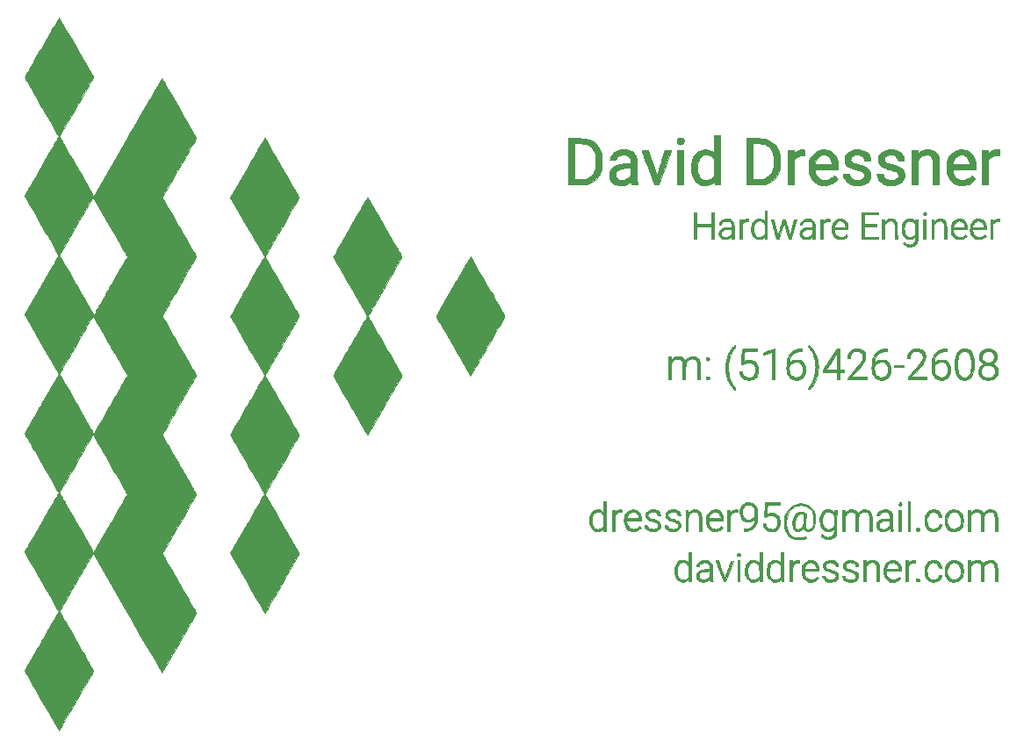
<source format=gbr>
G04 #@! TF.GenerationSoftware,KiCad,Pcbnew,(5.0.2)-1*
G04 #@! TF.CreationDate,2019-05-10T15:40:41-04:00*
G04 #@! TF.ProjectId,Business Card,42757369-6e65-4737-9320-436172642e6b,rev?*
G04 #@! TF.SameCoordinates,Original*
G04 #@! TF.FileFunction,Legend,Top*
G04 #@! TF.FilePolarity,Positive*
%FSLAX46Y46*%
G04 Gerber Fmt 4.6, Leading zero omitted, Abs format (unit mm)*
G04 Created by KiCad (PCBNEW (5.0.2)-1) date 5/10/2019 3:40:41 PM*
%MOMM*%
%LPD*%
G01*
G04 APERTURE LIST*
%ADD10C,0.010000*%
G04 APERTURE END LIST*
D10*
G04 #@! TO.C,G\002A\002A\002A*
G36*
X156855098Y-80055899D02*
X156972351Y-80104455D01*
X157035179Y-80154718D01*
X157087787Y-80214887D01*
X157112647Y-80272340D01*
X157119533Y-80351726D01*
X157119620Y-80367633D01*
X157106332Y-80503709D01*
X157064767Y-80602265D01*
X157000147Y-80664740D01*
X156931198Y-80692419D01*
X156834181Y-80711333D01*
X156731545Y-80718532D01*
X156646395Y-80711215D01*
X156594791Y-80685635D01*
X156533809Y-80637059D01*
X156519268Y-80622647D01*
X156478065Y-80573623D01*
X156455913Y-80524090D01*
X156447113Y-80455565D01*
X156445846Y-80384463D01*
X156449086Y-80288491D01*
X156462000Y-80225557D01*
X156489380Y-80178082D01*
X156507887Y-80156876D01*
X156610292Y-80082161D01*
X156730220Y-80048485D01*
X156855098Y-80055899D01*
X156855098Y-80055899D01*
G37*
X156855098Y-80055899D02*
X156972351Y-80104455D01*
X157035179Y-80154718D01*
X157087787Y-80214887D01*
X157112647Y-80272340D01*
X157119533Y-80351726D01*
X157119620Y-80367633D01*
X157106332Y-80503709D01*
X157064767Y-80602265D01*
X157000147Y-80664740D01*
X156931198Y-80692419D01*
X156834181Y-80711333D01*
X156731545Y-80718532D01*
X156646395Y-80711215D01*
X156594791Y-80685635D01*
X156533809Y-80637059D01*
X156519268Y-80622647D01*
X156478065Y-80573623D01*
X156455913Y-80524090D01*
X156447113Y-80455565D01*
X156445846Y-80384463D01*
X156449086Y-80288491D01*
X156462000Y-80225557D01*
X156489380Y-80178082D01*
X156507887Y-80156876D01*
X156610292Y-80082161D01*
X156730220Y-80048485D01*
X156855098Y-80055899D01*
G36*
X187387524Y-81200063D02*
X187388589Y-81200256D01*
X187515716Y-81223525D01*
X187529980Y-81782483D01*
X187310923Y-81773428D01*
X187083451Y-81782144D01*
X186889754Y-81828643D01*
X186729345Y-81913133D01*
X186601736Y-82035820D01*
X186561920Y-82092223D01*
X186485986Y-82211958D01*
X186485986Y-84591992D01*
X185875776Y-84591992D01*
X185875776Y-81261261D01*
X186460561Y-81261261D01*
X186460561Y-81413814D01*
X186462385Y-81494285D01*
X186467126Y-81549564D01*
X186472604Y-81566367D01*
X186495433Y-81549805D01*
X186542949Y-81506644D01*
X186597311Y-81453704D01*
X186677415Y-81382159D01*
X186763250Y-81318332D01*
X186812809Y-81288578D01*
X186942570Y-81239194D01*
X187096641Y-81205674D01*
X187252475Y-81191478D01*
X187387524Y-81200063D01*
X187387524Y-81200063D01*
G37*
X187387524Y-81200063D02*
X187388589Y-81200256D01*
X187515716Y-81223525D01*
X187529980Y-81782483D01*
X187310923Y-81773428D01*
X187083451Y-81782144D01*
X186889754Y-81828643D01*
X186729345Y-81913133D01*
X186601736Y-82035820D01*
X186561920Y-82092223D01*
X186485986Y-82211958D01*
X186485986Y-84591992D01*
X185875776Y-84591992D01*
X185875776Y-81261261D01*
X186460561Y-81261261D01*
X186460561Y-81413814D01*
X186462385Y-81494285D01*
X186467126Y-81549564D01*
X186472604Y-81566367D01*
X186495433Y-81549805D01*
X186542949Y-81506644D01*
X186597311Y-81453704D01*
X186677415Y-81382159D01*
X186763250Y-81318332D01*
X186812809Y-81288578D01*
X186942570Y-81239194D01*
X187096641Y-81205674D01*
X187252475Y-81191478D01*
X187387524Y-81200063D01*
G36*
X180788812Y-81195389D02*
X181027448Y-81236795D01*
X181227974Y-81311187D01*
X181392463Y-81420393D01*
X181522992Y-81566241D01*
X181621635Y-81750558D01*
X181690467Y-81975171D01*
X181694304Y-81992835D01*
X181703234Y-82045742D01*
X181710683Y-82115724D01*
X181716766Y-82207118D01*
X181721597Y-82324260D01*
X181725292Y-82471487D01*
X181727965Y-82653134D01*
X181729731Y-82873538D01*
X181730705Y-83137035D01*
X181730990Y-83377928D01*
X181731432Y-84591992D01*
X181148948Y-84591992D01*
X181133934Y-82163864D01*
X181066269Y-82019521D01*
X180985227Y-81889662D01*
X180878111Y-81797295D01*
X180737364Y-81736907D01*
X180651352Y-81716860D01*
X180448147Y-81703893D01*
X180250996Y-81738469D01*
X180068371Y-81817993D01*
X179908745Y-81939872D01*
X179902442Y-81946107D01*
X179856038Y-81991659D01*
X179817200Y-82030674D01*
X179785255Y-82067919D01*
X179759535Y-82108162D01*
X179739368Y-82156169D01*
X179724083Y-82216708D01*
X179713011Y-82294547D01*
X179705481Y-82394451D01*
X179700822Y-82521190D01*
X179698365Y-82679528D01*
X179697438Y-82874235D01*
X179697371Y-83110077D01*
X179697493Y-83391821D01*
X179697493Y-83403354D01*
X179697398Y-84591992D01*
X179087187Y-84591992D01*
X179087187Y-81261261D01*
X179671972Y-81261261D01*
X179671972Y-81633484D01*
X179789933Y-81523633D01*
X179970680Y-81387920D01*
X180181599Y-81284469D01*
X180410606Y-81217249D01*
X180645618Y-81190232D01*
X180788812Y-81195389D01*
X180788812Y-81195389D01*
G37*
X180788812Y-81195389D02*
X181027448Y-81236795D01*
X181227974Y-81311187D01*
X181392463Y-81420393D01*
X181522992Y-81566241D01*
X181621635Y-81750558D01*
X181690467Y-81975171D01*
X181694304Y-81992835D01*
X181703234Y-82045742D01*
X181710683Y-82115724D01*
X181716766Y-82207118D01*
X181721597Y-82324260D01*
X181725292Y-82471487D01*
X181727965Y-82653134D01*
X181729731Y-82873538D01*
X181730705Y-83137035D01*
X181730990Y-83377928D01*
X181731432Y-84591992D01*
X181148948Y-84591992D01*
X181133934Y-82163864D01*
X181066269Y-82019521D01*
X180985227Y-81889662D01*
X180878111Y-81797295D01*
X180737364Y-81736907D01*
X180651352Y-81716860D01*
X180448147Y-81703893D01*
X180250996Y-81738469D01*
X180068371Y-81817993D01*
X179908745Y-81939872D01*
X179902442Y-81946107D01*
X179856038Y-81991659D01*
X179817200Y-82030674D01*
X179785255Y-82067919D01*
X179759535Y-82108162D01*
X179739368Y-82156169D01*
X179724083Y-82216708D01*
X179713011Y-82294547D01*
X179705481Y-82394451D01*
X179700822Y-82521190D01*
X179698365Y-82679528D01*
X179697438Y-82874235D01*
X179697371Y-83110077D01*
X179697493Y-83391821D01*
X179697493Y-83403354D01*
X179697398Y-84591992D01*
X179087187Y-84591992D01*
X179087187Y-81261261D01*
X179671972Y-81261261D01*
X179671972Y-81633484D01*
X179789933Y-81523633D01*
X179970680Y-81387920D01*
X180181599Y-81284469D01*
X180410606Y-81217249D01*
X180645618Y-81190232D01*
X180788812Y-81195389D01*
G36*
X168700394Y-81205434D02*
X168751666Y-81227062D01*
X168778349Y-81272364D01*
X168788437Y-81349617D01*
X168789928Y-81467099D01*
X168789894Y-81508361D01*
X168789897Y-81782483D01*
X168574460Y-81773545D01*
X168356593Y-81781349D01*
X168172020Y-81825567D01*
X168016734Y-81908056D01*
X167886723Y-82030670D01*
X167820091Y-82122837D01*
X167747448Y-82237383D01*
X167747448Y-84591992D01*
X167162663Y-84591992D01*
X167162663Y-81261261D01*
X167747448Y-81261261D01*
X167747448Y-81590656D01*
X167852389Y-81476808D01*
X167936957Y-81400752D01*
X168043873Y-81325720D01*
X168120311Y-81282725D01*
X168214336Y-81240137D01*
X168295165Y-81215405D01*
X168384784Y-81203642D01*
X168492097Y-81200094D01*
X168616536Y-81199204D01*
X168700394Y-81205434D01*
X168700394Y-81205434D01*
G37*
X168700394Y-81205434D02*
X168751666Y-81227062D01*
X168778349Y-81272364D01*
X168788437Y-81349617D01*
X168789928Y-81467099D01*
X168789894Y-81508361D01*
X168789897Y-81782483D01*
X168574460Y-81773545D01*
X168356593Y-81781349D01*
X168172020Y-81825567D01*
X168016734Y-81908056D01*
X167886723Y-82030670D01*
X167820091Y-82122837D01*
X167747448Y-82237383D01*
X167747448Y-84591992D01*
X167162663Y-84591992D01*
X167162663Y-81261261D01*
X167747448Y-81261261D01*
X167747448Y-81590656D01*
X167852389Y-81476808D01*
X167936957Y-81400752D01*
X168043873Y-81325720D01*
X168120311Y-81282725D01*
X168214336Y-81240137D01*
X168295165Y-81215405D01*
X168384784Y-81203642D01*
X168492097Y-81200094D01*
X168616536Y-81199204D01*
X168700394Y-81205434D01*
G36*
X164167220Y-80118038D02*
X164384432Y-80121272D01*
X164564395Y-80127531D01*
X164713900Y-80137523D01*
X164839733Y-80151959D01*
X164948685Y-80171547D01*
X165047543Y-80196998D01*
X165143097Y-80229021D01*
X165204629Y-80252879D01*
X165479554Y-80389120D01*
X165719158Y-80561718D01*
X165924041Y-80771279D01*
X166094805Y-81018405D01*
X166217728Y-81268379D01*
X166291297Y-81479544D01*
X166344168Y-81712284D01*
X166378277Y-81976683D01*
X166391479Y-82174054D01*
X166391876Y-82568578D01*
X166354842Y-82930215D01*
X166280661Y-83258489D01*
X166169621Y-83552927D01*
X166022005Y-83813052D01*
X165838098Y-84038391D01*
X165618188Y-84228469D01*
X165362558Y-84382810D01*
X165071494Y-84500941D01*
X164976076Y-84529590D01*
X164922266Y-84542714D01*
X164860872Y-84553394D01*
X164785752Y-84561974D01*
X164690761Y-84568800D01*
X164569755Y-84574217D01*
X164416590Y-84578568D01*
X164225122Y-84582199D01*
X163989209Y-84585454D01*
X163978128Y-84585589D01*
X163145446Y-84595687D01*
X163145446Y-80625626D01*
X163755656Y-80625626D01*
X163755656Y-84083484D01*
X164168819Y-84083108D01*
X164402998Y-84079205D01*
X164587320Y-84067949D01*
X164722249Y-84049307D01*
X164742767Y-84044827D01*
X164981074Y-83964564D01*
X165195340Y-83843869D01*
X165379720Y-83687217D01*
X165528372Y-83499084D01*
X165584880Y-83399783D01*
X165645956Y-83270101D01*
X165692671Y-83147193D01*
X165726786Y-83021129D01*
X165750064Y-82881978D01*
X165764265Y-82719811D01*
X165771153Y-82524695D01*
X165772581Y-82341842D01*
X165771924Y-82158850D01*
X165769452Y-82016959D01*
X165764416Y-81906428D01*
X165756068Y-81817520D01*
X165743659Y-81740495D01*
X165726439Y-81665612D01*
X165718196Y-81634660D01*
X165624366Y-81371996D01*
X165497310Y-81147342D01*
X165337503Y-80961191D01*
X165145421Y-80814040D01*
X164921538Y-80706383D01*
X164786400Y-80664538D01*
X164694298Y-80647061D01*
X164572061Y-80635045D01*
X164412989Y-80628051D01*
X164210377Y-80625635D01*
X164195259Y-80625626D01*
X163755656Y-80625626D01*
X163145446Y-80625626D01*
X163145446Y-80117117D01*
X163905972Y-80117117D01*
X164167220Y-80118038D01*
X164167220Y-80118038D01*
G37*
X164167220Y-80118038D02*
X164384432Y-80121272D01*
X164564395Y-80127531D01*
X164713900Y-80137523D01*
X164839733Y-80151959D01*
X164948685Y-80171547D01*
X165047543Y-80196998D01*
X165143097Y-80229021D01*
X165204629Y-80252879D01*
X165479554Y-80389120D01*
X165719158Y-80561718D01*
X165924041Y-80771279D01*
X166094805Y-81018405D01*
X166217728Y-81268379D01*
X166291297Y-81479544D01*
X166344168Y-81712284D01*
X166378277Y-81976683D01*
X166391479Y-82174054D01*
X166391876Y-82568578D01*
X166354842Y-82930215D01*
X166280661Y-83258489D01*
X166169621Y-83552927D01*
X166022005Y-83813052D01*
X165838098Y-84038391D01*
X165618188Y-84228469D01*
X165362558Y-84382810D01*
X165071494Y-84500941D01*
X164976076Y-84529590D01*
X164922266Y-84542714D01*
X164860872Y-84553394D01*
X164785752Y-84561974D01*
X164690761Y-84568800D01*
X164569755Y-84574217D01*
X164416590Y-84578568D01*
X164225122Y-84582199D01*
X163989209Y-84585454D01*
X163978128Y-84585589D01*
X163145446Y-84595687D01*
X163145446Y-80625626D01*
X163755656Y-80625626D01*
X163755656Y-84083484D01*
X164168819Y-84083108D01*
X164402998Y-84079205D01*
X164587320Y-84067949D01*
X164722249Y-84049307D01*
X164742767Y-84044827D01*
X164981074Y-83964564D01*
X165195340Y-83843869D01*
X165379720Y-83687217D01*
X165528372Y-83499084D01*
X165584880Y-83399783D01*
X165645956Y-83270101D01*
X165692671Y-83147193D01*
X165726786Y-83021129D01*
X165750064Y-82881978D01*
X165764265Y-82719811D01*
X165771153Y-82524695D01*
X165772581Y-82341842D01*
X165771924Y-82158850D01*
X165769452Y-82016959D01*
X165764416Y-81906428D01*
X165756068Y-81817520D01*
X165743659Y-81740495D01*
X165726439Y-81665612D01*
X165718196Y-81634660D01*
X165624366Y-81371996D01*
X165497310Y-81147342D01*
X165337503Y-80961191D01*
X165145421Y-80814040D01*
X164921538Y-80706383D01*
X164786400Y-80664538D01*
X164694298Y-80647061D01*
X164572061Y-80635045D01*
X164412989Y-80628051D01*
X164210377Y-80625635D01*
X164195259Y-80625626D01*
X163755656Y-80625626D01*
X163145446Y-80625626D01*
X163145446Y-80117117D01*
X163905972Y-80117117D01*
X164167220Y-80118038D01*
G36*
X157068769Y-84591992D02*
X156483984Y-84591992D01*
X156483984Y-81261261D01*
X157068769Y-81261261D01*
X157068769Y-84591992D01*
X157068769Y-84591992D01*
G37*
X157068769Y-84591992D02*
X156483984Y-84591992D01*
X156483984Y-81261261D01*
X157068769Y-81261261D01*
X157068769Y-84591992D01*
G36*
X155715522Y-81262628D02*
X155811148Y-81266349D01*
X155875673Y-81271854D01*
X155899199Y-81278536D01*
X155890832Y-81304770D01*
X155866655Y-81374945D01*
X155828058Y-81485146D01*
X155776430Y-81631460D01*
X155713159Y-81809972D01*
X155639633Y-82016770D01*
X155557242Y-82247938D01*
X155467375Y-82499562D01*
X155371420Y-82767730D01*
X155308290Y-82943902D01*
X154717382Y-84591992D01*
X154254716Y-84591992D01*
X153662895Y-82959154D01*
X153562961Y-82683463D01*
X153467963Y-82421442D01*
X153379344Y-82177070D01*
X153298548Y-81954326D01*
X153227018Y-81757187D01*
X153166199Y-81589632D01*
X153117534Y-81455640D01*
X153082466Y-81359189D01*
X153062440Y-81304256D01*
X153058283Y-81292981D01*
X153062407Y-81278786D01*
X153092325Y-81269794D01*
X153154795Y-81265408D01*
X153256572Y-81265028D01*
X153354113Y-81266811D01*
X153662735Y-81273974D01*
X154492793Y-83765666D01*
X154556297Y-83562262D01*
X154577796Y-83494277D01*
X154612948Y-83384187D01*
X154659735Y-83238267D01*
X154716141Y-83062789D01*
X154780148Y-82864026D01*
X154849738Y-82648249D01*
X154922894Y-82421734D01*
X154958999Y-82310060D01*
X155298196Y-81261261D01*
X155598698Y-81261261D01*
X155715522Y-81262628D01*
X155715522Y-81262628D01*
G37*
X155715522Y-81262628D02*
X155811148Y-81266349D01*
X155875673Y-81271854D01*
X155899199Y-81278536D01*
X155890832Y-81304770D01*
X155866655Y-81374945D01*
X155828058Y-81485146D01*
X155776430Y-81631460D01*
X155713159Y-81809972D01*
X155639633Y-82016770D01*
X155557242Y-82247938D01*
X155467375Y-82499562D01*
X155371420Y-82767730D01*
X155308290Y-82943902D01*
X154717382Y-84591992D01*
X154254716Y-84591992D01*
X153662895Y-82959154D01*
X153562961Y-82683463D01*
X153467963Y-82421442D01*
X153379344Y-82177070D01*
X153298548Y-81954326D01*
X153227018Y-81757187D01*
X153166199Y-81589632D01*
X153117534Y-81455640D01*
X153082466Y-81359189D01*
X153062440Y-81304256D01*
X153058283Y-81292981D01*
X153062407Y-81278786D01*
X153092325Y-81269794D01*
X153154795Y-81265408D01*
X153256572Y-81265028D01*
X153354113Y-81266811D01*
X153662735Y-81273974D01*
X154492793Y-83765666D01*
X154556297Y-83562262D01*
X154577796Y-83494277D01*
X154612948Y-83384187D01*
X154659735Y-83238267D01*
X154716141Y-83062789D01*
X154780148Y-82864026D01*
X154849738Y-82648249D01*
X154922894Y-82421734D01*
X154958999Y-82310060D01*
X155298196Y-81261261D01*
X155598698Y-81261261D01*
X155715522Y-81262628D01*
G36*
X146841392Y-80121949D02*
X147699500Y-80130389D01*
X147939663Y-80213925D01*
X148228629Y-80337014D01*
X148480129Y-80492931D01*
X148695562Y-80683225D01*
X148876330Y-80909443D01*
X149023833Y-81173134D01*
X149139470Y-81475845D01*
X149167072Y-81570520D01*
X149185997Y-81643696D01*
X149200274Y-81712105D01*
X149210520Y-81784456D01*
X149217349Y-81869459D01*
X149221374Y-81975822D01*
X149223210Y-82112254D01*
X149223472Y-82287464D01*
X149223283Y-82367267D01*
X149221058Y-82599411D01*
X149214714Y-82790316D01*
X149202460Y-82949542D01*
X149182507Y-83086647D01*
X149153064Y-83211192D01*
X149112341Y-83332734D01*
X149058549Y-83460833D01*
X148992460Y-83599848D01*
X148842585Y-83847677D01*
X148652990Y-84065631D01*
X148426879Y-84251103D01*
X148167452Y-84401488D01*
X147877914Y-84514178D01*
X147864069Y-84518368D01*
X147808834Y-84534007D01*
X147754493Y-84546630D01*
X147694692Y-84556649D01*
X147623081Y-84564477D01*
X147533305Y-84570528D01*
X147419013Y-84575213D01*
X147273852Y-84578947D01*
X147091469Y-84582142D01*
X146865513Y-84585211D01*
X146828679Y-84585671D01*
X145983283Y-84596155D01*
X145983283Y-84083484D01*
X146593494Y-84083484D01*
X147020384Y-84083484D01*
X147228752Y-84081070D01*
X147392550Y-84073559D01*
X147517839Y-84060545D01*
X147598812Y-84044796D01*
X147845848Y-83957763D01*
X148061088Y-83831158D01*
X148244069Y-83665458D01*
X148394331Y-83461141D01*
X148511412Y-83218684D01*
X148569454Y-83041041D01*
X148589123Y-82936870D01*
X148603782Y-82793537D01*
X148613443Y-82622308D01*
X148618119Y-82434452D01*
X148617823Y-82241235D01*
X148612567Y-82053924D01*
X148602365Y-81883787D01*
X148587227Y-81742090D01*
X148567888Y-81642643D01*
X148472560Y-81378756D01*
X148345103Y-81152146D01*
X148186847Y-80964203D01*
X147999120Y-80816318D01*
X147783252Y-80709882D01*
X147633570Y-80664775D01*
X147523814Y-80646281D01*
X147375202Y-80633883D01*
X147183322Y-80627300D01*
X147032082Y-80626002D01*
X146593494Y-80625626D01*
X146593494Y-84083484D01*
X145983283Y-84083484D01*
X145983283Y-80113508D01*
X146841392Y-80121949D01*
X146841392Y-80121949D01*
G37*
X146841392Y-80121949D02*
X147699500Y-80130389D01*
X147939663Y-80213925D01*
X148228629Y-80337014D01*
X148480129Y-80492931D01*
X148695562Y-80683225D01*
X148876330Y-80909443D01*
X149023833Y-81173134D01*
X149139470Y-81475845D01*
X149167072Y-81570520D01*
X149185997Y-81643696D01*
X149200274Y-81712105D01*
X149210520Y-81784456D01*
X149217349Y-81869459D01*
X149221374Y-81975822D01*
X149223210Y-82112254D01*
X149223472Y-82287464D01*
X149223283Y-82367267D01*
X149221058Y-82599411D01*
X149214714Y-82790316D01*
X149202460Y-82949542D01*
X149182507Y-83086647D01*
X149153064Y-83211192D01*
X149112341Y-83332734D01*
X149058549Y-83460833D01*
X148992460Y-83599848D01*
X148842585Y-83847677D01*
X148652990Y-84065631D01*
X148426879Y-84251103D01*
X148167452Y-84401488D01*
X147877914Y-84514178D01*
X147864069Y-84518368D01*
X147808834Y-84534007D01*
X147754493Y-84546630D01*
X147694692Y-84556649D01*
X147623081Y-84564477D01*
X147533305Y-84570528D01*
X147419013Y-84575213D01*
X147273852Y-84578947D01*
X147091469Y-84582142D01*
X146865513Y-84585211D01*
X146828679Y-84585671D01*
X145983283Y-84596155D01*
X145983283Y-84083484D01*
X146593494Y-84083484D01*
X147020384Y-84083484D01*
X147228752Y-84081070D01*
X147392550Y-84073559D01*
X147517839Y-84060545D01*
X147598812Y-84044796D01*
X147845848Y-83957763D01*
X148061088Y-83831158D01*
X148244069Y-83665458D01*
X148394331Y-83461141D01*
X148511412Y-83218684D01*
X148569454Y-83041041D01*
X148589123Y-82936870D01*
X148603782Y-82793537D01*
X148613443Y-82622308D01*
X148618119Y-82434452D01*
X148617823Y-82241235D01*
X148612567Y-82053924D01*
X148602365Y-81883787D01*
X148587227Y-81742090D01*
X148567888Y-81642643D01*
X148472560Y-81378756D01*
X148345103Y-81152146D01*
X148186847Y-80964203D01*
X147999120Y-80816318D01*
X147783252Y-80709882D01*
X147633570Y-80664775D01*
X147523814Y-80646281D01*
X147375202Y-80633883D01*
X147183322Y-80627300D01*
X147032082Y-80626002D01*
X146593494Y-80625626D01*
X146593494Y-84083484D01*
X145983283Y-84083484D01*
X145983283Y-80113508D01*
X146841392Y-80121949D01*
G36*
X184226717Y-81226868D02*
X184454507Y-81301455D01*
X184662499Y-81415354D01*
X184843723Y-81567467D01*
X184872325Y-81598111D01*
X185005621Y-81777495D01*
X185110018Y-81988420D01*
X185186598Y-82234231D01*
X185236444Y-82518275D01*
X185258639Y-82793143D01*
X185273244Y-83117317D01*
X183005900Y-83117317D01*
X183019275Y-83212663D01*
X183034096Y-83293563D01*
X183057013Y-83393812D01*
X183070991Y-83447526D01*
X183150219Y-83649966D01*
X183264150Y-83820348D01*
X183406881Y-83957219D01*
X183572505Y-84059124D01*
X183755117Y-84124611D01*
X183948812Y-84152224D01*
X184147683Y-84140511D01*
X184345825Y-84088018D01*
X184537333Y-83993292D01*
X184716301Y-83854878D01*
X184718281Y-83853010D01*
X184803807Y-83779058D01*
X184863224Y-83743193D01*
X184889142Y-83742195D01*
X184922924Y-83766065D01*
X184983328Y-83812048D01*
X185057560Y-83870128D01*
X185132827Y-83930291D01*
X185196333Y-83982522D01*
X185198870Y-83984660D01*
X185204279Y-84019592D01*
X185176017Y-84078158D01*
X185120674Y-84152930D01*
X185044841Y-84236484D01*
X184955110Y-84321391D01*
X184858070Y-84400227D01*
X184785854Y-84450024D01*
X184598434Y-84543390D01*
X184377794Y-84610774D01*
X184136258Y-84648807D01*
X184035935Y-84655068D01*
X183917614Y-84657801D01*
X183810603Y-84657739D01*
X183730216Y-84655010D01*
X183701902Y-84652267D01*
X183432015Y-84585995D01*
X183186656Y-84476445D01*
X182969016Y-84326499D01*
X182782288Y-84139036D01*
X182629663Y-83916939D01*
X182514333Y-83663088D01*
X182477687Y-83547348D01*
X182458673Y-83465365D01*
X182445386Y-83371371D01*
X182437015Y-83255053D01*
X182432744Y-83106102D01*
X182431742Y-82964765D01*
X182435710Y-82738590D01*
X182445491Y-82608809D01*
X183034693Y-82608809D01*
X184662418Y-82608809D01*
X184648835Y-82459008D01*
X184610793Y-82273030D01*
X184535256Y-82098451D01*
X184428865Y-81945254D01*
X184298261Y-81823417D01*
X184180345Y-81755033D01*
X184088957Y-81728927D01*
X183966128Y-81713025D01*
X183892593Y-81709715D01*
X183779369Y-81711438D01*
X183693565Y-81723993D01*
X183612127Y-81752023D01*
X183557980Y-81777119D01*
X183460724Y-81834832D01*
X183366502Y-81906887D01*
X183319953Y-81951725D01*
X183232100Y-82070637D01*
X183151224Y-82218529D01*
X183087965Y-82373662D01*
X183057151Y-82488602D01*
X183034693Y-82608809D01*
X182445491Y-82608809D01*
X182449916Y-82550114D01*
X182476974Y-82386761D01*
X182519502Y-82235953D01*
X182580118Y-82085114D01*
X182640466Y-81961606D01*
X182743268Y-81799535D01*
X182878483Y-81639465D01*
X183032465Y-81495073D01*
X183191571Y-81380038D01*
X183256957Y-81343609D01*
X183494248Y-81249965D01*
X183739618Y-81200025D01*
X183986097Y-81192692D01*
X184226717Y-81226868D01*
X184226717Y-81226868D01*
G37*
X184226717Y-81226868D02*
X184454507Y-81301455D01*
X184662499Y-81415354D01*
X184843723Y-81567467D01*
X184872325Y-81598111D01*
X185005621Y-81777495D01*
X185110018Y-81988420D01*
X185186598Y-82234231D01*
X185236444Y-82518275D01*
X185258639Y-82793143D01*
X185273244Y-83117317D01*
X183005900Y-83117317D01*
X183019275Y-83212663D01*
X183034096Y-83293563D01*
X183057013Y-83393812D01*
X183070991Y-83447526D01*
X183150219Y-83649966D01*
X183264150Y-83820348D01*
X183406881Y-83957219D01*
X183572505Y-84059124D01*
X183755117Y-84124611D01*
X183948812Y-84152224D01*
X184147683Y-84140511D01*
X184345825Y-84088018D01*
X184537333Y-83993292D01*
X184716301Y-83854878D01*
X184718281Y-83853010D01*
X184803807Y-83779058D01*
X184863224Y-83743193D01*
X184889142Y-83742195D01*
X184922924Y-83766065D01*
X184983328Y-83812048D01*
X185057560Y-83870128D01*
X185132827Y-83930291D01*
X185196333Y-83982522D01*
X185198870Y-83984660D01*
X185204279Y-84019592D01*
X185176017Y-84078158D01*
X185120674Y-84152930D01*
X185044841Y-84236484D01*
X184955110Y-84321391D01*
X184858070Y-84400227D01*
X184785854Y-84450024D01*
X184598434Y-84543390D01*
X184377794Y-84610774D01*
X184136258Y-84648807D01*
X184035935Y-84655068D01*
X183917614Y-84657801D01*
X183810603Y-84657739D01*
X183730216Y-84655010D01*
X183701902Y-84652267D01*
X183432015Y-84585995D01*
X183186656Y-84476445D01*
X182969016Y-84326499D01*
X182782288Y-84139036D01*
X182629663Y-83916939D01*
X182514333Y-83663088D01*
X182477687Y-83547348D01*
X182458673Y-83465365D01*
X182445386Y-83371371D01*
X182437015Y-83255053D01*
X182432744Y-83106102D01*
X182431742Y-82964765D01*
X182435710Y-82738590D01*
X182445491Y-82608809D01*
X183034693Y-82608809D01*
X184662418Y-82608809D01*
X184648835Y-82459008D01*
X184610793Y-82273030D01*
X184535256Y-82098451D01*
X184428865Y-81945254D01*
X184298261Y-81823417D01*
X184180345Y-81755033D01*
X184088957Y-81728927D01*
X183966128Y-81713025D01*
X183892593Y-81709715D01*
X183779369Y-81711438D01*
X183693565Y-81723993D01*
X183612127Y-81752023D01*
X183557980Y-81777119D01*
X183460724Y-81834832D01*
X183366502Y-81906887D01*
X183319953Y-81951725D01*
X183232100Y-82070637D01*
X183151224Y-82218529D01*
X183087965Y-82373662D01*
X183057151Y-82488602D01*
X183034693Y-82608809D01*
X182445491Y-82608809D01*
X182449916Y-82550114D01*
X182476974Y-82386761D01*
X182519502Y-82235953D01*
X182580118Y-82085114D01*
X182640466Y-81961606D01*
X182743268Y-81799535D01*
X182878483Y-81639465D01*
X183032465Y-81495073D01*
X183191571Y-81380038D01*
X183256957Y-81343609D01*
X183494248Y-81249965D01*
X183739618Y-81200025D01*
X183986097Y-81192692D01*
X184226717Y-81226868D01*
G36*
X177322773Y-81211885D02*
X177543483Y-81251426D01*
X177736669Y-81320827D01*
X177911003Y-81423051D01*
X178047379Y-81534747D01*
X178191611Y-81697953D01*
X178288112Y-81877163D01*
X178338164Y-82074846D01*
X178341048Y-82099337D01*
X178357094Y-82252853D01*
X177771102Y-82252853D01*
X177743594Y-82144795D01*
X177683131Y-82005079D01*
X177583057Y-81887584D01*
X177451073Y-81795890D01*
X177294880Y-81733576D01*
X177122177Y-81704223D01*
X176940667Y-81711410D01*
X176850264Y-81729504D01*
X176685041Y-81789891D01*
X176559599Y-81874902D01*
X176476505Y-81981924D01*
X176438324Y-82108348D01*
X176436009Y-82151151D01*
X176444495Y-82241351D01*
X176473143Y-82318214D01*
X176526734Y-82384922D01*
X176610053Y-82444659D01*
X176727881Y-82500607D01*
X176885002Y-82555947D01*
X177086199Y-82613862D01*
X177161052Y-82633557D01*
X177440130Y-82711427D01*
X177673088Y-82789858D01*
X177864603Y-82871734D01*
X178019352Y-82959939D01*
X178142014Y-83057358D01*
X178237265Y-83166875D01*
X178309783Y-83291373D01*
X178338847Y-83359797D01*
X178367321Y-83481103D01*
X178376263Y-83630452D01*
X178366846Y-83789442D01*
X178340240Y-83939669D01*
X178297618Y-84062730D01*
X178293592Y-84070771D01*
X178177770Y-84241291D01*
X178022630Y-84385640D01*
X177833549Y-84501905D01*
X177615902Y-84588171D01*
X177375065Y-84642524D01*
X177116414Y-84663049D01*
X176845324Y-84647833D01*
X176724552Y-84629514D01*
X176495863Y-84567664D01*
X176287450Y-84471240D01*
X176104609Y-84345214D01*
X175952637Y-84194556D01*
X175836828Y-84024237D01*
X175762480Y-83839228D01*
X175737932Y-83703539D01*
X175723969Y-83549550D01*
X176019892Y-83549550D01*
X176155547Y-83551101D01*
X176246220Y-83556171D01*
X176297696Y-83565378D01*
X176315761Y-83579346D01*
X176315958Y-83581331D01*
X176340006Y-83707556D01*
X176405426Y-83833392D01*
X176503773Y-83948239D01*
X176626602Y-84041500D01*
X176718639Y-84086728D01*
X176861676Y-84125913D01*
X177026782Y-84145257D01*
X177196452Y-84144743D01*
X177353177Y-84124356D01*
X177472356Y-84087375D01*
X177622315Y-84001015D01*
X177724895Y-83899417D01*
X177779467Y-83784000D01*
X177785400Y-83656187D01*
X177742063Y-83517396D01*
X177733283Y-83499606D01*
X177686522Y-83427982D01*
X177621531Y-83366023D01*
X177532032Y-83310584D01*
X177411748Y-83258521D01*
X177254399Y-83206690D01*
X177053707Y-83151947D01*
X177024085Y-83144447D01*
X176815682Y-83090395D01*
X176648295Y-83042615D01*
X176513001Y-82997796D01*
X176400877Y-82952623D01*
X176303000Y-82903783D01*
X176210447Y-82847963D01*
X176190854Y-82835045D01*
X176034747Y-82703082D01*
X175922664Y-82546304D01*
X175855899Y-82367415D01*
X175835744Y-82169117D01*
X175839461Y-82100762D01*
X175882513Y-81895294D01*
X175972101Y-81709582D01*
X176107328Y-81545058D01*
X176269268Y-81414979D01*
X176447978Y-81313972D01*
X176636101Y-81246561D01*
X176845804Y-81209452D01*
X177065866Y-81199239D01*
X177322773Y-81211885D01*
X177322773Y-81211885D01*
G37*
X177322773Y-81211885D02*
X177543483Y-81251426D01*
X177736669Y-81320827D01*
X177911003Y-81423051D01*
X178047379Y-81534747D01*
X178191611Y-81697953D01*
X178288112Y-81877163D01*
X178338164Y-82074846D01*
X178341048Y-82099337D01*
X178357094Y-82252853D01*
X177771102Y-82252853D01*
X177743594Y-82144795D01*
X177683131Y-82005079D01*
X177583057Y-81887584D01*
X177451073Y-81795890D01*
X177294880Y-81733576D01*
X177122177Y-81704223D01*
X176940667Y-81711410D01*
X176850264Y-81729504D01*
X176685041Y-81789891D01*
X176559599Y-81874902D01*
X176476505Y-81981924D01*
X176438324Y-82108348D01*
X176436009Y-82151151D01*
X176444495Y-82241351D01*
X176473143Y-82318214D01*
X176526734Y-82384922D01*
X176610053Y-82444659D01*
X176727881Y-82500607D01*
X176885002Y-82555947D01*
X177086199Y-82613862D01*
X177161052Y-82633557D01*
X177440130Y-82711427D01*
X177673088Y-82789858D01*
X177864603Y-82871734D01*
X178019352Y-82959939D01*
X178142014Y-83057358D01*
X178237265Y-83166875D01*
X178309783Y-83291373D01*
X178338847Y-83359797D01*
X178367321Y-83481103D01*
X178376263Y-83630452D01*
X178366846Y-83789442D01*
X178340240Y-83939669D01*
X178297618Y-84062730D01*
X178293592Y-84070771D01*
X178177770Y-84241291D01*
X178022630Y-84385640D01*
X177833549Y-84501905D01*
X177615902Y-84588171D01*
X177375065Y-84642524D01*
X177116414Y-84663049D01*
X176845324Y-84647833D01*
X176724552Y-84629514D01*
X176495863Y-84567664D01*
X176287450Y-84471240D01*
X176104609Y-84345214D01*
X175952637Y-84194556D01*
X175836828Y-84024237D01*
X175762480Y-83839228D01*
X175737932Y-83703539D01*
X175723969Y-83549550D01*
X176019892Y-83549550D01*
X176155547Y-83551101D01*
X176246220Y-83556171D01*
X176297696Y-83565378D01*
X176315761Y-83579346D01*
X176315958Y-83581331D01*
X176340006Y-83707556D01*
X176405426Y-83833392D01*
X176503773Y-83948239D01*
X176626602Y-84041500D01*
X176718639Y-84086728D01*
X176861676Y-84125913D01*
X177026782Y-84145257D01*
X177196452Y-84144743D01*
X177353177Y-84124356D01*
X177472356Y-84087375D01*
X177622315Y-84001015D01*
X177724895Y-83899417D01*
X177779467Y-83784000D01*
X177785400Y-83656187D01*
X177742063Y-83517396D01*
X177733283Y-83499606D01*
X177686522Y-83427982D01*
X177621531Y-83366023D01*
X177532032Y-83310584D01*
X177411748Y-83258521D01*
X177254399Y-83206690D01*
X177053707Y-83151947D01*
X177024085Y-83144447D01*
X176815682Y-83090395D01*
X176648295Y-83042615D01*
X176513001Y-82997796D01*
X176400877Y-82952623D01*
X176303000Y-82903783D01*
X176210447Y-82847963D01*
X176190854Y-82835045D01*
X176034747Y-82703082D01*
X175922664Y-82546304D01*
X175855899Y-82367415D01*
X175835744Y-82169117D01*
X175839461Y-82100762D01*
X175882513Y-81895294D01*
X175972101Y-81709582D01*
X176107328Y-81545058D01*
X176269268Y-81414979D01*
X176447978Y-81313972D01*
X176636101Y-81246561D01*
X176845804Y-81209452D01*
X177065866Y-81199239D01*
X177322773Y-81211885D01*
G36*
X174063668Y-81209173D02*
X174210264Y-81227443D01*
X174293409Y-81246248D01*
X174532088Y-81338539D01*
X174732124Y-81461695D01*
X174892215Y-81614318D01*
X175011059Y-81795010D01*
X175087354Y-82002372D01*
X175110223Y-82123577D01*
X175127372Y-82252853D01*
X174510611Y-82252853D01*
X174510611Y-82180125D01*
X174492982Y-82105800D01*
X174446995Y-82015815D01*
X174382994Y-81927492D01*
X174324541Y-81868631D01*
X174267898Y-81829343D01*
X174189497Y-81784091D01*
X174154655Y-81766216D01*
X174034571Y-81727221D01*
X173886954Y-81708280D01*
X173731055Y-81709521D01*
X173586126Y-81731071D01*
X173493594Y-81761827D01*
X173356662Y-81844740D01*
X173260123Y-81944969D01*
X173204665Y-82055674D01*
X173190975Y-82170012D01*
X173219741Y-82281144D01*
X173291652Y-82382228D01*
X173407395Y-82466424D01*
X173421977Y-82473935D01*
X173489484Y-82501712D01*
X173593943Y-82537685D01*
X173722935Y-82577876D01*
X173864040Y-82618305D01*
X173917772Y-82632776D01*
X174059044Y-82670794D01*
X174191957Y-82707805D01*
X174304468Y-82740367D01*
X174384535Y-82765039D01*
X174404568Y-82771853D01*
X174617626Y-82865892D01*
X174801055Y-82982458D01*
X174949348Y-83116722D01*
X175056995Y-83263856D01*
X175111224Y-83391241D01*
X175141465Y-83569658D01*
X175137830Y-83762750D01*
X175101940Y-83949724D01*
X175058669Y-84065458D01*
X174953149Y-84230754D01*
X174807317Y-84372551D01*
X174627001Y-84488727D01*
X174418026Y-84577159D01*
X174186220Y-84635726D01*
X173937411Y-84662305D01*
X173677426Y-84654774D01*
X173506306Y-84630787D01*
X173257222Y-84563856D01*
X173036055Y-84462162D01*
X172846569Y-84329210D01*
X172692525Y-84168504D01*
X172577686Y-83983548D01*
X172505812Y-83777848D01*
X172488943Y-83683033D01*
X172471805Y-83549550D01*
X173080091Y-83549550D01*
X173094298Y-83655467D01*
X173138136Y-83795921D01*
X173229711Y-83919159D01*
X173369106Y-84025282D01*
X173427994Y-84057782D01*
X173512917Y-84099428D01*
X173580496Y-84125338D01*
X173647912Y-84139058D01*
X173732344Y-84144134D01*
X173846443Y-84144157D01*
X174064728Y-84128137D01*
X174241532Y-84084180D01*
X174378319Y-84011580D01*
X174476556Y-83909632D01*
X174524421Y-83817181D01*
X174550774Y-83682892D01*
X174528116Y-83554213D01*
X174458269Y-83438155D01*
X174414479Y-83394136D01*
X174353663Y-83345934D01*
X174285564Y-83304414D01*
X174201996Y-83266411D01*
X174094772Y-83228765D01*
X173955704Y-83188313D01*
X173776606Y-83141892D01*
X173734059Y-83131316D01*
X173443426Y-83050104D01*
X173200729Y-82961419D01*
X173003395Y-82863686D01*
X172848851Y-82755326D01*
X172734525Y-82634764D01*
X172657844Y-82500423D01*
X172643751Y-82463030D01*
X172611065Y-82309267D01*
X172605497Y-82135474D01*
X172626573Y-81964335D01*
X172656350Y-81859798D01*
X172741863Y-81698734D01*
X172869590Y-81549331D01*
X173031138Y-81418284D01*
X173218112Y-81312284D01*
X173422119Y-81238025D01*
X173442743Y-81232700D01*
X173568880Y-81211781D01*
X173725838Y-81201069D01*
X173896480Y-81200291D01*
X174063668Y-81209173D01*
X174063668Y-81209173D01*
G37*
X174063668Y-81209173D02*
X174210264Y-81227443D01*
X174293409Y-81246248D01*
X174532088Y-81338539D01*
X174732124Y-81461695D01*
X174892215Y-81614318D01*
X175011059Y-81795010D01*
X175087354Y-82002372D01*
X175110223Y-82123577D01*
X175127372Y-82252853D01*
X174510611Y-82252853D01*
X174510611Y-82180125D01*
X174492982Y-82105800D01*
X174446995Y-82015815D01*
X174382994Y-81927492D01*
X174324541Y-81868631D01*
X174267898Y-81829343D01*
X174189497Y-81784091D01*
X174154655Y-81766216D01*
X174034571Y-81727221D01*
X173886954Y-81708280D01*
X173731055Y-81709521D01*
X173586126Y-81731071D01*
X173493594Y-81761827D01*
X173356662Y-81844740D01*
X173260123Y-81944969D01*
X173204665Y-82055674D01*
X173190975Y-82170012D01*
X173219741Y-82281144D01*
X173291652Y-82382228D01*
X173407395Y-82466424D01*
X173421977Y-82473935D01*
X173489484Y-82501712D01*
X173593943Y-82537685D01*
X173722935Y-82577876D01*
X173864040Y-82618305D01*
X173917772Y-82632776D01*
X174059044Y-82670794D01*
X174191957Y-82707805D01*
X174304468Y-82740367D01*
X174384535Y-82765039D01*
X174404568Y-82771853D01*
X174617626Y-82865892D01*
X174801055Y-82982458D01*
X174949348Y-83116722D01*
X175056995Y-83263856D01*
X175111224Y-83391241D01*
X175141465Y-83569658D01*
X175137830Y-83762750D01*
X175101940Y-83949724D01*
X175058669Y-84065458D01*
X174953149Y-84230754D01*
X174807317Y-84372551D01*
X174627001Y-84488727D01*
X174418026Y-84577159D01*
X174186220Y-84635726D01*
X173937411Y-84662305D01*
X173677426Y-84654774D01*
X173506306Y-84630787D01*
X173257222Y-84563856D01*
X173036055Y-84462162D01*
X172846569Y-84329210D01*
X172692525Y-84168504D01*
X172577686Y-83983548D01*
X172505812Y-83777848D01*
X172488943Y-83683033D01*
X172471805Y-83549550D01*
X173080091Y-83549550D01*
X173094298Y-83655467D01*
X173138136Y-83795921D01*
X173229711Y-83919159D01*
X173369106Y-84025282D01*
X173427994Y-84057782D01*
X173512917Y-84099428D01*
X173580496Y-84125338D01*
X173647912Y-84139058D01*
X173732344Y-84144134D01*
X173846443Y-84144157D01*
X174064728Y-84128137D01*
X174241532Y-84084180D01*
X174378319Y-84011580D01*
X174476556Y-83909632D01*
X174524421Y-83817181D01*
X174550774Y-83682892D01*
X174528116Y-83554213D01*
X174458269Y-83438155D01*
X174414479Y-83394136D01*
X174353663Y-83345934D01*
X174285564Y-83304414D01*
X174201996Y-83266411D01*
X174094772Y-83228765D01*
X173955704Y-83188313D01*
X173776606Y-83141892D01*
X173734059Y-83131316D01*
X173443426Y-83050104D01*
X173200729Y-82961419D01*
X173003395Y-82863686D01*
X172848851Y-82755326D01*
X172734525Y-82634764D01*
X172657844Y-82500423D01*
X172643751Y-82463030D01*
X172611065Y-82309267D01*
X172605497Y-82135474D01*
X172626573Y-81964335D01*
X172656350Y-81859798D01*
X172741863Y-81698734D01*
X172869590Y-81549331D01*
X173031138Y-81418284D01*
X173218112Y-81312284D01*
X173422119Y-81238025D01*
X173442743Y-81232700D01*
X173568880Y-81211781D01*
X173725838Y-81201069D01*
X173896480Y-81200291D01*
X174063668Y-81209173D01*
G36*
X170964948Y-81228500D02*
X171076785Y-81258867D01*
X171300080Y-81354154D01*
X171495801Y-81491377D01*
X171661182Y-81668086D01*
X171793457Y-81881827D01*
X171804019Y-81903587D01*
X171868928Y-82058455D01*
X171917383Y-82219527D01*
X171951845Y-82398703D01*
X171974774Y-82607883D01*
X171985370Y-82780431D01*
X172001110Y-83117317D01*
X169756056Y-83117317D01*
X169756056Y-83219821D01*
X169770032Y-83334717D01*
X169807438Y-83470753D01*
X169861489Y-83608170D01*
X169925402Y-83727206D01*
X169935391Y-83742212D01*
X170076423Y-83904134D01*
X170247225Y-84028128D01*
X170440752Y-84111345D01*
X170649956Y-84150935D01*
X170867794Y-84144048D01*
X170911252Y-84136940D01*
X171082271Y-84091518D01*
X171233533Y-84018811D01*
X171381333Y-83910277D01*
X171435238Y-83862265D01*
X171525299Y-83784904D01*
X171586498Y-83746683D01*
X171618693Y-83744778D01*
X171686540Y-83790761D01*
X171763162Y-83849053D01*
X171837621Y-83910432D01*
X171898983Y-83965680D01*
X171936311Y-84005576D01*
X171942643Y-84017899D01*
X171924438Y-84058710D01*
X171875835Y-84122353D01*
X171805847Y-84199532D01*
X171723490Y-84280948D01*
X171637778Y-84357306D01*
X171557728Y-84419306D01*
X171545090Y-84427909D01*
X171360237Y-84525475D01*
X171142601Y-84598711D01*
X170905300Y-84645172D01*
X170661453Y-84662414D01*
X170424176Y-84647994D01*
X170390436Y-84643025D01*
X170131077Y-84577070D01*
X169894661Y-84467271D01*
X169684388Y-84316648D01*
X169503462Y-84128220D01*
X169355083Y-83905007D01*
X169242455Y-83650027D01*
X169203859Y-83524124D01*
X169181328Y-83402998D01*
X169166316Y-83245501D01*
X169158805Y-83065551D01*
X169158780Y-82877068D01*
X169166225Y-82693968D01*
X169173971Y-82608809D01*
X169760566Y-82608809D01*
X171400198Y-82608809D01*
X171381324Y-82469731D01*
X171331558Y-82251160D01*
X171247019Y-82063145D01*
X171130173Y-81909550D01*
X170983484Y-81794235D01*
X170933091Y-81767230D01*
X170779977Y-81718206D01*
X170607976Y-81704393D01*
X170434630Y-81725524D01*
X170285908Y-81777119D01*
X170120414Y-81885976D01*
X169982393Y-82035448D01*
X169874605Y-82221710D01*
X169799813Y-82440935D01*
X169796268Y-82455769D01*
X169760566Y-82608809D01*
X169173971Y-82608809D01*
X169181125Y-82530172D01*
X169203463Y-82399597D01*
X169205147Y-82392693D01*
X169295930Y-82120131D01*
X169422409Y-81877610D01*
X169580509Y-81667600D01*
X169766155Y-81492569D01*
X169975272Y-81354986D01*
X170203784Y-81257319D01*
X170447618Y-81202037D01*
X170702697Y-81191608D01*
X170964948Y-81228500D01*
X170964948Y-81228500D01*
G37*
X170964948Y-81228500D02*
X171076785Y-81258867D01*
X171300080Y-81354154D01*
X171495801Y-81491377D01*
X171661182Y-81668086D01*
X171793457Y-81881827D01*
X171804019Y-81903587D01*
X171868928Y-82058455D01*
X171917383Y-82219527D01*
X171951845Y-82398703D01*
X171974774Y-82607883D01*
X171985370Y-82780431D01*
X172001110Y-83117317D01*
X169756056Y-83117317D01*
X169756056Y-83219821D01*
X169770032Y-83334717D01*
X169807438Y-83470753D01*
X169861489Y-83608170D01*
X169925402Y-83727206D01*
X169935391Y-83742212D01*
X170076423Y-83904134D01*
X170247225Y-84028128D01*
X170440752Y-84111345D01*
X170649956Y-84150935D01*
X170867794Y-84144048D01*
X170911252Y-84136940D01*
X171082271Y-84091518D01*
X171233533Y-84018811D01*
X171381333Y-83910277D01*
X171435238Y-83862265D01*
X171525299Y-83784904D01*
X171586498Y-83746683D01*
X171618693Y-83744778D01*
X171686540Y-83790761D01*
X171763162Y-83849053D01*
X171837621Y-83910432D01*
X171898983Y-83965680D01*
X171936311Y-84005576D01*
X171942643Y-84017899D01*
X171924438Y-84058710D01*
X171875835Y-84122353D01*
X171805847Y-84199532D01*
X171723490Y-84280948D01*
X171637778Y-84357306D01*
X171557728Y-84419306D01*
X171545090Y-84427909D01*
X171360237Y-84525475D01*
X171142601Y-84598711D01*
X170905300Y-84645172D01*
X170661453Y-84662414D01*
X170424176Y-84647994D01*
X170390436Y-84643025D01*
X170131077Y-84577070D01*
X169894661Y-84467271D01*
X169684388Y-84316648D01*
X169503462Y-84128220D01*
X169355083Y-83905007D01*
X169242455Y-83650027D01*
X169203859Y-83524124D01*
X169181328Y-83402998D01*
X169166316Y-83245501D01*
X169158805Y-83065551D01*
X169158780Y-82877068D01*
X169166225Y-82693968D01*
X169173971Y-82608809D01*
X169760566Y-82608809D01*
X171400198Y-82608809D01*
X171381324Y-82469731D01*
X171331558Y-82251160D01*
X171247019Y-82063145D01*
X171130173Y-81909550D01*
X170983484Y-81794235D01*
X170933091Y-81767230D01*
X170779977Y-81718206D01*
X170607976Y-81704393D01*
X170434630Y-81725524D01*
X170285908Y-81777119D01*
X170120414Y-81885976D01*
X169982393Y-82035448D01*
X169874605Y-82221710D01*
X169799813Y-82440935D01*
X169796268Y-82455769D01*
X169760566Y-82608809D01*
X169173971Y-82608809D01*
X169181125Y-82530172D01*
X169203463Y-82399597D01*
X169205147Y-82392693D01*
X169295930Y-82120131D01*
X169422409Y-81877610D01*
X169580509Y-81667600D01*
X169766155Y-81492569D01*
X169975272Y-81354986D01*
X170203784Y-81257319D01*
X170447618Y-81202037D01*
X170702697Y-81191608D01*
X170964948Y-81228500D01*
G36*
X160628328Y-84591992D02*
X160099387Y-84591992D01*
X160063829Y-84285614D01*
X159965610Y-84374349D01*
X159794906Y-84496412D01*
X159592813Y-84587164D01*
X159369897Y-84644031D01*
X159136721Y-84664437D01*
X158903849Y-84645810D01*
X158873974Y-84640353D01*
X158665205Y-84574270D01*
X158470159Y-84462619D01*
X158293082Y-84309792D01*
X158138223Y-84120181D01*
X158009831Y-83898179D01*
X157912152Y-83648179D01*
X157911111Y-83644790D01*
X157857195Y-83411150D01*
X157826282Y-83147726D01*
X157818546Y-82870173D01*
X157818929Y-82863395D01*
X158416004Y-82863395D01*
X158418308Y-83112052D01*
X158447089Y-83345725D01*
X158465748Y-83429586D01*
X158506954Y-83574388D01*
X158550546Y-83685115D01*
X158604860Y-83778197D01*
X158678233Y-83870061D01*
X158703366Y-83897844D01*
X158854850Y-84027209D01*
X159026887Y-84111067D01*
X159215749Y-84148589D01*
X159417706Y-84138945D01*
X159590832Y-84095136D01*
X159706105Y-84038205D01*
X159825769Y-83950676D01*
X159931550Y-83847472D01*
X159991074Y-83768285D01*
X160006112Y-83741677D01*
X160017969Y-83712050D01*
X160027022Y-83673381D01*
X160033648Y-83619645D01*
X160038223Y-83544818D01*
X160041124Y-83442875D01*
X160042726Y-83307791D01*
X160043407Y-83133543D01*
X160043544Y-82928719D01*
X160043468Y-82702296D01*
X160042478Y-82520556D01*
X160039425Y-82377333D01*
X160033164Y-82266462D01*
X160022546Y-82181776D01*
X160006427Y-82117108D01*
X159983658Y-82066292D01*
X159953092Y-82023162D01*
X159913584Y-81981551D01*
X159863986Y-81935294D01*
X159857713Y-81929517D01*
X159750869Y-81839800D01*
X159651398Y-81780367D01*
X159537382Y-81739940D01*
X159449370Y-81719389D01*
X159250038Y-81702599D01*
X159060150Y-81733245D01*
X158886158Y-81808000D01*
X158734515Y-81923536D01*
X158611676Y-82076527D01*
X158556873Y-82179539D01*
X158486395Y-82381936D01*
X158439069Y-82614956D01*
X158416004Y-82863395D01*
X157818929Y-82863395D01*
X157834160Y-82594144D01*
X157873297Y-82335294D01*
X157895560Y-82240140D01*
X157976109Y-82008578D01*
X158089382Y-81793675D01*
X158229279Y-81603483D01*
X158389703Y-81446054D01*
X158564556Y-81329440D01*
X158597510Y-81313211D01*
X158823346Y-81233496D01*
X159059783Y-81196306D01*
X159297907Y-81200699D01*
X159528801Y-81245734D01*
X159743551Y-81330468D01*
X159933241Y-81453961D01*
X159933709Y-81454344D01*
X160043544Y-81544346D01*
X160043544Y-79862863D01*
X160628328Y-79862863D01*
X160628328Y-84591992D01*
X160628328Y-84591992D01*
G37*
X160628328Y-84591992D02*
X160099387Y-84591992D01*
X160063829Y-84285614D01*
X159965610Y-84374349D01*
X159794906Y-84496412D01*
X159592813Y-84587164D01*
X159369897Y-84644031D01*
X159136721Y-84664437D01*
X158903849Y-84645810D01*
X158873974Y-84640353D01*
X158665205Y-84574270D01*
X158470159Y-84462619D01*
X158293082Y-84309792D01*
X158138223Y-84120181D01*
X158009831Y-83898179D01*
X157912152Y-83648179D01*
X157911111Y-83644790D01*
X157857195Y-83411150D01*
X157826282Y-83147726D01*
X157818546Y-82870173D01*
X157818929Y-82863395D01*
X158416004Y-82863395D01*
X158418308Y-83112052D01*
X158447089Y-83345725D01*
X158465748Y-83429586D01*
X158506954Y-83574388D01*
X158550546Y-83685115D01*
X158604860Y-83778197D01*
X158678233Y-83870061D01*
X158703366Y-83897844D01*
X158854850Y-84027209D01*
X159026887Y-84111067D01*
X159215749Y-84148589D01*
X159417706Y-84138945D01*
X159590832Y-84095136D01*
X159706105Y-84038205D01*
X159825769Y-83950676D01*
X159931550Y-83847472D01*
X159991074Y-83768285D01*
X160006112Y-83741677D01*
X160017969Y-83712050D01*
X160027022Y-83673381D01*
X160033648Y-83619645D01*
X160038223Y-83544818D01*
X160041124Y-83442875D01*
X160042726Y-83307791D01*
X160043407Y-83133543D01*
X160043544Y-82928719D01*
X160043468Y-82702296D01*
X160042478Y-82520556D01*
X160039425Y-82377333D01*
X160033164Y-82266462D01*
X160022546Y-82181776D01*
X160006427Y-82117108D01*
X159983658Y-82066292D01*
X159953092Y-82023162D01*
X159913584Y-81981551D01*
X159863986Y-81935294D01*
X159857713Y-81929517D01*
X159750869Y-81839800D01*
X159651398Y-81780367D01*
X159537382Y-81739940D01*
X159449370Y-81719389D01*
X159250038Y-81702599D01*
X159060150Y-81733245D01*
X158886158Y-81808000D01*
X158734515Y-81923536D01*
X158611676Y-82076527D01*
X158556873Y-82179539D01*
X158486395Y-82381936D01*
X158439069Y-82614956D01*
X158416004Y-82863395D01*
X157818929Y-82863395D01*
X157834160Y-82594144D01*
X157873297Y-82335294D01*
X157895560Y-82240140D01*
X157976109Y-82008578D01*
X158089382Y-81793675D01*
X158229279Y-81603483D01*
X158389703Y-81446054D01*
X158564556Y-81329440D01*
X158597510Y-81313211D01*
X158823346Y-81233496D01*
X159059783Y-81196306D01*
X159297907Y-81200699D01*
X159528801Y-81245734D01*
X159743551Y-81330468D01*
X159933241Y-81453961D01*
X159933709Y-81454344D01*
X160043544Y-81544346D01*
X160043544Y-79862863D01*
X160628328Y-79862863D01*
X160628328Y-84591992D01*
G36*
X151501186Y-81198693D02*
X151573723Y-81208194D01*
X151828552Y-81265527D01*
X152043675Y-81353158D01*
X152221406Y-81472743D01*
X152364060Y-81625941D01*
X152473950Y-81814409D01*
X152497785Y-81870255D01*
X152511375Y-81906116D01*
X152522690Y-81942712D01*
X152532021Y-81985090D01*
X152539664Y-82038295D01*
X152545909Y-82107374D01*
X152551050Y-82197374D01*
X152555379Y-82313340D01*
X152559190Y-82460321D01*
X152562776Y-82643361D01*
X152566428Y-82867508D01*
X152570142Y-83117317D01*
X152574011Y-83382394D01*
X152577495Y-83602311D01*
X152581063Y-83782753D01*
X152585180Y-83929403D01*
X152590316Y-84047947D01*
X152596935Y-84144069D01*
X152605507Y-84223452D01*
X152616498Y-84291781D01*
X152630376Y-84354741D01*
X152647607Y-84418015D01*
X152668659Y-84487287D01*
X152687764Y-84548281D01*
X152690132Y-84566802D01*
X152678364Y-84579136D01*
X152644740Y-84586230D01*
X152581541Y-84589028D01*
X152481047Y-84588474D01*
X152376171Y-84586419D01*
X152050405Y-84579279D01*
X152032396Y-84503003D01*
X152013086Y-84420239D01*
X151998280Y-84355724D01*
X151982172Y-84284722D01*
X151874870Y-84369983D01*
X151797753Y-84428873D01*
X151723736Y-84481631D01*
X151695131Y-84500428D01*
X151544302Y-84571922D01*
X151361084Y-84623371D01*
X151160658Y-84652698D01*
X150958207Y-84657822D01*
X150768912Y-84636668D01*
X150741798Y-84630920D01*
X150634274Y-84601636D01*
X150527334Y-84564895D01*
X150467555Y-84539536D01*
X150327514Y-84451752D01*
X150191339Y-84331376D01*
X150075610Y-84194716D01*
X150012558Y-84092047D01*
X149979177Y-84021693D01*
X149957509Y-83960421D01*
X149945025Y-83893819D01*
X149939195Y-83807474D01*
X149937490Y-83686973D01*
X149937456Y-83673107D01*
X150516116Y-83673107D01*
X150552077Y-83805925D01*
X150624509Y-83927486D01*
X150732983Y-84030486D01*
X150877069Y-84107619D01*
X150959484Y-84133494D01*
X151085742Y-84148721D01*
X151234837Y-84141732D01*
X151384864Y-84114481D01*
X151469419Y-84088010D01*
X151638697Y-84005568D01*
X151786885Y-83898274D01*
X151899711Y-83776614D01*
X151906684Y-83766718D01*
X151938053Y-83719450D01*
X151959484Y-83677833D01*
X151972869Y-83630946D01*
X151980101Y-83567869D01*
X151983074Y-83477680D01*
X151983680Y-83349458D01*
X151983684Y-83322496D01*
X151983684Y-82990190D01*
X151722406Y-82990190D01*
X151474706Y-82997456D01*
X151248061Y-83018427D01*
X151052118Y-83051867D01*
X150898433Y-83095823D01*
X150745588Y-83175356D01*
X150631364Y-83280156D01*
X150555330Y-83402917D01*
X150517058Y-83536336D01*
X150516116Y-83673107D01*
X149937456Y-83673107D01*
X149937432Y-83663964D01*
X149938385Y-83535499D01*
X149943433Y-83442892D01*
X149955057Y-83371174D01*
X149975738Y-83305380D01*
X150007957Y-83230540D01*
X150010014Y-83226078D01*
X150096494Y-83082303D01*
X150215280Y-82943835D01*
X150350724Y-82827068D01*
X150449110Y-82765978D01*
X150636857Y-82686333D01*
X150851107Y-82626714D01*
X151097522Y-82586139D01*
X151381764Y-82563627D01*
X151649763Y-82557958D01*
X151990950Y-82557958D01*
X151976960Y-82353845D01*
X151946042Y-82154001D01*
X151882519Y-81992618D01*
X151785084Y-81868077D01*
X151652426Y-81778759D01*
X151483235Y-81723043D01*
X151463788Y-81719169D01*
X151310297Y-81700800D01*
X151164883Y-81709001D01*
X151006204Y-81745539D01*
X150956249Y-81761167D01*
X150844571Y-81814562D01*
X150740412Y-81893910D01*
X150656216Y-81987108D01*
X150604426Y-82082057D01*
X150596741Y-82110771D01*
X150579626Y-82202002D01*
X149994031Y-82202002D01*
X150005782Y-82079706D01*
X150047078Y-81905750D01*
X150132832Y-81743449D01*
X150257371Y-81595958D01*
X150415016Y-81466432D01*
X150600092Y-81358025D01*
X150806923Y-81273892D01*
X151029833Y-81217190D01*
X151263146Y-81191072D01*
X151501186Y-81198693D01*
X151501186Y-81198693D01*
G37*
X151501186Y-81198693D02*
X151573723Y-81208194D01*
X151828552Y-81265527D01*
X152043675Y-81353158D01*
X152221406Y-81472743D01*
X152364060Y-81625941D01*
X152473950Y-81814409D01*
X152497785Y-81870255D01*
X152511375Y-81906116D01*
X152522690Y-81942712D01*
X152532021Y-81985090D01*
X152539664Y-82038295D01*
X152545909Y-82107374D01*
X152551050Y-82197374D01*
X152555379Y-82313340D01*
X152559190Y-82460321D01*
X152562776Y-82643361D01*
X152566428Y-82867508D01*
X152570142Y-83117317D01*
X152574011Y-83382394D01*
X152577495Y-83602311D01*
X152581063Y-83782753D01*
X152585180Y-83929403D01*
X152590316Y-84047947D01*
X152596935Y-84144069D01*
X152605507Y-84223452D01*
X152616498Y-84291781D01*
X152630376Y-84354741D01*
X152647607Y-84418015D01*
X152668659Y-84487287D01*
X152687764Y-84548281D01*
X152690132Y-84566802D01*
X152678364Y-84579136D01*
X152644740Y-84586230D01*
X152581541Y-84589028D01*
X152481047Y-84588474D01*
X152376171Y-84586419D01*
X152050405Y-84579279D01*
X152032396Y-84503003D01*
X152013086Y-84420239D01*
X151998280Y-84355724D01*
X151982172Y-84284722D01*
X151874870Y-84369983D01*
X151797753Y-84428873D01*
X151723736Y-84481631D01*
X151695131Y-84500428D01*
X151544302Y-84571922D01*
X151361084Y-84623371D01*
X151160658Y-84652698D01*
X150958207Y-84657822D01*
X150768912Y-84636668D01*
X150741798Y-84630920D01*
X150634274Y-84601636D01*
X150527334Y-84564895D01*
X150467555Y-84539536D01*
X150327514Y-84451752D01*
X150191339Y-84331376D01*
X150075610Y-84194716D01*
X150012558Y-84092047D01*
X149979177Y-84021693D01*
X149957509Y-83960421D01*
X149945025Y-83893819D01*
X149939195Y-83807474D01*
X149937490Y-83686973D01*
X149937456Y-83673107D01*
X150516116Y-83673107D01*
X150552077Y-83805925D01*
X150624509Y-83927486D01*
X150732983Y-84030486D01*
X150877069Y-84107619D01*
X150959484Y-84133494D01*
X151085742Y-84148721D01*
X151234837Y-84141732D01*
X151384864Y-84114481D01*
X151469419Y-84088010D01*
X151638697Y-84005568D01*
X151786885Y-83898274D01*
X151899711Y-83776614D01*
X151906684Y-83766718D01*
X151938053Y-83719450D01*
X151959484Y-83677833D01*
X151972869Y-83630946D01*
X151980101Y-83567869D01*
X151983074Y-83477680D01*
X151983680Y-83349458D01*
X151983684Y-83322496D01*
X151983684Y-82990190D01*
X151722406Y-82990190D01*
X151474706Y-82997456D01*
X151248061Y-83018427D01*
X151052118Y-83051867D01*
X150898433Y-83095823D01*
X150745588Y-83175356D01*
X150631364Y-83280156D01*
X150555330Y-83402917D01*
X150517058Y-83536336D01*
X150516116Y-83673107D01*
X149937456Y-83673107D01*
X149937432Y-83663964D01*
X149938385Y-83535499D01*
X149943433Y-83442892D01*
X149955057Y-83371174D01*
X149975738Y-83305380D01*
X150007957Y-83230540D01*
X150010014Y-83226078D01*
X150096494Y-83082303D01*
X150215280Y-82943835D01*
X150350724Y-82827068D01*
X150449110Y-82765978D01*
X150636857Y-82686333D01*
X150851107Y-82626714D01*
X151097522Y-82586139D01*
X151381764Y-82563627D01*
X151649763Y-82557958D01*
X151990950Y-82557958D01*
X151976960Y-82353845D01*
X151946042Y-82154001D01*
X151882519Y-81992618D01*
X151785084Y-81868077D01*
X151652426Y-81778759D01*
X151483235Y-81723043D01*
X151463788Y-81719169D01*
X151310297Y-81700800D01*
X151164883Y-81709001D01*
X151006204Y-81745539D01*
X150956249Y-81761167D01*
X150844571Y-81814562D01*
X150740412Y-81893910D01*
X150656216Y-81987108D01*
X150604426Y-82082057D01*
X150596741Y-82110771D01*
X150579626Y-82202002D01*
X149994031Y-82202002D01*
X150005782Y-82079706D01*
X150047078Y-81905750D01*
X150132832Y-81743449D01*
X150257371Y-81595958D01*
X150415016Y-81466432D01*
X150600092Y-81358025D01*
X150806923Y-81273892D01*
X151029833Y-81217190D01*
X151263146Y-81191072D01*
X151501186Y-81198693D01*
G36*
X180407797Y-87257445D02*
X180464532Y-87311389D01*
X180485586Y-87380494D01*
X180463748Y-87446211D01*
X180408871Y-87492563D01*
X180336907Y-87513805D01*
X180263809Y-87504195D01*
X180220435Y-87475962D01*
X180182661Y-87408900D01*
X180186130Y-87338094D01*
X180224413Y-87277494D01*
X180291081Y-87241052D01*
X180330909Y-87236236D01*
X180407797Y-87257445D01*
X180407797Y-87257445D01*
G37*
X180407797Y-87257445D02*
X180464532Y-87311389D01*
X180485586Y-87380494D01*
X180463748Y-87446211D01*
X180408871Y-87492563D01*
X180336907Y-87513805D01*
X180263809Y-87504195D01*
X180220435Y-87475962D01*
X180182661Y-87408900D01*
X180186130Y-87338094D01*
X180224413Y-87277494D01*
X180291081Y-87241052D01*
X180330909Y-87236236D01*
X180407797Y-87257445D01*
G36*
X187489090Y-87882012D02*
X187532760Y-87901131D01*
X187550897Y-87940039D01*
X187553825Y-87993127D01*
X187553796Y-88087988D01*
X187407629Y-88089574D01*
X187242306Y-88113138D01*
X187102786Y-88178752D01*
X186992725Y-88284561D01*
X186975454Y-88309041D01*
X186905506Y-88414675D01*
X186898016Y-89122153D01*
X186890527Y-89829630D01*
X186663964Y-89829630D01*
X186663964Y-87922723D01*
X186892793Y-87922723D01*
X186893075Y-88043494D01*
X186893357Y-88164264D01*
X186959033Y-88080927D01*
X187053225Y-87993637D01*
X187175049Y-87925877D01*
X187307945Y-87883863D01*
X187435351Y-87873811D01*
X187489090Y-87882012D01*
X187489090Y-87882012D01*
G37*
X187489090Y-87882012D02*
X187532760Y-87901131D01*
X187550897Y-87940039D01*
X187553825Y-87993127D01*
X187553796Y-88087988D01*
X187407629Y-88089574D01*
X187242306Y-88113138D01*
X187102786Y-88178752D01*
X186992725Y-88284561D01*
X186975454Y-88309041D01*
X186905506Y-88414675D01*
X186898016Y-89122153D01*
X186890527Y-89829630D01*
X186663964Y-89829630D01*
X186663964Y-87922723D01*
X186892793Y-87922723D01*
X186893075Y-88043494D01*
X186893357Y-88164264D01*
X186959033Y-88080927D01*
X187053225Y-87993637D01*
X187175049Y-87925877D01*
X187307945Y-87883863D01*
X187435351Y-87873811D01*
X187489090Y-87882012D01*
G36*
X182001722Y-87897949D02*
X182106493Y-87927242D01*
X182186952Y-87972419D01*
X182256082Y-88033949D01*
X182321721Y-88111903D01*
X182374688Y-88196456D01*
X182393747Y-88240625D01*
X182405401Y-88301318D01*
X182415324Y-88406072D01*
X182423598Y-88556459D01*
X182430301Y-88754053D01*
X182435514Y-89000424D01*
X182436826Y-89085936D01*
X182447372Y-89829630D01*
X182217379Y-89829630D01*
X182209590Y-89098649D01*
X182207100Y-88884873D01*
X182204403Y-88715684D01*
X182201047Y-88584816D01*
X182196580Y-88486004D01*
X182190549Y-88412986D01*
X182182504Y-88359495D01*
X182171991Y-88319267D01*
X182158558Y-88286039D01*
X182149667Y-88268296D01*
X182078198Y-88169788D01*
X181983256Y-88108642D01*
X181857857Y-88081547D01*
X181754047Y-88080759D01*
X181596252Y-88106094D01*
X181466713Y-88168116D01*
X181355922Y-88272381D01*
X181303040Y-88344421D01*
X181222923Y-88465375D01*
X181222923Y-89829630D01*
X180994094Y-89829630D01*
X180994094Y-87922723D01*
X181190947Y-87922723D01*
X181225249Y-88181309D01*
X181340036Y-88075503D01*
X181495422Y-87961429D01*
X181662741Y-87896094D01*
X181845260Y-87878619D01*
X182001722Y-87897949D01*
X182001722Y-87897949D01*
G37*
X182001722Y-87897949D02*
X182106493Y-87927242D01*
X182186952Y-87972419D01*
X182256082Y-88033949D01*
X182321721Y-88111903D01*
X182374688Y-88196456D01*
X182393747Y-88240625D01*
X182405401Y-88301318D01*
X182415324Y-88406072D01*
X182423598Y-88556459D01*
X182430301Y-88754053D01*
X182435514Y-89000424D01*
X182436826Y-89085936D01*
X182447372Y-89829630D01*
X182217379Y-89829630D01*
X182209590Y-89098649D01*
X182207100Y-88884873D01*
X182204403Y-88715684D01*
X182201047Y-88584816D01*
X182196580Y-88486004D01*
X182190549Y-88412986D01*
X182182504Y-88359495D01*
X182171991Y-88319267D01*
X182158558Y-88286039D01*
X182149667Y-88268296D01*
X182078198Y-88169788D01*
X181983256Y-88108642D01*
X181857857Y-88081547D01*
X181754047Y-88080759D01*
X181596252Y-88106094D01*
X181466713Y-88168116D01*
X181355922Y-88272381D01*
X181303040Y-88344421D01*
X181222923Y-88465375D01*
X181222923Y-89829630D01*
X180994094Y-89829630D01*
X180994094Y-87922723D01*
X181190947Y-87922723D01*
X181225249Y-88181309D01*
X181340036Y-88075503D01*
X181495422Y-87961429D01*
X181662741Y-87896094D01*
X181845260Y-87878619D01*
X182001722Y-87897949D01*
G36*
X180434735Y-89829630D02*
X180205906Y-89829630D01*
X180205906Y-87922723D01*
X180434735Y-87922723D01*
X180434735Y-89829630D01*
X180434735Y-89829630D01*
G37*
X180434735Y-89829630D02*
X180205906Y-89829630D01*
X180205906Y-87922723D01*
X180434735Y-87922723D01*
X180434735Y-89829630D01*
G36*
X177247168Y-87897949D02*
X177351939Y-87927242D01*
X177432397Y-87972419D01*
X177501528Y-88033949D01*
X177567166Y-88111903D01*
X177620134Y-88196456D01*
X177639192Y-88240625D01*
X177650846Y-88301318D01*
X177660770Y-88406072D01*
X177669043Y-88556459D01*
X177675746Y-88754053D01*
X177680960Y-89000424D01*
X177682272Y-89085936D01*
X177692818Y-89829630D01*
X177462824Y-89829630D01*
X177455036Y-89098649D01*
X177452546Y-88884873D01*
X177449848Y-88715684D01*
X177446492Y-88584816D01*
X177442025Y-88486004D01*
X177435995Y-88412986D01*
X177427949Y-88359495D01*
X177417436Y-88319267D01*
X177404004Y-88286039D01*
X177395113Y-88268296D01*
X177323643Y-88169788D01*
X177228701Y-88108642D01*
X177103302Y-88081547D01*
X176999493Y-88080759D01*
X176841697Y-88106094D01*
X176712158Y-88168116D01*
X176601368Y-88272381D01*
X176548485Y-88344421D01*
X176468369Y-88465375D01*
X176468369Y-89829630D01*
X176239540Y-89829630D01*
X176239540Y-87922723D01*
X176436392Y-87922723D01*
X176453543Y-88052016D01*
X176470695Y-88181309D01*
X176585481Y-88075503D01*
X176740868Y-87961429D01*
X176908187Y-87896094D01*
X177090705Y-87878619D01*
X177247168Y-87897949D01*
X177247168Y-87897949D01*
G37*
X177247168Y-87897949D02*
X177351939Y-87927242D01*
X177432397Y-87972419D01*
X177501528Y-88033949D01*
X177567166Y-88111903D01*
X177620134Y-88196456D01*
X177639192Y-88240625D01*
X177650846Y-88301318D01*
X177660770Y-88406072D01*
X177669043Y-88556459D01*
X177675746Y-88754053D01*
X177680960Y-89000424D01*
X177682272Y-89085936D01*
X177692818Y-89829630D01*
X177462824Y-89829630D01*
X177455036Y-89098649D01*
X177452546Y-88884873D01*
X177449848Y-88715684D01*
X177446492Y-88584816D01*
X177442025Y-88486004D01*
X177435995Y-88412986D01*
X177427949Y-88359495D01*
X177417436Y-88319267D01*
X177404004Y-88286039D01*
X177395113Y-88268296D01*
X177323643Y-88169788D01*
X177228701Y-88108642D01*
X177103302Y-88081547D01*
X176999493Y-88080759D01*
X176841697Y-88106094D01*
X176712158Y-88168116D01*
X176601368Y-88272381D01*
X176548485Y-88344421D01*
X176468369Y-88465375D01*
X176468369Y-89829630D01*
X176239540Y-89829630D01*
X176239540Y-87922723D01*
X176436392Y-87922723D01*
X176453543Y-88052016D01*
X176470695Y-88181309D01*
X176585481Y-88075503D01*
X176740868Y-87961429D01*
X176908187Y-87896094D01*
X177090705Y-87878619D01*
X177247168Y-87897949D01*
G36*
X175832733Y-87465065D02*
X174485185Y-87465065D01*
X174485185Y-88405806D01*
X175680180Y-88405806D01*
X175680180Y-88609209D01*
X174485185Y-88609209D01*
X174485185Y-89626226D01*
X175858158Y-89626226D01*
X175858158Y-89829630D01*
X174256357Y-89829630D01*
X174256357Y-87261662D01*
X175832733Y-87261662D01*
X175832733Y-87465065D01*
X175832733Y-87465065D01*
G37*
X175832733Y-87465065D02*
X174485185Y-87465065D01*
X174485185Y-88405806D01*
X175680180Y-88405806D01*
X175680180Y-88609209D01*
X174485185Y-88609209D01*
X174485185Y-89626226D01*
X175858158Y-89626226D01*
X175858158Y-89829630D01*
X174256357Y-89829630D01*
X174256357Y-87261662D01*
X175832733Y-87261662D01*
X175832733Y-87465065D01*
G36*
X171115116Y-87882012D02*
X171158786Y-87901131D01*
X171176923Y-87940039D01*
X171179851Y-87993127D01*
X171179822Y-88087988D01*
X171033655Y-88089574D01*
X170868332Y-88113138D01*
X170728812Y-88178752D01*
X170618751Y-88284561D01*
X170601480Y-88309041D01*
X170531532Y-88414675D01*
X170524042Y-89122153D01*
X170516553Y-89829630D01*
X170289990Y-89829630D01*
X170289990Y-87922723D01*
X170518819Y-87922723D01*
X170519101Y-88043494D01*
X170519383Y-88164264D01*
X170585059Y-88080927D01*
X170679251Y-87993637D01*
X170801075Y-87925877D01*
X170933971Y-87883863D01*
X171061377Y-87873811D01*
X171115116Y-87882012D01*
X171115116Y-87882012D01*
G37*
X171115116Y-87882012D02*
X171158786Y-87901131D01*
X171176923Y-87940039D01*
X171179851Y-87993127D01*
X171179822Y-88087988D01*
X171033655Y-88089574D01*
X170868332Y-88113138D01*
X170728812Y-88178752D01*
X170618751Y-88284561D01*
X170601480Y-88309041D01*
X170531532Y-88414675D01*
X170524042Y-89122153D01*
X170516553Y-89829630D01*
X170289990Y-89829630D01*
X170289990Y-87922723D01*
X170518819Y-87922723D01*
X170519101Y-88043494D01*
X170519383Y-88164264D01*
X170585059Y-88080927D01*
X170679251Y-87993637D01*
X170801075Y-87925877D01*
X170933971Y-87883863D01*
X171061377Y-87873811D01*
X171115116Y-87882012D01*
G36*
X167055360Y-88577428D02*
X167111958Y-88757830D01*
X167165078Y-88928449D01*
X167212299Y-89081413D01*
X167251201Y-89208846D01*
X167279367Y-89302875D01*
X167293660Y-89352903D01*
X167317390Y-89424025D01*
X167340910Y-89467138D01*
X167358818Y-89475574D01*
X167365718Y-89442666D01*
X167365711Y-89441892D01*
X167371935Y-89410146D01*
X167389721Y-89335604D01*
X167417464Y-89224586D01*
X167453556Y-89083411D01*
X167496393Y-88918400D01*
X167544368Y-88735873D01*
X167562758Y-88666451D01*
X167760160Y-87922793D01*
X167879608Y-87922758D01*
X167951416Y-87924118D01*
X167983289Y-87933532D01*
X167986139Y-87958915D01*
X167975979Y-87992643D01*
X167963124Y-88034521D01*
X167938179Y-88118377D01*
X167903160Y-88237335D01*
X167860084Y-88384517D01*
X167810968Y-88553046D01*
X167757830Y-88736047D01*
X167746695Y-88774475D01*
X167691181Y-88966079D01*
X167637722Y-89150493D01*
X167588687Y-89319553D01*
X167546443Y-89465097D01*
X167513360Y-89578961D01*
X167491806Y-89652982D01*
X167490338Y-89658008D01*
X167440189Y-89829630D01*
X167251060Y-89829630D01*
X167012377Y-89085936D01*
X166952511Y-88899958D01*
X166897151Y-88729045D01*
X166848325Y-88579367D01*
X166808058Y-88457095D01*
X166778375Y-88368398D01*
X166761301Y-88319447D01*
X166758419Y-88312303D01*
X166747357Y-88328139D01*
X166723140Y-88387053D01*
X166687695Y-88483557D01*
X166642949Y-88612166D01*
X166590831Y-88767395D01*
X166533266Y-88943758D01*
X166499390Y-89049641D01*
X166255636Y-89816917D01*
X166164865Y-89824667D01*
X166101905Y-89824647D01*
X166064738Y-89814552D01*
X166062451Y-89811955D01*
X166052969Y-89783648D01*
X166031073Y-89712021D01*
X165998400Y-89602623D01*
X165956589Y-89461005D01*
X165907278Y-89292716D01*
X165852106Y-89103306D01*
X165792711Y-88898324D01*
X165790284Y-88889929D01*
X165730620Y-88683752D01*
X165675054Y-88492309D01*
X165625244Y-88321262D01*
X165582846Y-88176273D01*
X165549513Y-88063003D01*
X165526903Y-87987112D01*
X165516671Y-87954264D01*
X165516578Y-87954017D01*
X165520050Y-87933424D01*
X165557456Y-87925597D01*
X165624634Y-87927551D01*
X165745871Y-87935436D01*
X165882796Y-88431231D01*
X165930819Y-88605824D01*
X165979937Y-88785628D01*
X166026364Y-88956704D01*
X166066317Y-89105113D01*
X166093329Y-89206707D01*
X166123116Y-89313022D01*
X166149352Y-89394039D01*
X166169145Y-89441648D01*
X166179449Y-89448248D01*
X166191273Y-89410773D01*
X166214868Y-89334923D01*
X166247060Y-89230931D01*
X166284680Y-89109029D01*
X166293752Y-89079580D01*
X166339062Y-88933137D01*
X166393827Y-88757195D01*
X166452124Y-88570728D01*
X166508028Y-88392706D01*
X166525940Y-88335886D01*
X166656338Y-87922723D01*
X166849163Y-87922723D01*
X167055360Y-88577428D01*
X167055360Y-88577428D01*
G37*
X167055360Y-88577428D02*
X167111958Y-88757830D01*
X167165078Y-88928449D01*
X167212299Y-89081413D01*
X167251201Y-89208846D01*
X167279367Y-89302875D01*
X167293660Y-89352903D01*
X167317390Y-89424025D01*
X167340910Y-89467138D01*
X167358818Y-89475574D01*
X167365718Y-89442666D01*
X167365711Y-89441892D01*
X167371935Y-89410146D01*
X167389721Y-89335604D01*
X167417464Y-89224586D01*
X167453556Y-89083411D01*
X167496393Y-88918400D01*
X167544368Y-88735873D01*
X167562758Y-88666451D01*
X167760160Y-87922793D01*
X167879608Y-87922758D01*
X167951416Y-87924118D01*
X167983289Y-87933532D01*
X167986139Y-87958915D01*
X167975979Y-87992643D01*
X167963124Y-88034521D01*
X167938179Y-88118377D01*
X167903160Y-88237335D01*
X167860084Y-88384517D01*
X167810968Y-88553046D01*
X167757830Y-88736047D01*
X167746695Y-88774475D01*
X167691181Y-88966079D01*
X167637722Y-89150493D01*
X167588687Y-89319553D01*
X167546443Y-89465097D01*
X167513360Y-89578961D01*
X167491806Y-89652982D01*
X167490338Y-89658008D01*
X167440189Y-89829630D01*
X167251060Y-89829630D01*
X167012377Y-89085936D01*
X166952511Y-88899958D01*
X166897151Y-88729045D01*
X166848325Y-88579367D01*
X166808058Y-88457095D01*
X166778375Y-88368398D01*
X166761301Y-88319447D01*
X166758419Y-88312303D01*
X166747357Y-88328139D01*
X166723140Y-88387053D01*
X166687695Y-88483557D01*
X166642949Y-88612166D01*
X166590831Y-88767395D01*
X166533266Y-88943758D01*
X166499390Y-89049641D01*
X166255636Y-89816917D01*
X166164865Y-89824667D01*
X166101905Y-89824647D01*
X166064738Y-89814552D01*
X166062451Y-89811955D01*
X166052969Y-89783648D01*
X166031073Y-89712021D01*
X165998400Y-89602623D01*
X165956589Y-89461005D01*
X165907278Y-89292716D01*
X165852106Y-89103306D01*
X165792711Y-88898324D01*
X165790284Y-88889929D01*
X165730620Y-88683752D01*
X165675054Y-88492309D01*
X165625244Y-88321262D01*
X165582846Y-88176273D01*
X165549513Y-88063003D01*
X165526903Y-87987112D01*
X165516671Y-87954264D01*
X165516578Y-87954017D01*
X165520050Y-87933424D01*
X165557456Y-87925597D01*
X165624634Y-87927551D01*
X165745871Y-87935436D01*
X165882796Y-88431231D01*
X165930819Y-88605824D01*
X165979937Y-88785628D01*
X166026364Y-88956704D01*
X166066317Y-89105113D01*
X166093329Y-89206707D01*
X166123116Y-89313022D01*
X166149352Y-89394039D01*
X166169145Y-89441648D01*
X166179449Y-89448248D01*
X166191273Y-89410773D01*
X166214868Y-89334923D01*
X166247060Y-89230931D01*
X166284680Y-89109029D01*
X166293752Y-89079580D01*
X166339062Y-88933137D01*
X166393827Y-88757195D01*
X166452124Y-88570728D01*
X166508028Y-88392706D01*
X166525940Y-88335886D01*
X166656338Y-87922723D01*
X166849163Y-87922723D01*
X167055360Y-88577428D01*
G36*
X163309510Y-87882012D02*
X163353180Y-87901131D01*
X163371317Y-87940039D01*
X163374245Y-87993127D01*
X163374216Y-88087988D01*
X163228049Y-88089574D01*
X163062726Y-88113138D01*
X162923207Y-88178752D01*
X162813145Y-88284561D01*
X162795874Y-88309041D01*
X162725926Y-88414675D01*
X162718437Y-89122153D01*
X162710948Y-89829630D01*
X162484385Y-89829630D01*
X162484385Y-87922723D01*
X162713213Y-87922723D01*
X162713495Y-88043494D01*
X162713777Y-88164264D01*
X162779453Y-88080927D01*
X162873645Y-87993637D01*
X162995470Y-87925877D01*
X163128366Y-87883863D01*
X163255771Y-87873811D01*
X163309510Y-87882012D01*
X163309510Y-87882012D01*
G37*
X163309510Y-87882012D02*
X163353180Y-87901131D01*
X163371317Y-87940039D01*
X163374245Y-87993127D01*
X163374216Y-88087988D01*
X163228049Y-88089574D01*
X163062726Y-88113138D01*
X162923207Y-88178752D01*
X162813145Y-88284561D01*
X162795874Y-88309041D01*
X162725926Y-88414675D01*
X162718437Y-89122153D01*
X162710948Y-89829630D01*
X162484385Y-89829630D01*
X162484385Y-87922723D01*
X162713213Y-87922723D01*
X162713495Y-88043494D01*
X162713777Y-88164264D01*
X162779453Y-88080927D01*
X162873645Y-87993637D01*
X162995470Y-87925877D01*
X163128366Y-87883863D01*
X163255771Y-87873811D01*
X163309510Y-87882012D01*
G36*
X158314615Y-88405806D02*
X159763864Y-88405806D01*
X159763864Y-87261662D01*
X159992693Y-87261662D01*
X159992693Y-89829630D01*
X159763864Y-89829630D01*
X159763864Y-88609209D01*
X158314615Y-88609209D01*
X158314615Y-89829630D01*
X158085786Y-89829630D01*
X158085786Y-87261662D01*
X158314615Y-87261662D01*
X158314615Y-88405806D01*
X158314615Y-88405806D01*
G37*
X158314615Y-88405806D02*
X159763864Y-88405806D01*
X159763864Y-87261662D01*
X159992693Y-87261662D01*
X159992693Y-89829630D01*
X159763864Y-89829630D01*
X159763864Y-88609209D01*
X158314615Y-88609209D01*
X158314615Y-89829630D01*
X158085786Y-89829630D01*
X158085786Y-87261662D01*
X158314615Y-87261662D01*
X158314615Y-88405806D01*
G36*
X185669476Y-87896035D02*
X185801681Y-87930294D01*
X185917860Y-87994594D01*
X186005109Y-88067086D01*
X186114231Y-88190884D01*
X186189074Y-88330406D01*
X186233995Y-88496237D01*
X186251941Y-88666417D01*
X186263377Y-88888889D01*
X184903059Y-88888889D01*
X184920628Y-89021335D01*
X184966682Y-89212543D01*
X185047402Y-89375620D01*
X185157781Y-89506515D01*
X185292814Y-89601174D01*
X185447492Y-89655547D01*
X185616809Y-89665581D01*
X185701747Y-89653471D01*
X185786063Y-89627626D01*
X185876010Y-89587161D01*
X185958887Y-89539560D01*
X186021994Y-89492306D01*
X186052632Y-89452882D01*
X186053754Y-89446049D01*
X186070571Y-89424021D01*
X186115596Y-89435654D01*
X186174725Y-89474289D01*
X186240154Y-89525755D01*
X186114969Y-89646418D01*
X185972023Y-89757267D01*
X185853584Y-89811068D01*
X185711326Y-89841425D01*
X185548786Y-89852000D01*
X185389343Y-89842505D01*
X185273019Y-89818223D01*
X185117298Y-89744839D01*
X184974564Y-89630883D01*
X184854317Y-89486513D01*
X184766054Y-89321888D01*
X184740748Y-89248948D01*
X184721035Y-89159270D01*
X184710752Y-89051816D01*
X184709047Y-88913934D01*
X184711610Y-88816240D01*
X184716600Y-88710911D01*
X184928536Y-88710911D01*
X186054355Y-88710911D01*
X186037652Y-88602853D01*
X186010928Y-88475278D01*
X185969633Y-88371341D01*
X185909655Y-88273217D01*
X185813987Y-88176301D01*
X185688549Y-88109745D01*
X185546853Y-88077221D01*
X185402417Y-88082404D01*
X185308475Y-88109781D01*
X185189299Y-88184212D01*
X185083452Y-88296301D01*
X185000471Y-88432997D01*
X184949895Y-88581250D01*
X184945172Y-88606876D01*
X184928536Y-88710911D01*
X184716600Y-88710911D01*
X184718168Y-88677840D01*
X184727896Y-88576302D01*
X184743225Y-88497644D01*
X184766585Y-88427884D01*
X184787371Y-88380381D01*
X184897182Y-88194536D01*
X185032779Y-88051124D01*
X185192247Y-87951461D01*
X185373674Y-87896865D01*
X185505619Y-87886156D01*
X185669476Y-87896035D01*
X185669476Y-87896035D01*
G37*
X185669476Y-87896035D02*
X185801681Y-87930294D01*
X185917860Y-87994594D01*
X186005109Y-88067086D01*
X186114231Y-88190884D01*
X186189074Y-88330406D01*
X186233995Y-88496237D01*
X186251941Y-88666417D01*
X186263377Y-88888889D01*
X184903059Y-88888889D01*
X184920628Y-89021335D01*
X184966682Y-89212543D01*
X185047402Y-89375620D01*
X185157781Y-89506515D01*
X185292814Y-89601174D01*
X185447492Y-89655547D01*
X185616809Y-89665581D01*
X185701747Y-89653471D01*
X185786063Y-89627626D01*
X185876010Y-89587161D01*
X185958887Y-89539560D01*
X186021994Y-89492306D01*
X186052632Y-89452882D01*
X186053754Y-89446049D01*
X186070571Y-89424021D01*
X186115596Y-89435654D01*
X186174725Y-89474289D01*
X186240154Y-89525755D01*
X186114969Y-89646418D01*
X185972023Y-89757267D01*
X185853584Y-89811068D01*
X185711326Y-89841425D01*
X185548786Y-89852000D01*
X185389343Y-89842505D01*
X185273019Y-89818223D01*
X185117298Y-89744839D01*
X184974564Y-89630883D01*
X184854317Y-89486513D01*
X184766054Y-89321888D01*
X184740748Y-89248948D01*
X184721035Y-89159270D01*
X184710752Y-89051816D01*
X184709047Y-88913934D01*
X184711610Y-88816240D01*
X184716600Y-88710911D01*
X184928536Y-88710911D01*
X186054355Y-88710911D01*
X186037652Y-88602853D01*
X186010928Y-88475278D01*
X185969633Y-88371341D01*
X185909655Y-88273217D01*
X185813987Y-88176301D01*
X185688549Y-88109745D01*
X185546853Y-88077221D01*
X185402417Y-88082404D01*
X185308475Y-88109781D01*
X185189299Y-88184212D01*
X185083452Y-88296301D01*
X185000471Y-88432997D01*
X184949895Y-88581250D01*
X184945172Y-88606876D01*
X184928536Y-88710911D01*
X184716600Y-88710911D01*
X184718168Y-88677840D01*
X184727896Y-88576302D01*
X184743225Y-88497644D01*
X184766585Y-88427884D01*
X184787371Y-88380381D01*
X184897182Y-88194536D01*
X185032779Y-88051124D01*
X185192247Y-87951461D01*
X185373674Y-87896865D01*
X185505619Y-87886156D01*
X185669476Y-87896035D01*
G36*
X183792180Y-87890037D02*
X183877331Y-87901905D01*
X183952005Y-87926648D01*
X184010052Y-87954454D01*
X184161086Y-88060569D01*
X184280257Y-88203832D01*
X184365461Y-88380163D01*
X184414595Y-88585476D01*
X184426527Y-88763013D01*
X184426527Y-88888889D01*
X183078979Y-88888889D01*
X183079121Y-88984234D01*
X183101986Y-89155039D01*
X183165572Y-89314092D01*
X183263141Y-89453200D01*
X183387954Y-89564172D01*
X183533273Y-89638815D01*
X183638532Y-89664391D01*
X183799076Y-89663130D01*
X183960512Y-89620788D01*
X184104365Y-89543044D01*
X184147876Y-89507858D01*
X184207548Y-89456088D01*
X184245544Y-89434407D01*
X184277336Y-89438174D01*
X184312090Y-89458609D01*
X184357510Y-89495877D01*
X184375676Y-89525139D01*
X184355282Y-89566799D01*
X184301825Y-89623491D01*
X184226891Y-89685908D01*
X184142066Y-89744747D01*
X184058937Y-89790704D01*
X184029553Y-89803098D01*
X183858213Y-89844768D01*
X183669560Y-89853434D01*
X183484853Y-89829229D01*
X183384962Y-89799059D01*
X183236479Y-89718145D01*
X183099806Y-89599279D01*
X182987665Y-89455351D01*
X182925039Y-89333046D01*
X182898168Y-89257818D01*
X182880578Y-89185132D01*
X182870423Y-89100935D01*
X182865854Y-88991175D01*
X182864980Y-88876176D01*
X182870457Y-88710911D01*
X183074939Y-88710911D01*
X184204781Y-88710911D01*
X184189931Y-88585523D01*
X184149042Y-88418221D01*
X184072425Y-88278307D01*
X183965471Y-88171082D01*
X183833572Y-88101845D01*
X183682119Y-88075895D01*
X183671383Y-88075834D01*
X183511492Y-88100351D01*
X183369985Y-88169773D01*
X183250945Y-88280203D01*
X183158454Y-88427748D01*
X183096596Y-88608514D01*
X183092250Y-88628278D01*
X183074939Y-88710911D01*
X182870457Y-88710911D01*
X182871432Y-88681518D01*
X182893334Y-88524413D01*
X182934509Y-88392909D01*
X182998774Y-88275057D01*
X183089951Y-88158905D01*
X183096679Y-88151375D01*
X183230547Y-88024255D01*
X183368435Y-87941638D01*
X183522742Y-87897867D01*
X183676477Y-87886984D01*
X183792180Y-87890037D01*
X183792180Y-87890037D01*
G37*
X183792180Y-87890037D02*
X183877331Y-87901905D01*
X183952005Y-87926648D01*
X184010052Y-87954454D01*
X184161086Y-88060569D01*
X184280257Y-88203832D01*
X184365461Y-88380163D01*
X184414595Y-88585476D01*
X184426527Y-88763013D01*
X184426527Y-88888889D01*
X183078979Y-88888889D01*
X183079121Y-88984234D01*
X183101986Y-89155039D01*
X183165572Y-89314092D01*
X183263141Y-89453200D01*
X183387954Y-89564172D01*
X183533273Y-89638815D01*
X183638532Y-89664391D01*
X183799076Y-89663130D01*
X183960512Y-89620788D01*
X184104365Y-89543044D01*
X184147876Y-89507858D01*
X184207548Y-89456088D01*
X184245544Y-89434407D01*
X184277336Y-89438174D01*
X184312090Y-89458609D01*
X184357510Y-89495877D01*
X184375676Y-89525139D01*
X184355282Y-89566799D01*
X184301825Y-89623491D01*
X184226891Y-89685908D01*
X184142066Y-89744747D01*
X184058937Y-89790704D01*
X184029553Y-89803098D01*
X183858213Y-89844768D01*
X183669560Y-89853434D01*
X183484853Y-89829229D01*
X183384962Y-89799059D01*
X183236479Y-89718145D01*
X183099806Y-89599279D01*
X182987665Y-89455351D01*
X182925039Y-89333046D01*
X182898168Y-89257818D01*
X182880578Y-89185132D01*
X182870423Y-89100935D01*
X182865854Y-88991175D01*
X182864980Y-88876176D01*
X182870457Y-88710911D01*
X183074939Y-88710911D01*
X184204781Y-88710911D01*
X184189931Y-88585523D01*
X184149042Y-88418221D01*
X184072425Y-88278307D01*
X183965471Y-88171082D01*
X183833572Y-88101845D01*
X183682119Y-88075895D01*
X183671383Y-88075834D01*
X183511492Y-88100351D01*
X183369985Y-88169773D01*
X183250945Y-88280203D01*
X183158454Y-88427748D01*
X183096596Y-88608514D01*
X183092250Y-88628278D01*
X183074939Y-88710911D01*
X182870457Y-88710911D01*
X182871432Y-88681518D01*
X182893334Y-88524413D01*
X182934509Y-88392909D01*
X182998774Y-88275057D01*
X183089951Y-88158905D01*
X183096679Y-88151375D01*
X183230547Y-88024255D01*
X183368435Y-87941638D01*
X183522742Y-87897867D01*
X183676477Y-87886984D01*
X183792180Y-87890037D01*
G36*
X172346553Y-87896035D02*
X172478758Y-87930294D01*
X172594937Y-87994594D01*
X172682186Y-88067086D01*
X172791308Y-88190884D01*
X172866151Y-88330406D01*
X172911072Y-88496237D01*
X172929018Y-88666417D01*
X172940454Y-88888889D01*
X171580136Y-88888889D01*
X171597705Y-89021335D01*
X171643759Y-89212543D01*
X171724479Y-89375620D01*
X171834858Y-89506515D01*
X171969891Y-89601174D01*
X172124569Y-89655547D01*
X172293886Y-89665581D01*
X172378824Y-89653471D01*
X172463140Y-89627626D01*
X172553087Y-89587161D01*
X172635964Y-89539560D01*
X172699071Y-89492306D01*
X172729709Y-89452882D01*
X172730831Y-89446049D01*
X172747648Y-89424021D01*
X172792673Y-89435654D01*
X172851802Y-89474289D01*
X172917231Y-89525755D01*
X172792046Y-89646418D01*
X172649100Y-89757267D01*
X172530661Y-89811068D01*
X172388403Y-89841425D01*
X172225863Y-89852000D01*
X172066420Y-89842505D01*
X171950096Y-89818223D01*
X171794375Y-89744839D01*
X171651641Y-89630883D01*
X171531394Y-89486513D01*
X171443131Y-89321888D01*
X171417825Y-89248948D01*
X171398112Y-89159270D01*
X171387829Y-89051816D01*
X171386124Y-88913934D01*
X171388687Y-88816240D01*
X171393677Y-88710911D01*
X171605613Y-88710911D01*
X172731432Y-88710911D01*
X172714729Y-88602853D01*
X172688005Y-88475278D01*
X172646710Y-88371341D01*
X172586732Y-88273217D01*
X172491065Y-88176301D01*
X172365626Y-88109745D01*
X172223930Y-88077221D01*
X172079495Y-88082404D01*
X171985552Y-88109781D01*
X171866376Y-88184212D01*
X171760529Y-88296301D01*
X171677548Y-88432997D01*
X171626972Y-88581250D01*
X171622249Y-88606876D01*
X171605613Y-88710911D01*
X171393677Y-88710911D01*
X171395245Y-88677840D01*
X171404973Y-88576302D01*
X171420302Y-88497644D01*
X171443662Y-88427884D01*
X171464448Y-88380381D01*
X171574259Y-88194536D01*
X171709856Y-88051124D01*
X171869325Y-87951461D01*
X172050751Y-87896865D01*
X172182696Y-87886156D01*
X172346553Y-87896035D01*
X172346553Y-87896035D01*
G37*
X172346553Y-87896035D02*
X172478758Y-87930294D01*
X172594937Y-87994594D01*
X172682186Y-88067086D01*
X172791308Y-88190884D01*
X172866151Y-88330406D01*
X172911072Y-88496237D01*
X172929018Y-88666417D01*
X172940454Y-88888889D01*
X171580136Y-88888889D01*
X171597705Y-89021335D01*
X171643759Y-89212543D01*
X171724479Y-89375620D01*
X171834858Y-89506515D01*
X171969891Y-89601174D01*
X172124569Y-89655547D01*
X172293886Y-89665581D01*
X172378824Y-89653471D01*
X172463140Y-89627626D01*
X172553087Y-89587161D01*
X172635964Y-89539560D01*
X172699071Y-89492306D01*
X172729709Y-89452882D01*
X172730831Y-89446049D01*
X172747648Y-89424021D01*
X172792673Y-89435654D01*
X172851802Y-89474289D01*
X172917231Y-89525755D01*
X172792046Y-89646418D01*
X172649100Y-89757267D01*
X172530661Y-89811068D01*
X172388403Y-89841425D01*
X172225863Y-89852000D01*
X172066420Y-89842505D01*
X171950096Y-89818223D01*
X171794375Y-89744839D01*
X171651641Y-89630883D01*
X171531394Y-89486513D01*
X171443131Y-89321888D01*
X171417825Y-89248948D01*
X171398112Y-89159270D01*
X171387829Y-89051816D01*
X171386124Y-88913934D01*
X171388687Y-88816240D01*
X171393677Y-88710911D01*
X171605613Y-88710911D01*
X172731432Y-88710911D01*
X172714729Y-88602853D01*
X172688005Y-88475278D01*
X172646710Y-88371341D01*
X172586732Y-88273217D01*
X172491065Y-88176301D01*
X172365626Y-88109745D01*
X172223930Y-88077221D01*
X172079495Y-88082404D01*
X171985552Y-88109781D01*
X171866376Y-88184212D01*
X171760529Y-88296301D01*
X171677548Y-88432997D01*
X171626972Y-88581250D01*
X171622249Y-88606876D01*
X171605613Y-88710911D01*
X171393677Y-88710911D01*
X171395245Y-88677840D01*
X171404973Y-88576302D01*
X171420302Y-88497644D01*
X171443662Y-88427884D01*
X171464448Y-88380381D01*
X171574259Y-88194536D01*
X171709856Y-88051124D01*
X171869325Y-87951461D01*
X172050751Y-87896865D01*
X172182696Y-87886156D01*
X172346553Y-87896035D01*
G36*
X169214153Y-87893487D02*
X169326259Y-87911509D01*
X169374675Y-87927209D01*
X169516900Y-88012905D01*
X169631192Y-88129904D01*
X169689181Y-88226988D01*
X169704996Y-88265456D01*
X169717594Y-88307966D01*
X169727519Y-88361103D01*
X169735319Y-88431453D01*
X169741539Y-88525603D01*
X169746726Y-88650139D01*
X169751425Y-88811647D01*
X169756183Y-89016712D01*
X169756717Y-89041442D01*
X169761384Y-89226863D01*
X169766967Y-89397053D01*
X169773132Y-89544960D01*
X169779543Y-89663532D01*
X169785866Y-89745717D01*
X169791765Y-89784463D01*
X169792044Y-89785135D01*
X169798125Y-89811377D01*
X169778442Y-89824704D01*
X169722781Y-89829297D01*
X169683376Y-89829630D01*
X169554404Y-89829630D01*
X169538198Y-89707460D01*
X169521991Y-89585290D01*
X169447792Y-89654603D01*
X169309827Y-89754941D01*
X169147711Y-89817951D01*
X168953933Y-89846437D01*
X168930781Y-89847566D01*
X168767886Y-89845700D01*
X168647184Y-89825634D01*
X168627561Y-89819125D01*
X168527279Y-89764692D01*
X168429316Y-89683034D01*
X168349223Y-89589288D01*
X168304402Y-89504524D01*
X168290451Y-89431237D01*
X168284329Y-89332605D01*
X168285886Y-89260875D01*
X168500472Y-89260875D01*
X168504090Y-89375545D01*
X168548892Y-89482795D01*
X168632917Y-89573731D01*
X168754207Y-89639456D01*
X168755698Y-89639990D01*
X168860535Y-89668746D01*
X168958147Y-89672331D01*
X169070972Y-89650732D01*
X169109773Y-89639746D01*
X169279878Y-89564517D01*
X169419586Y-89450339D01*
X169465761Y-89394555D01*
X169497070Y-89345438D01*
X169515640Y-89292991D01*
X169524631Y-89222081D01*
X169527200Y-89117575D01*
X169527227Y-89100066D01*
X169527227Y-88888889D01*
X169252162Y-88888889D01*
X169047044Y-88896497D01*
X168883008Y-88920587D01*
X168752421Y-88963055D01*
X168647652Y-89025799D01*
X168624621Y-89044856D01*
X168539996Y-89147680D01*
X168500472Y-89260875D01*
X168285886Y-89260875D01*
X168285947Y-89258095D01*
X168316912Y-89100549D01*
X168388433Y-88970259D01*
X168501175Y-88866840D01*
X168655802Y-88789907D01*
X168852978Y-88739072D01*
X169093366Y-88713951D01*
X169227464Y-88710911D01*
X169527227Y-88710911D01*
X169525792Y-88564715D01*
X169513262Y-88413821D01*
X169475936Y-88297981D01*
X169409138Y-88205548D01*
X169365984Y-88166678D01*
X169315327Y-88128505D01*
X169269725Y-88105199D01*
X169214365Y-88093113D01*
X169134432Y-88088599D01*
X169046411Y-88087988D01*
X168934568Y-88089571D01*
X168857675Y-88096626D01*
X168799868Y-88112610D01*
X168745287Y-88140982D01*
X168715368Y-88160153D01*
X168617112Y-88247296D01*
X168564571Y-88331516D01*
X168533995Y-88394301D01*
X168499594Y-88422881D01*
X168441103Y-88430677D01*
X168414381Y-88430973D01*
X168346995Y-88429137D01*
X168318497Y-88417167D01*
X168316935Y-88386020D01*
X168322312Y-88361311D01*
X168381050Y-88211594D01*
X168482207Y-88085307D01*
X168627814Y-87980293D01*
X168726326Y-87931368D01*
X168818863Y-87905628D01*
X168942789Y-87890659D01*
X169080441Y-87886574D01*
X169214153Y-87893487D01*
X169214153Y-87893487D01*
G37*
X169214153Y-87893487D02*
X169326259Y-87911509D01*
X169374675Y-87927209D01*
X169516900Y-88012905D01*
X169631192Y-88129904D01*
X169689181Y-88226988D01*
X169704996Y-88265456D01*
X169717594Y-88307966D01*
X169727519Y-88361103D01*
X169735319Y-88431453D01*
X169741539Y-88525603D01*
X169746726Y-88650139D01*
X169751425Y-88811647D01*
X169756183Y-89016712D01*
X169756717Y-89041442D01*
X169761384Y-89226863D01*
X169766967Y-89397053D01*
X169773132Y-89544960D01*
X169779543Y-89663532D01*
X169785866Y-89745717D01*
X169791765Y-89784463D01*
X169792044Y-89785135D01*
X169798125Y-89811377D01*
X169778442Y-89824704D01*
X169722781Y-89829297D01*
X169683376Y-89829630D01*
X169554404Y-89829630D01*
X169538198Y-89707460D01*
X169521991Y-89585290D01*
X169447792Y-89654603D01*
X169309827Y-89754941D01*
X169147711Y-89817951D01*
X168953933Y-89846437D01*
X168930781Y-89847566D01*
X168767886Y-89845700D01*
X168647184Y-89825634D01*
X168627561Y-89819125D01*
X168527279Y-89764692D01*
X168429316Y-89683034D01*
X168349223Y-89589288D01*
X168304402Y-89504524D01*
X168290451Y-89431237D01*
X168284329Y-89332605D01*
X168285886Y-89260875D01*
X168500472Y-89260875D01*
X168504090Y-89375545D01*
X168548892Y-89482795D01*
X168632917Y-89573731D01*
X168754207Y-89639456D01*
X168755698Y-89639990D01*
X168860535Y-89668746D01*
X168958147Y-89672331D01*
X169070972Y-89650732D01*
X169109773Y-89639746D01*
X169279878Y-89564517D01*
X169419586Y-89450339D01*
X169465761Y-89394555D01*
X169497070Y-89345438D01*
X169515640Y-89292991D01*
X169524631Y-89222081D01*
X169527200Y-89117575D01*
X169527227Y-89100066D01*
X169527227Y-88888889D01*
X169252162Y-88888889D01*
X169047044Y-88896497D01*
X168883008Y-88920587D01*
X168752421Y-88963055D01*
X168647652Y-89025799D01*
X168624621Y-89044856D01*
X168539996Y-89147680D01*
X168500472Y-89260875D01*
X168285886Y-89260875D01*
X168285947Y-89258095D01*
X168316912Y-89100549D01*
X168388433Y-88970259D01*
X168501175Y-88866840D01*
X168655802Y-88789907D01*
X168852978Y-88739072D01*
X169093366Y-88713951D01*
X169227464Y-88710911D01*
X169527227Y-88710911D01*
X169525792Y-88564715D01*
X169513262Y-88413821D01*
X169475936Y-88297981D01*
X169409138Y-88205548D01*
X169365984Y-88166678D01*
X169315327Y-88128505D01*
X169269725Y-88105199D01*
X169214365Y-88093113D01*
X169134432Y-88088599D01*
X169046411Y-88087988D01*
X168934568Y-88089571D01*
X168857675Y-88096626D01*
X168799868Y-88112610D01*
X168745287Y-88140982D01*
X168715368Y-88160153D01*
X168617112Y-88247296D01*
X168564571Y-88331516D01*
X168533995Y-88394301D01*
X168499594Y-88422881D01*
X168441103Y-88430677D01*
X168414381Y-88430973D01*
X168346995Y-88429137D01*
X168318497Y-88417167D01*
X168316935Y-88386020D01*
X168322312Y-88361311D01*
X168381050Y-88211594D01*
X168482207Y-88085307D01*
X168627814Y-87980293D01*
X168726326Y-87931368D01*
X168818863Y-87905628D01*
X168942789Y-87890659D01*
X169080441Y-87886574D01*
X169214153Y-87893487D01*
G36*
X165128629Y-89829630D02*
X164925225Y-89829630D01*
X164925225Y-89590826D01*
X164842593Y-89669243D01*
X164739638Y-89753197D01*
X164633383Y-89806619D01*
X164507569Y-89835693D01*
X164378579Y-89845696D01*
X164268546Y-89845416D01*
X164166505Y-89838084D01*
X164092543Y-89825238D01*
X164086186Y-89823293D01*
X163990856Y-89772290D01*
X163889297Y-89686277D01*
X163793197Y-89577832D01*
X163714247Y-89459536D01*
X163677890Y-89383897D01*
X163653140Y-89315796D01*
X163636135Y-89250331D01*
X163625430Y-89175506D01*
X163619581Y-89079325D01*
X163617144Y-88949791D01*
X163616773Y-88876176D01*
X163618772Y-88750454D01*
X163836348Y-88750454D01*
X163837124Y-88950516D01*
X163860088Y-89169910D01*
X163909686Y-89347355D01*
X163986987Y-89484858D01*
X164093060Y-89584428D01*
X164204091Y-89639834D01*
X164309882Y-89668820D01*
X164407817Y-89672123D01*
X164520509Y-89649666D01*
X164558298Y-89638593D01*
X164673366Y-89593345D01*
X164761431Y-89530910D01*
X164841204Y-89437125D01*
X164859927Y-89410248D01*
X164883643Y-89373519D01*
X164900787Y-89338157D01*
X164912425Y-89295462D01*
X164919623Y-89236733D01*
X164923446Y-89153271D01*
X164924958Y-89036375D01*
X164925225Y-88877346D01*
X164925225Y-88439949D01*
X164847621Y-88322789D01*
X164743663Y-88206064D01*
X164616902Y-88126233D01*
X164476592Y-88083583D01*
X164331989Y-88078400D01*
X164192348Y-88110968D01*
X164066923Y-88181576D01*
X163964970Y-88290508D01*
X163961682Y-88295408D01*
X163896629Y-88421208D01*
X163855371Y-88570158D01*
X163836348Y-88750454D01*
X163618772Y-88750454D01*
X163619778Y-88687209D01*
X163631844Y-88537428D01*
X163655835Y-88415549D01*
X163694615Y-88310286D01*
X163751049Y-88210354D01*
X163805072Y-88134241D01*
X163921387Y-88012142D01*
X164056431Y-87932843D01*
X164217438Y-87892989D01*
X164339112Y-87886645D01*
X164495372Y-87897025D01*
X164620685Y-87929816D01*
X164732344Y-87991354D01*
X164820716Y-88063051D01*
X164925225Y-88157469D01*
X164925225Y-87109109D01*
X165128629Y-87109109D01*
X165128629Y-89829630D01*
X165128629Y-89829630D01*
G37*
X165128629Y-89829630D02*
X164925225Y-89829630D01*
X164925225Y-89590826D01*
X164842593Y-89669243D01*
X164739638Y-89753197D01*
X164633383Y-89806619D01*
X164507569Y-89835693D01*
X164378579Y-89845696D01*
X164268546Y-89845416D01*
X164166505Y-89838084D01*
X164092543Y-89825238D01*
X164086186Y-89823293D01*
X163990856Y-89772290D01*
X163889297Y-89686277D01*
X163793197Y-89577832D01*
X163714247Y-89459536D01*
X163677890Y-89383897D01*
X163653140Y-89315796D01*
X163636135Y-89250331D01*
X163625430Y-89175506D01*
X163619581Y-89079325D01*
X163617144Y-88949791D01*
X163616773Y-88876176D01*
X163618772Y-88750454D01*
X163836348Y-88750454D01*
X163837124Y-88950516D01*
X163860088Y-89169910D01*
X163909686Y-89347355D01*
X163986987Y-89484858D01*
X164093060Y-89584428D01*
X164204091Y-89639834D01*
X164309882Y-89668820D01*
X164407817Y-89672123D01*
X164520509Y-89649666D01*
X164558298Y-89638593D01*
X164673366Y-89593345D01*
X164761431Y-89530910D01*
X164841204Y-89437125D01*
X164859927Y-89410248D01*
X164883643Y-89373519D01*
X164900787Y-89338157D01*
X164912425Y-89295462D01*
X164919623Y-89236733D01*
X164923446Y-89153271D01*
X164924958Y-89036375D01*
X164925225Y-88877346D01*
X164925225Y-88439949D01*
X164847621Y-88322789D01*
X164743663Y-88206064D01*
X164616902Y-88126233D01*
X164476592Y-88083583D01*
X164331989Y-88078400D01*
X164192348Y-88110968D01*
X164066923Y-88181576D01*
X163964970Y-88290508D01*
X163961682Y-88295408D01*
X163896629Y-88421208D01*
X163855371Y-88570158D01*
X163836348Y-88750454D01*
X163618772Y-88750454D01*
X163619778Y-88687209D01*
X163631844Y-88537428D01*
X163655835Y-88415549D01*
X163694615Y-88310286D01*
X163751049Y-88210354D01*
X163805072Y-88134241D01*
X163921387Y-88012142D01*
X164056431Y-87932843D01*
X164217438Y-87892989D01*
X164339112Y-87886645D01*
X164495372Y-87897025D01*
X164620685Y-87929816D01*
X164732344Y-87991354D01*
X164820716Y-88063051D01*
X164925225Y-88157469D01*
X164925225Y-87109109D01*
X165128629Y-87109109D01*
X165128629Y-89829630D01*
G36*
X161408547Y-87893487D02*
X161520653Y-87911509D01*
X161569069Y-87927209D01*
X161711294Y-88012905D01*
X161825586Y-88129904D01*
X161883576Y-88226988D01*
X161899391Y-88265456D01*
X161911988Y-88307966D01*
X161921914Y-88361103D01*
X161929713Y-88431453D01*
X161935934Y-88525603D01*
X161941120Y-88650139D01*
X161945819Y-88811647D01*
X161950577Y-89016712D01*
X161951111Y-89041442D01*
X161955778Y-89226863D01*
X161961362Y-89397053D01*
X161967527Y-89544960D01*
X161973938Y-89663532D01*
X161980260Y-89745717D01*
X161986160Y-89784463D01*
X161986438Y-89785135D01*
X161992519Y-89811377D01*
X161972837Y-89824704D01*
X161917175Y-89829297D01*
X161877770Y-89829630D01*
X161748799Y-89829630D01*
X161732592Y-89707460D01*
X161716386Y-89585290D01*
X161642186Y-89654603D01*
X161504222Y-89754941D01*
X161342106Y-89817951D01*
X161148328Y-89846437D01*
X161125175Y-89847566D01*
X160962280Y-89845700D01*
X160841579Y-89825634D01*
X160821955Y-89819125D01*
X160721673Y-89764692D01*
X160623711Y-89683034D01*
X160543617Y-89589288D01*
X160498796Y-89504524D01*
X160484845Y-89431237D01*
X160478723Y-89332605D01*
X160480280Y-89260875D01*
X160694866Y-89260875D01*
X160698485Y-89375545D01*
X160743286Y-89482795D01*
X160827311Y-89573731D01*
X160948602Y-89639456D01*
X160950092Y-89639990D01*
X161054929Y-89668746D01*
X161152541Y-89672331D01*
X161265366Y-89650732D01*
X161304167Y-89639746D01*
X161474273Y-89564517D01*
X161613980Y-89450339D01*
X161660155Y-89394555D01*
X161691464Y-89345438D01*
X161710035Y-89292991D01*
X161719025Y-89222081D01*
X161721595Y-89117575D01*
X161721622Y-89100066D01*
X161721622Y-88888889D01*
X161446557Y-88888889D01*
X161241439Y-88896497D01*
X161077402Y-88920587D01*
X160946816Y-88963055D01*
X160842046Y-89025799D01*
X160819015Y-89044856D01*
X160734390Y-89147680D01*
X160694866Y-89260875D01*
X160480280Y-89260875D01*
X160480341Y-89258095D01*
X160511306Y-89100549D01*
X160582827Y-88970259D01*
X160695569Y-88866840D01*
X160850196Y-88789907D01*
X161047372Y-88739072D01*
X161287760Y-88713951D01*
X161421859Y-88710911D01*
X161721622Y-88710911D01*
X161720187Y-88564715D01*
X161707656Y-88413821D01*
X161670330Y-88297981D01*
X161603532Y-88205548D01*
X161560378Y-88166678D01*
X161509721Y-88128505D01*
X161464119Y-88105199D01*
X161408759Y-88093113D01*
X161328827Y-88088599D01*
X161240805Y-88087988D01*
X161128962Y-88089571D01*
X161052069Y-88096626D01*
X160994262Y-88112610D01*
X160939681Y-88140982D01*
X160909763Y-88160153D01*
X160811506Y-88247296D01*
X160758965Y-88331516D01*
X160728390Y-88394301D01*
X160693989Y-88422881D01*
X160635498Y-88430677D01*
X160608775Y-88430973D01*
X160541390Y-88429137D01*
X160512892Y-88417167D01*
X160511329Y-88386020D01*
X160516706Y-88361311D01*
X160575444Y-88211594D01*
X160676602Y-88085307D01*
X160822209Y-87980293D01*
X160920721Y-87931368D01*
X161013257Y-87905628D01*
X161137184Y-87890659D01*
X161274836Y-87886574D01*
X161408547Y-87893487D01*
X161408547Y-87893487D01*
G37*
X161408547Y-87893487D02*
X161520653Y-87911509D01*
X161569069Y-87927209D01*
X161711294Y-88012905D01*
X161825586Y-88129904D01*
X161883576Y-88226988D01*
X161899391Y-88265456D01*
X161911988Y-88307966D01*
X161921914Y-88361103D01*
X161929713Y-88431453D01*
X161935934Y-88525603D01*
X161941120Y-88650139D01*
X161945819Y-88811647D01*
X161950577Y-89016712D01*
X161951111Y-89041442D01*
X161955778Y-89226863D01*
X161961362Y-89397053D01*
X161967527Y-89544960D01*
X161973938Y-89663532D01*
X161980260Y-89745717D01*
X161986160Y-89784463D01*
X161986438Y-89785135D01*
X161992519Y-89811377D01*
X161972837Y-89824704D01*
X161917175Y-89829297D01*
X161877770Y-89829630D01*
X161748799Y-89829630D01*
X161732592Y-89707460D01*
X161716386Y-89585290D01*
X161642186Y-89654603D01*
X161504222Y-89754941D01*
X161342106Y-89817951D01*
X161148328Y-89846437D01*
X161125175Y-89847566D01*
X160962280Y-89845700D01*
X160841579Y-89825634D01*
X160821955Y-89819125D01*
X160721673Y-89764692D01*
X160623711Y-89683034D01*
X160543617Y-89589288D01*
X160498796Y-89504524D01*
X160484845Y-89431237D01*
X160478723Y-89332605D01*
X160480280Y-89260875D01*
X160694866Y-89260875D01*
X160698485Y-89375545D01*
X160743286Y-89482795D01*
X160827311Y-89573731D01*
X160948602Y-89639456D01*
X160950092Y-89639990D01*
X161054929Y-89668746D01*
X161152541Y-89672331D01*
X161265366Y-89650732D01*
X161304167Y-89639746D01*
X161474273Y-89564517D01*
X161613980Y-89450339D01*
X161660155Y-89394555D01*
X161691464Y-89345438D01*
X161710035Y-89292991D01*
X161719025Y-89222081D01*
X161721595Y-89117575D01*
X161721622Y-89100066D01*
X161721622Y-88888889D01*
X161446557Y-88888889D01*
X161241439Y-88896497D01*
X161077402Y-88920587D01*
X160946816Y-88963055D01*
X160842046Y-89025799D01*
X160819015Y-89044856D01*
X160734390Y-89147680D01*
X160694866Y-89260875D01*
X160480280Y-89260875D01*
X160480341Y-89258095D01*
X160511306Y-89100549D01*
X160582827Y-88970259D01*
X160695569Y-88866840D01*
X160850196Y-88789907D01*
X161047372Y-88739072D01*
X161287760Y-88713951D01*
X161421859Y-88710911D01*
X161721622Y-88710911D01*
X161720187Y-88564715D01*
X161707656Y-88413821D01*
X161670330Y-88297981D01*
X161603532Y-88205548D01*
X161560378Y-88166678D01*
X161509721Y-88128505D01*
X161464119Y-88105199D01*
X161408759Y-88093113D01*
X161328827Y-88088599D01*
X161240805Y-88087988D01*
X161128962Y-88089571D01*
X161052069Y-88096626D01*
X160994262Y-88112610D01*
X160939681Y-88140982D01*
X160909763Y-88160153D01*
X160811506Y-88247296D01*
X160758965Y-88331516D01*
X160728390Y-88394301D01*
X160693989Y-88422881D01*
X160635498Y-88430677D01*
X160608775Y-88430973D01*
X160541390Y-88429137D01*
X160512892Y-88417167D01*
X160511329Y-88386020D01*
X160516706Y-88361311D01*
X160575444Y-88211594D01*
X160676602Y-88085307D01*
X160822209Y-87980293D01*
X160920721Y-87931368D01*
X161013257Y-87905628D01*
X161137184Y-87890659D01*
X161274836Y-87886574D01*
X161408547Y-87893487D01*
G36*
X179064253Y-87905673D02*
X179221890Y-87973404D01*
X179330684Y-88054367D01*
X179443143Y-88158028D01*
X179443143Y-87922723D01*
X179675075Y-87922723D01*
X179666076Y-88958809D01*
X179663513Y-89236252D01*
X179660533Y-89467903D01*
X179656331Y-89658819D01*
X179650103Y-89814055D01*
X179641044Y-89938670D01*
X179628351Y-90037719D01*
X179611217Y-90116261D01*
X179588839Y-90179350D01*
X179560413Y-90232046D01*
X179525133Y-90279403D01*
X179482195Y-90326480D01*
X179442015Y-90367113D01*
X179303315Y-90471282D01*
X179137599Y-90539040D01*
X178954888Y-90568818D01*
X178765207Y-90559045D01*
X178578579Y-90508151D01*
X178568250Y-90503983D01*
X178468025Y-90453391D01*
X178370774Y-90389272D01*
X178320448Y-90346968D01*
X178222916Y-90251730D01*
X178287623Y-90184190D01*
X178352331Y-90116650D01*
X178432072Y-90191140D01*
X178571985Y-90293767D01*
X178723445Y-90356560D01*
X178878395Y-90380270D01*
X179028776Y-90365652D01*
X179166530Y-90313456D01*
X179283600Y-90224436D01*
X179369799Y-90103562D01*
X179411183Y-89982500D01*
X179435257Y-89816797D01*
X179436981Y-89793574D01*
X179450851Y-89588088D01*
X179367100Y-89669542D01*
X179263575Y-89754375D01*
X179152265Y-89809184D01*
X179018168Y-89839724D01*
X178896497Y-89850035D01*
X178788434Y-89852968D01*
X178711716Y-89847549D01*
X178647055Y-89830184D01*
X178575170Y-89797280D01*
X178553718Y-89786157D01*
X178408354Y-89684132D01*
X178290683Y-89543663D01*
X178197543Y-89360942D01*
X178194684Y-89353725D01*
X178169107Y-89280684D01*
X178152085Y-89207602D01*
X178141917Y-89121122D01*
X178136901Y-89007889D01*
X178135453Y-88888889D01*
X178136117Y-88859220D01*
X178354601Y-88859220D01*
X178362476Y-89050018D01*
X178391612Y-89226032D01*
X178415054Y-89305678D01*
X178471670Y-89418076D01*
X178554212Y-89522709D01*
X178649407Y-89605375D01*
X178736607Y-89649773D01*
X178856801Y-89666734D01*
X178995285Y-89656482D01*
X179129482Y-89622062D01*
X179206920Y-89586316D01*
X179288360Y-89526228D01*
X179361244Y-89452580D01*
X179379267Y-89428745D01*
X179402284Y-89393009D01*
X179418974Y-89358142D01*
X179430341Y-89315586D01*
X179437394Y-89256784D01*
X179441139Y-89173178D01*
X179442583Y-89056208D01*
X179442732Y-88897318D01*
X179442725Y-88889343D01*
X179442150Y-88726736D01*
X179440161Y-88606218D01*
X179435837Y-88519032D01*
X179428256Y-88456419D01*
X179416499Y-88409620D01*
X179399643Y-88369877D01*
X179385302Y-88343300D01*
X179288395Y-88221400D01*
X179159593Y-88133980D01*
X179007356Y-88084577D01*
X178840140Y-88076727D01*
X178770254Y-88086145D01*
X178671433Y-88125545D01*
X178571739Y-88200100D01*
X178486643Y-88296813D01*
X178452461Y-88353173D01*
X178400203Y-88495292D01*
X178367380Y-88669143D01*
X178354601Y-88859220D01*
X178136117Y-88859220D01*
X178139957Y-88687866D01*
X178157385Y-88525136D01*
X178190444Y-88389180D01*
X178241841Y-88268478D01*
X178305865Y-88163584D01*
X178422886Y-88035730D01*
X178566440Y-87945031D01*
X178727323Y-87892468D01*
X178896329Y-87879022D01*
X179064253Y-87905673D01*
X179064253Y-87905673D01*
G37*
X179064253Y-87905673D02*
X179221890Y-87973404D01*
X179330684Y-88054367D01*
X179443143Y-88158028D01*
X179443143Y-87922723D01*
X179675075Y-87922723D01*
X179666076Y-88958809D01*
X179663513Y-89236252D01*
X179660533Y-89467903D01*
X179656331Y-89658819D01*
X179650103Y-89814055D01*
X179641044Y-89938670D01*
X179628351Y-90037719D01*
X179611217Y-90116261D01*
X179588839Y-90179350D01*
X179560413Y-90232046D01*
X179525133Y-90279403D01*
X179482195Y-90326480D01*
X179442015Y-90367113D01*
X179303315Y-90471282D01*
X179137599Y-90539040D01*
X178954888Y-90568818D01*
X178765207Y-90559045D01*
X178578579Y-90508151D01*
X178568250Y-90503983D01*
X178468025Y-90453391D01*
X178370774Y-90389272D01*
X178320448Y-90346968D01*
X178222916Y-90251730D01*
X178287623Y-90184190D01*
X178352331Y-90116650D01*
X178432072Y-90191140D01*
X178571985Y-90293767D01*
X178723445Y-90356560D01*
X178878395Y-90380270D01*
X179028776Y-90365652D01*
X179166530Y-90313456D01*
X179283600Y-90224436D01*
X179369799Y-90103562D01*
X179411183Y-89982500D01*
X179435257Y-89816797D01*
X179436981Y-89793574D01*
X179450851Y-89588088D01*
X179367100Y-89669542D01*
X179263575Y-89754375D01*
X179152265Y-89809184D01*
X179018168Y-89839724D01*
X178896497Y-89850035D01*
X178788434Y-89852968D01*
X178711716Y-89847549D01*
X178647055Y-89830184D01*
X178575170Y-89797280D01*
X178553718Y-89786157D01*
X178408354Y-89684132D01*
X178290683Y-89543663D01*
X178197543Y-89360942D01*
X178194684Y-89353725D01*
X178169107Y-89280684D01*
X178152085Y-89207602D01*
X178141917Y-89121122D01*
X178136901Y-89007889D01*
X178135453Y-88888889D01*
X178136117Y-88859220D01*
X178354601Y-88859220D01*
X178362476Y-89050018D01*
X178391612Y-89226032D01*
X178415054Y-89305678D01*
X178471670Y-89418076D01*
X178554212Y-89522709D01*
X178649407Y-89605375D01*
X178736607Y-89649773D01*
X178856801Y-89666734D01*
X178995285Y-89656482D01*
X179129482Y-89622062D01*
X179206920Y-89586316D01*
X179288360Y-89526228D01*
X179361244Y-89452580D01*
X179379267Y-89428745D01*
X179402284Y-89393009D01*
X179418974Y-89358142D01*
X179430341Y-89315586D01*
X179437394Y-89256784D01*
X179441139Y-89173178D01*
X179442583Y-89056208D01*
X179442732Y-88897318D01*
X179442725Y-88889343D01*
X179442150Y-88726736D01*
X179440161Y-88606218D01*
X179435837Y-88519032D01*
X179428256Y-88456419D01*
X179416499Y-88409620D01*
X179399643Y-88369877D01*
X179385302Y-88343300D01*
X179288395Y-88221400D01*
X179159593Y-88133980D01*
X179007356Y-88084577D01*
X178840140Y-88076727D01*
X178770254Y-88086145D01*
X178671433Y-88125545D01*
X178571739Y-88200100D01*
X178486643Y-88296813D01*
X178452461Y-88353173D01*
X178400203Y-88495292D01*
X178367380Y-88669143D01*
X178354601Y-88859220D01*
X178136117Y-88859220D01*
X178139957Y-88687866D01*
X178157385Y-88525136D01*
X178190444Y-88389180D01*
X178241841Y-88268478D01*
X178305865Y-88163584D01*
X178422886Y-88035730D01*
X178566440Y-87945031D01*
X178727323Y-87892468D01*
X178896329Y-87879022D01*
X179064253Y-87905673D01*
G36*
X159506195Y-101252449D02*
X159562936Y-101305375D01*
X159585496Y-101377237D01*
X159585497Y-101379129D01*
X159571680Y-101451798D01*
X159523606Y-101503036D01*
X159492212Y-101521519D01*
X159399376Y-101549038D01*
X159312657Y-101527404D01*
X159286438Y-101511171D01*
X159242477Y-101452799D01*
X159229646Y-101374871D01*
X159248802Y-101298690D01*
X159276427Y-101262299D01*
X159348387Y-101225409D01*
X159429828Y-101223960D01*
X159506195Y-101252449D01*
X159506195Y-101252449D01*
G37*
X159506195Y-101252449D02*
X159562936Y-101305375D01*
X159585496Y-101377237D01*
X159585497Y-101379129D01*
X159571680Y-101451798D01*
X159523606Y-101503036D01*
X159492212Y-101521519D01*
X159399376Y-101549038D01*
X159312657Y-101527404D01*
X159286438Y-101511171D01*
X159242477Y-101452799D01*
X159229646Y-101374871D01*
X159248802Y-101298690D01*
X159276427Y-101262299D01*
X159348387Y-101225409D01*
X159429828Y-101223960D01*
X159506195Y-101252449D01*
G36*
X178324425Y-102211812D02*
X177358258Y-102211812D01*
X177358258Y-101982983D01*
X178324425Y-101982983D01*
X178324425Y-102211812D01*
X178324425Y-102211812D01*
G37*
X178324425Y-102211812D02*
X177358258Y-102211812D01*
X177358258Y-101982983D01*
X178324425Y-101982983D01*
X178324425Y-102211812D01*
G36*
X136553527Y-91562741D02*
X136591639Y-91624468D01*
X136651480Y-91723914D01*
X136731208Y-91857913D01*
X136828985Y-92023299D01*
X136942972Y-92216907D01*
X137071330Y-92435572D01*
X137212220Y-92676127D01*
X137363802Y-92935408D01*
X137524238Y-93210249D01*
X137691688Y-93497483D01*
X137864314Y-93793947D01*
X138040276Y-94096473D01*
X138217735Y-94401897D01*
X138394852Y-94707053D01*
X138569788Y-95008775D01*
X138740703Y-95303898D01*
X138905760Y-95589257D01*
X139063118Y-95861686D01*
X139210939Y-96118018D01*
X139347383Y-96355090D01*
X139470611Y-96569734D01*
X139578785Y-96758786D01*
X139670065Y-96919080D01*
X139742612Y-97047451D01*
X139794587Y-97140733D01*
X139824151Y-97195760D01*
X139826838Y-97201128D01*
X139831336Y-97212323D01*
X139833396Y-97225810D01*
X139831754Y-97243889D01*
X139825144Y-97268857D01*
X139812300Y-97303012D01*
X139791957Y-97348650D01*
X139762849Y-97408071D01*
X139723710Y-97483572D01*
X139673276Y-97577450D01*
X139610281Y-97692004D01*
X139533458Y-97829531D01*
X139441543Y-97992328D01*
X139333270Y-98182694D01*
X139207373Y-98402927D01*
X139062587Y-98655323D01*
X138897646Y-98942181D01*
X138711285Y-99265799D01*
X138502238Y-99628475D01*
X138269240Y-100032505D01*
X138227908Y-100104165D01*
X138025862Y-100454313D01*
X137830522Y-100792531D01*
X137643422Y-101116176D01*
X137466100Y-101422604D01*
X137300092Y-101709172D01*
X137146933Y-101973235D01*
X137008158Y-102212149D01*
X136885305Y-102423271D01*
X136779909Y-102603957D01*
X136693505Y-102751563D01*
X136627630Y-102863444D01*
X136583820Y-102936958D01*
X136563611Y-102969459D01*
X136562687Y-102970658D01*
X136530968Y-102989506D01*
X136518415Y-102983371D01*
X136493794Y-102941046D01*
X136446367Y-102859138D01*
X136377981Y-102740849D01*
X136290482Y-102589381D01*
X136185715Y-102407937D01*
X136065528Y-102199719D01*
X135931767Y-101967928D01*
X135786277Y-101715768D01*
X135630906Y-101446439D01*
X135467499Y-101163146D01*
X135297903Y-100869089D01*
X135123964Y-100567471D01*
X134947529Y-100261494D01*
X134770444Y-99954361D01*
X134594554Y-99649273D01*
X134421707Y-99349434D01*
X134253749Y-99058044D01*
X134092526Y-98778306D01*
X133939884Y-98513423D01*
X133797669Y-98266596D01*
X133667729Y-98041029D01*
X133551909Y-97839922D01*
X133452055Y-97666479D01*
X133370014Y-97523901D01*
X133307632Y-97415391D01*
X133266756Y-97344151D01*
X133249232Y-97313384D01*
X133248795Y-97312581D01*
X133246432Y-97301181D01*
X133249133Y-97282572D01*
X133258136Y-97254528D01*
X133274679Y-97214823D01*
X133300001Y-97161230D01*
X133335339Y-97091523D01*
X133381933Y-97003477D01*
X133441019Y-96894865D01*
X133513838Y-96763461D01*
X133601626Y-96607038D01*
X133705622Y-96423372D01*
X133827064Y-96210236D01*
X133967190Y-95965404D01*
X134127240Y-95686649D01*
X134308450Y-95371745D01*
X134512059Y-95018468D01*
X134739306Y-94624589D01*
X134867177Y-94403074D01*
X135069933Y-94052144D01*
X135265887Y-93713500D01*
X135453517Y-93389742D01*
X135631305Y-93083473D01*
X135797730Y-92797292D01*
X135951273Y-92533800D01*
X136090414Y-92295600D01*
X136213633Y-92085291D01*
X136319410Y-91905474D01*
X136406227Y-91758752D01*
X136472562Y-91647724D01*
X136516896Y-91574991D01*
X136537710Y-91543155D01*
X136538980Y-91541898D01*
X136553527Y-91562741D01*
X136553527Y-91562741D01*
G37*
X136553527Y-91562741D02*
X136591639Y-91624468D01*
X136651480Y-91723914D01*
X136731208Y-91857913D01*
X136828985Y-92023299D01*
X136942972Y-92216907D01*
X137071330Y-92435572D01*
X137212220Y-92676127D01*
X137363802Y-92935408D01*
X137524238Y-93210249D01*
X137691688Y-93497483D01*
X137864314Y-93793947D01*
X138040276Y-94096473D01*
X138217735Y-94401897D01*
X138394852Y-94707053D01*
X138569788Y-95008775D01*
X138740703Y-95303898D01*
X138905760Y-95589257D01*
X139063118Y-95861686D01*
X139210939Y-96118018D01*
X139347383Y-96355090D01*
X139470611Y-96569734D01*
X139578785Y-96758786D01*
X139670065Y-96919080D01*
X139742612Y-97047451D01*
X139794587Y-97140733D01*
X139824151Y-97195760D01*
X139826838Y-97201128D01*
X139831336Y-97212323D01*
X139833396Y-97225810D01*
X139831754Y-97243889D01*
X139825144Y-97268857D01*
X139812300Y-97303012D01*
X139791957Y-97348650D01*
X139762849Y-97408071D01*
X139723710Y-97483572D01*
X139673276Y-97577450D01*
X139610281Y-97692004D01*
X139533458Y-97829531D01*
X139441543Y-97992328D01*
X139333270Y-98182694D01*
X139207373Y-98402927D01*
X139062587Y-98655323D01*
X138897646Y-98942181D01*
X138711285Y-99265799D01*
X138502238Y-99628475D01*
X138269240Y-100032505D01*
X138227908Y-100104165D01*
X138025862Y-100454313D01*
X137830522Y-100792531D01*
X137643422Y-101116176D01*
X137466100Y-101422604D01*
X137300092Y-101709172D01*
X137146933Y-101973235D01*
X137008158Y-102212149D01*
X136885305Y-102423271D01*
X136779909Y-102603957D01*
X136693505Y-102751563D01*
X136627630Y-102863444D01*
X136583820Y-102936958D01*
X136563611Y-102969459D01*
X136562687Y-102970658D01*
X136530968Y-102989506D01*
X136518415Y-102983371D01*
X136493794Y-102941046D01*
X136446367Y-102859138D01*
X136377981Y-102740849D01*
X136290482Y-102589381D01*
X136185715Y-102407937D01*
X136065528Y-102199719D01*
X135931767Y-101967928D01*
X135786277Y-101715768D01*
X135630906Y-101446439D01*
X135467499Y-101163146D01*
X135297903Y-100869089D01*
X135123964Y-100567471D01*
X134947529Y-100261494D01*
X134770444Y-99954361D01*
X134594554Y-99649273D01*
X134421707Y-99349434D01*
X134253749Y-99058044D01*
X134092526Y-98778306D01*
X133939884Y-98513423D01*
X133797669Y-98266596D01*
X133667729Y-98041029D01*
X133551909Y-97839922D01*
X133452055Y-97666479D01*
X133370014Y-97523901D01*
X133307632Y-97415391D01*
X133266756Y-97344151D01*
X133249232Y-97313384D01*
X133248795Y-97312581D01*
X133246432Y-97301181D01*
X133249133Y-97282572D01*
X133258136Y-97254528D01*
X133274679Y-97214823D01*
X133300001Y-97161230D01*
X133335339Y-97091523D01*
X133381933Y-97003477D01*
X133441019Y-96894865D01*
X133513838Y-96763461D01*
X133601626Y-96607038D01*
X133705622Y-96423372D01*
X133827064Y-96210236D01*
X133967190Y-95965404D01*
X134127240Y-95686649D01*
X134308450Y-95371745D01*
X134512059Y-95018468D01*
X134739306Y-94624589D01*
X134867177Y-94403074D01*
X135069933Y-94052144D01*
X135265887Y-93713500D01*
X135453517Y-93389742D01*
X135631305Y-93083473D01*
X135797730Y-92797292D01*
X135951273Y-92533800D01*
X136090414Y-92295600D01*
X136213633Y-92085291D01*
X136319410Y-91905474D01*
X136406227Y-91758752D01*
X136472562Y-91647724D01*
X136516896Y-91574991D01*
X136537710Y-91543155D01*
X136538980Y-91541898D01*
X136553527Y-91562741D01*
G36*
X179701069Y-100421034D02*
X179794822Y-100425759D01*
X179865321Y-100436212D01*
X179926355Y-100454638D01*
X179991716Y-100483283D01*
X180007685Y-100491003D01*
X180139715Y-100570878D01*
X180243670Y-100672742D01*
X180333452Y-100810479D01*
X180340280Y-100823165D01*
X180368091Y-100884886D01*
X180385089Y-100952033D01*
X180393678Y-101039460D01*
X180396258Y-101162018D01*
X180396272Y-101169370D01*
X180394969Y-101287541D01*
X180388067Y-101373515D01*
X180371643Y-101445921D01*
X180341776Y-101523385D01*
X180305044Y-101602611D01*
X180261283Y-101686957D01*
X180207328Y-101776142D01*
X180139654Y-101874640D01*
X180054736Y-101986926D01*
X179949048Y-102117476D01*
X179819065Y-102270764D01*
X179661263Y-102451265D01*
X179472116Y-102663455D01*
X179449589Y-102688539D01*
X179032630Y-103152553D01*
X180561862Y-103152553D01*
X180561862Y-103381382D01*
X178705806Y-103381382D01*
X178705806Y-103281106D01*
X178707417Y-103252210D01*
X178714493Y-103222542D01*
X178730396Y-103187738D01*
X178758491Y-103143436D01*
X178802140Y-103085272D01*
X178864706Y-103008883D01*
X178949553Y-102909908D01*
X179060044Y-102783981D01*
X179199542Y-102626741D01*
X179279084Y-102537412D01*
X179474885Y-102316110D01*
X179638442Y-102127552D01*
X179772761Y-101967831D01*
X179880849Y-101833043D01*
X179965711Y-101719280D01*
X180030354Y-101622637D01*
X180077784Y-101539207D01*
X180111007Y-101465085D01*
X180117112Y-101448496D01*
X180149722Y-101293928D01*
X180148982Y-101124802D01*
X180126561Y-101004188D01*
X180074691Y-100895993D01*
X179987808Y-100792785D01*
X179880847Y-100709089D01*
X179773237Y-100660604D01*
X179662977Y-100643144D01*
X179533258Y-100640794D01*
X179403591Y-100652296D01*
X179293482Y-100676392D01*
X179248592Y-100694422D01*
X179119258Y-100785543D01*
X179014398Y-100906999D01*
X178942113Y-101046369D01*
X178910507Y-101191230D01*
X178909768Y-101213864D01*
X178909209Y-101321922D01*
X178654955Y-101321922D01*
X178654955Y-101208461D01*
X178678976Y-101039720D01*
X178746615Y-100873201D01*
X178851235Y-100718893D01*
X178986201Y-100586785D01*
X179129265Y-100494549D01*
X179197531Y-100461724D01*
X179256471Y-100440159D01*
X179319785Y-100427531D01*
X179401174Y-100421519D01*
X179514339Y-100419800D01*
X179570270Y-100419792D01*
X179701069Y-100421034D01*
X179701069Y-100421034D01*
G37*
X179701069Y-100421034D02*
X179794822Y-100425759D01*
X179865321Y-100436212D01*
X179926355Y-100454638D01*
X179991716Y-100483283D01*
X180007685Y-100491003D01*
X180139715Y-100570878D01*
X180243670Y-100672742D01*
X180333452Y-100810479D01*
X180340280Y-100823165D01*
X180368091Y-100884886D01*
X180385089Y-100952033D01*
X180393678Y-101039460D01*
X180396258Y-101162018D01*
X180396272Y-101169370D01*
X180394969Y-101287541D01*
X180388067Y-101373515D01*
X180371643Y-101445921D01*
X180341776Y-101523385D01*
X180305044Y-101602611D01*
X180261283Y-101686957D01*
X180207328Y-101776142D01*
X180139654Y-101874640D01*
X180054736Y-101986926D01*
X179949048Y-102117476D01*
X179819065Y-102270764D01*
X179661263Y-102451265D01*
X179472116Y-102663455D01*
X179449589Y-102688539D01*
X179032630Y-103152553D01*
X180561862Y-103152553D01*
X180561862Y-103381382D01*
X178705806Y-103381382D01*
X178705806Y-103281106D01*
X178707417Y-103252210D01*
X178714493Y-103222542D01*
X178730396Y-103187738D01*
X178758491Y-103143436D01*
X178802140Y-103085272D01*
X178864706Y-103008883D01*
X178949553Y-102909908D01*
X179060044Y-102783981D01*
X179199542Y-102626741D01*
X179279084Y-102537412D01*
X179474885Y-102316110D01*
X179638442Y-102127552D01*
X179772761Y-101967831D01*
X179880849Y-101833043D01*
X179965711Y-101719280D01*
X180030354Y-101622637D01*
X180077784Y-101539207D01*
X180111007Y-101465085D01*
X180117112Y-101448496D01*
X180149722Y-101293928D01*
X180148982Y-101124802D01*
X180126561Y-101004188D01*
X180074691Y-100895993D01*
X179987808Y-100792785D01*
X179880847Y-100709089D01*
X179773237Y-100660604D01*
X179662977Y-100643144D01*
X179533258Y-100640794D01*
X179403591Y-100652296D01*
X179293482Y-100676392D01*
X179248592Y-100694422D01*
X179119258Y-100785543D01*
X179014398Y-100906999D01*
X178942113Y-101046369D01*
X178910507Y-101191230D01*
X178909768Y-101213864D01*
X178909209Y-101321922D01*
X178654955Y-101321922D01*
X178654955Y-101208461D01*
X178678976Y-101039720D01*
X178746615Y-100873201D01*
X178851235Y-100718893D01*
X178986201Y-100586785D01*
X179129265Y-100494549D01*
X179197531Y-100461724D01*
X179256471Y-100440159D01*
X179319785Y-100427531D01*
X179401174Y-100421519D01*
X179514339Y-100419800D01*
X179570270Y-100419792D01*
X179701069Y-100421034D01*
G36*
X173929497Y-100421034D02*
X174023250Y-100425759D01*
X174093749Y-100436212D01*
X174154784Y-100454638D01*
X174220145Y-100483283D01*
X174236114Y-100491003D01*
X174368144Y-100570878D01*
X174472099Y-100672742D01*
X174561881Y-100810479D01*
X174568708Y-100823165D01*
X174596519Y-100884886D01*
X174613518Y-100952033D01*
X174622106Y-101039460D01*
X174624686Y-101162018D01*
X174624700Y-101169370D01*
X174623397Y-101287541D01*
X174616495Y-101373515D01*
X174600072Y-101445921D01*
X174570205Y-101523385D01*
X174533472Y-101602611D01*
X174489711Y-101686957D01*
X174435756Y-101776142D01*
X174368082Y-101874640D01*
X174283164Y-101986926D01*
X174177476Y-102117476D01*
X174047494Y-102270764D01*
X173889692Y-102451265D01*
X173700544Y-102663455D01*
X173678018Y-102688539D01*
X173261059Y-103152553D01*
X174790290Y-103152553D01*
X174790290Y-103381382D01*
X172934234Y-103381382D01*
X172934234Y-103281106D01*
X172935846Y-103252210D01*
X172942921Y-103222542D01*
X172958825Y-103187738D01*
X172986919Y-103143436D01*
X173030568Y-103085272D01*
X173093134Y-103008883D01*
X173177981Y-102909908D01*
X173288472Y-102783981D01*
X173427970Y-102626741D01*
X173507512Y-102537412D01*
X173703313Y-102316110D01*
X173866870Y-102127552D01*
X174001189Y-101967831D01*
X174109277Y-101833043D01*
X174194139Y-101719280D01*
X174258782Y-101622637D01*
X174306212Y-101539207D01*
X174339435Y-101465085D01*
X174345541Y-101448496D01*
X174378150Y-101293928D01*
X174377410Y-101124802D01*
X174354989Y-101004188D01*
X174303119Y-100895993D01*
X174216236Y-100792785D01*
X174109275Y-100709089D01*
X174001665Y-100660604D01*
X173891405Y-100643144D01*
X173761687Y-100640794D01*
X173632019Y-100652296D01*
X173521911Y-100676392D01*
X173477020Y-100694422D01*
X173347687Y-100785543D01*
X173242826Y-100906999D01*
X173170541Y-101046369D01*
X173138936Y-101191230D01*
X173138196Y-101213864D01*
X173137638Y-101321922D01*
X172883384Y-101321922D01*
X172883384Y-101208461D01*
X172907405Y-101039720D01*
X172975044Y-100873201D01*
X173079664Y-100718893D01*
X173214629Y-100586785D01*
X173357693Y-100494549D01*
X173425959Y-100461724D01*
X173484900Y-100440159D01*
X173548214Y-100427531D01*
X173629603Y-100421519D01*
X173742767Y-100419800D01*
X173798699Y-100419792D01*
X173929497Y-100421034D01*
X173929497Y-100421034D01*
G37*
X173929497Y-100421034D02*
X174023250Y-100425759D01*
X174093749Y-100436212D01*
X174154784Y-100454638D01*
X174220145Y-100483283D01*
X174236114Y-100491003D01*
X174368144Y-100570878D01*
X174472099Y-100672742D01*
X174561881Y-100810479D01*
X174568708Y-100823165D01*
X174596519Y-100884886D01*
X174613518Y-100952033D01*
X174622106Y-101039460D01*
X174624686Y-101162018D01*
X174624700Y-101169370D01*
X174623397Y-101287541D01*
X174616495Y-101373515D01*
X174600072Y-101445921D01*
X174570205Y-101523385D01*
X174533472Y-101602611D01*
X174489711Y-101686957D01*
X174435756Y-101776142D01*
X174368082Y-101874640D01*
X174283164Y-101986926D01*
X174177476Y-102117476D01*
X174047494Y-102270764D01*
X173889692Y-102451265D01*
X173700544Y-102663455D01*
X173678018Y-102688539D01*
X173261059Y-103152553D01*
X174790290Y-103152553D01*
X174790290Y-103381382D01*
X172934234Y-103381382D01*
X172934234Y-103281106D01*
X172935846Y-103252210D01*
X172942921Y-103222542D01*
X172958825Y-103187738D01*
X172986919Y-103143436D01*
X173030568Y-103085272D01*
X173093134Y-103008883D01*
X173177981Y-102909908D01*
X173288472Y-102783981D01*
X173427970Y-102626741D01*
X173507512Y-102537412D01*
X173703313Y-102316110D01*
X173866870Y-102127552D01*
X174001189Y-101967831D01*
X174109277Y-101833043D01*
X174194139Y-101719280D01*
X174258782Y-101622637D01*
X174306212Y-101539207D01*
X174339435Y-101465085D01*
X174345541Y-101448496D01*
X174378150Y-101293928D01*
X174377410Y-101124802D01*
X174354989Y-101004188D01*
X174303119Y-100895993D01*
X174216236Y-100792785D01*
X174109275Y-100709089D01*
X174001665Y-100660604D01*
X173891405Y-100643144D01*
X173761687Y-100640794D01*
X173632019Y-100652296D01*
X173521911Y-100676392D01*
X173477020Y-100694422D01*
X173347687Y-100785543D01*
X173242826Y-100906999D01*
X173170541Y-101046369D01*
X173138936Y-101191230D01*
X173138196Y-101213864D01*
X173137638Y-101321922D01*
X172883384Y-101321922D01*
X172883384Y-101208461D01*
X172907405Y-101039720D01*
X172975044Y-100873201D01*
X173079664Y-100718893D01*
X173214629Y-100586785D01*
X173357693Y-100494549D01*
X173425959Y-100461724D01*
X173484900Y-100440159D01*
X173548214Y-100427531D01*
X173629603Y-100421519D01*
X173742767Y-100419800D01*
X173798699Y-100419792D01*
X173929497Y-100421034D01*
G36*
X172146046Y-102440641D02*
X172603704Y-102440641D01*
X172603704Y-102669470D01*
X172146046Y-102669470D01*
X172146046Y-103381382D01*
X171891792Y-103381382D01*
X171891792Y-102669470D01*
X170518819Y-102669470D01*
X170518819Y-102578932D01*
X170522630Y-102551835D01*
X170535521Y-102514441D01*
X170559683Y-102463130D01*
X170571971Y-102440641D01*
X170823286Y-102440641D01*
X171891792Y-102440641D01*
X171890297Y-101620671D01*
X171889502Y-101388298D01*
X171887950Y-101202871D01*
X171885478Y-101060488D01*
X171881928Y-100957248D01*
X171877137Y-100889247D01*
X171870947Y-100852586D01*
X171863195Y-100843361D01*
X171858515Y-100848081D01*
X171837532Y-100880472D01*
X171792362Y-100949909D01*
X171726610Y-101050856D01*
X171643887Y-101177775D01*
X171547798Y-101325131D01*
X171441953Y-101487389D01*
X171386284Y-101572705D01*
X171275111Y-101743149D01*
X171170316Y-101903969D01*
X171075829Y-102049118D01*
X170995584Y-102172552D01*
X170933511Y-102268224D01*
X170893543Y-102330090D01*
X170883813Y-102345295D01*
X170823286Y-102440641D01*
X170571971Y-102440641D01*
X170597303Y-102394281D01*
X170650572Y-102304275D01*
X170721678Y-102189491D01*
X170812811Y-102046310D01*
X170926160Y-101871111D01*
X171063913Y-101660274D01*
X171195329Y-101460213D01*
X171871839Y-100432032D01*
X172146046Y-100432032D01*
X172146046Y-102440641D01*
X172146046Y-102440641D01*
G37*
X172146046Y-102440641D02*
X172603704Y-102440641D01*
X172603704Y-102669470D01*
X172146046Y-102669470D01*
X172146046Y-103381382D01*
X171891792Y-103381382D01*
X171891792Y-102669470D01*
X170518819Y-102669470D01*
X170518819Y-102578932D01*
X170522630Y-102551835D01*
X170535521Y-102514441D01*
X170559683Y-102463130D01*
X170571971Y-102440641D01*
X170823286Y-102440641D01*
X171891792Y-102440641D01*
X171890297Y-101620671D01*
X171889502Y-101388298D01*
X171887950Y-101202871D01*
X171885478Y-101060488D01*
X171881928Y-100957248D01*
X171877137Y-100889247D01*
X171870947Y-100852586D01*
X171863195Y-100843361D01*
X171858515Y-100848081D01*
X171837532Y-100880472D01*
X171792362Y-100949909D01*
X171726610Y-101050856D01*
X171643887Y-101177775D01*
X171547798Y-101325131D01*
X171441953Y-101487389D01*
X171386284Y-101572705D01*
X171275111Y-101743149D01*
X171170316Y-101903969D01*
X171075829Y-102049118D01*
X170995584Y-102172552D01*
X170933511Y-102268224D01*
X170893543Y-102330090D01*
X170883813Y-102345295D01*
X170823286Y-102440641D01*
X170571971Y-102440641D01*
X170597303Y-102394281D01*
X170650572Y-102304275D01*
X170721678Y-102189491D01*
X170812811Y-102046310D01*
X170926160Y-101871111D01*
X171063913Y-101660274D01*
X171195329Y-101460213D01*
X171871839Y-100432032D01*
X172146046Y-100432032D01*
X172146046Y-102440641D01*
G36*
X165841152Y-100441478D02*
X165847093Y-100473335D01*
X165852076Y-100530272D01*
X165856171Y-100615505D01*
X165859447Y-100732249D01*
X165861974Y-100883716D01*
X165863819Y-101073124D01*
X165865054Y-101303685D01*
X165865746Y-101578615D01*
X165865966Y-101901127D01*
X165865966Y-103381382D01*
X165611712Y-103381382D01*
X165611712Y-102056539D01*
X165611636Y-101762994D01*
X165611318Y-101516313D01*
X165610623Y-101312511D01*
X165609415Y-101147601D01*
X165607557Y-101017598D01*
X165604915Y-100918515D01*
X165601353Y-100846367D01*
X165596735Y-100797167D01*
X165590925Y-100766930D01*
X165583788Y-100751669D01*
X165575188Y-100747397D01*
X165567217Y-100749194D01*
X165493056Y-100777532D01*
X165393640Y-100814389D01*
X165278902Y-100856217D01*
X165158772Y-100899470D01*
X165043179Y-100940600D01*
X164942055Y-100976058D01*
X164865331Y-101002299D01*
X164822936Y-101015773D01*
X164818052Y-101016817D01*
X164805966Y-100994133D01*
X164798876Y-100936961D01*
X164798098Y-100906513D01*
X164798098Y-100796209D01*
X165300250Y-100613577D01*
X165451668Y-100559061D01*
X165587836Y-100511086D01*
X165701196Y-100472230D01*
X165784188Y-100445071D01*
X165829254Y-100432186D01*
X165834184Y-100431488D01*
X165841152Y-100441478D01*
X165841152Y-100441478D01*
G37*
X165841152Y-100441478D02*
X165847093Y-100473335D01*
X165852076Y-100530272D01*
X165856171Y-100615505D01*
X165859447Y-100732249D01*
X165861974Y-100883716D01*
X165863819Y-101073124D01*
X165865054Y-101303685D01*
X165865746Y-101578615D01*
X165865966Y-101901127D01*
X165865966Y-103381382D01*
X165611712Y-103381382D01*
X165611712Y-102056539D01*
X165611636Y-101762994D01*
X165611318Y-101516313D01*
X165610623Y-101312511D01*
X165609415Y-101147601D01*
X165607557Y-101017598D01*
X165604915Y-100918515D01*
X165601353Y-100846367D01*
X165596735Y-100797167D01*
X165590925Y-100766930D01*
X165583788Y-100751669D01*
X165575188Y-100747397D01*
X165567217Y-100749194D01*
X165493056Y-100777532D01*
X165393640Y-100814389D01*
X165278902Y-100856217D01*
X165158772Y-100899470D01*
X165043179Y-100940600D01*
X164942055Y-100976058D01*
X164865331Y-101002299D01*
X164822936Y-101015773D01*
X164818052Y-101016817D01*
X164805966Y-100994133D01*
X164798876Y-100936961D01*
X164798098Y-100906513D01*
X164798098Y-100796209D01*
X165300250Y-100613577D01*
X165451668Y-100559061D01*
X165587836Y-100511086D01*
X165701196Y-100472230D01*
X165784188Y-100445071D01*
X165829254Y-100432186D01*
X165834184Y-100431488D01*
X165841152Y-100441478D01*
G36*
X156659563Y-101161928D02*
X156765370Y-101173398D01*
X156843794Y-101189830D01*
X156849620Y-101191761D01*
X156950591Y-101243166D01*
X157049898Y-101320058D01*
X157130763Y-101407662D01*
X157170391Y-101474283D01*
X157201679Y-101549818D01*
X157311918Y-101427206D01*
X157462100Y-101295423D01*
X157636494Y-101207817D01*
X157836405Y-101163834D01*
X157945946Y-101158029D01*
X158112354Y-101165860D01*
X158244226Y-101193888D01*
X158355360Y-101246518D01*
X158449139Y-101318634D01*
X158501325Y-101366914D01*
X158543993Y-101412278D01*
X158578156Y-101460292D01*
X158604824Y-101516520D01*
X158625009Y-101586530D01*
X158639722Y-101675885D01*
X158649975Y-101790151D01*
X158656778Y-101934894D01*
X158661143Y-102115679D01*
X158664082Y-102338071D01*
X158665734Y-102510561D01*
X158673609Y-103381382D01*
X158416316Y-103381382D01*
X158416316Y-102604452D01*
X158415780Y-102356215D01*
X158413693Y-102153267D01*
X158409340Y-101990055D01*
X158402004Y-101861026D01*
X158390969Y-101760624D01*
X158375519Y-101683295D01*
X158354937Y-101623487D01*
X158328508Y-101575644D01*
X158295515Y-101534212D01*
X158275629Y-101513460D01*
X158178327Y-101444480D01*
X158052797Y-101395054D01*
X157920332Y-101373183D01*
X157901164Y-101372773D01*
X157782501Y-101389885D01*
X157651486Y-101435251D01*
X157530425Y-101499915D01*
X157470087Y-101545829D01*
X157417797Y-101594358D01*
X157375697Y-101639794D01*
X157342679Y-101688128D01*
X157317634Y-101745349D01*
X157299454Y-101817447D01*
X157287031Y-101910412D01*
X157279255Y-102030233D01*
X157275019Y-102182900D01*
X157273214Y-102374403D01*
X157272732Y-102610732D01*
X157272731Y-102612262D01*
X157272172Y-103381382D01*
X157022227Y-103381382D01*
X157013716Y-102574124D01*
X157011277Y-102350277D01*
X157008883Y-102171238D01*
X157006068Y-102030971D01*
X157002367Y-101923434D01*
X156997313Y-101842591D01*
X156990442Y-101782402D01*
X156981287Y-101736827D01*
X156969382Y-101699829D01*
X156954261Y-101665368D01*
X156941642Y-101639777D01*
X156856879Y-101514976D01*
X156746128Y-101432486D01*
X156603654Y-101388214D01*
X156585012Y-101385393D01*
X156401852Y-101383370D01*
X156236134Y-101428319D01*
X156091912Y-101518155D01*
X155973242Y-101650795D01*
X155930257Y-101722011D01*
X155848349Y-101875687D01*
X155848349Y-103381382D01*
X155594094Y-103381382D01*
X155594094Y-101194795D01*
X155848349Y-101194795D01*
X155848349Y-101510144D01*
X155954149Y-101400037D01*
X156101824Y-101277007D01*
X156268289Y-101198287D01*
X156459594Y-101161406D01*
X156547548Y-101157802D01*
X156659563Y-101161928D01*
X156659563Y-101161928D01*
G37*
X156659563Y-101161928D02*
X156765370Y-101173398D01*
X156843794Y-101189830D01*
X156849620Y-101191761D01*
X156950591Y-101243166D01*
X157049898Y-101320058D01*
X157130763Y-101407662D01*
X157170391Y-101474283D01*
X157201679Y-101549818D01*
X157311918Y-101427206D01*
X157462100Y-101295423D01*
X157636494Y-101207817D01*
X157836405Y-101163834D01*
X157945946Y-101158029D01*
X158112354Y-101165860D01*
X158244226Y-101193888D01*
X158355360Y-101246518D01*
X158449139Y-101318634D01*
X158501325Y-101366914D01*
X158543993Y-101412278D01*
X158578156Y-101460292D01*
X158604824Y-101516520D01*
X158625009Y-101586530D01*
X158639722Y-101675885D01*
X158649975Y-101790151D01*
X158656778Y-101934894D01*
X158661143Y-102115679D01*
X158664082Y-102338071D01*
X158665734Y-102510561D01*
X158673609Y-103381382D01*
X158416316Y-103381382D01*
X158416316Y-102604452D01*
X158415780Y-102356215D01*
X158413693Y-102153267D01*
X158409340Y-101990055D01*
X158402004Y-101861026D01*
X158390969Y-101760624D01*
X158375519Y-101683295D01*
X158354937Y-101623487D01*
X158328508Y-101575644D01*
X158295515Y-101534212D01*
X158275629Y-101513460D01*
X158178327Y-101444480D01*
X158052797Y-101395054D01*
X157920332Y-101373183D01*
X157901164Y-101372773D01*
X157782501Y-101389885D01*
X157651486Y-101435251D01*
X157530425Y-101499915D01*
X157470087Y-101545829D01*
X157417797Y-101594358D01*
X157375697Y-101639794D01*
X157342679Y-101688128D01*
X157317634Y-101745349D01*
X157299454Y-101817447D01*
X157287031Y-101910412D01*
X157279255Y-102030233D01*
X157275019Y-102182900D01*
X157273214Y-102374403D01*
X157272732Y-102610732D01*
X157272731Y-102612262D01*
X157272172Y-103381382D01*
X157022227Y-103381382D01*
X157013716Y-102574124D01*
X157011277Y-102350277D01*
X157008883Y-102171238D01*
X157006068Y-102030971D01*
X157002367Y-101923434D01*
X156997313Y-101842591D01*
X156990442Y-101782402D01*
X156981287Y-101736827D01*
X156969382Y-101699829D01*
X156954261Y-101665368D01*
X156941642Y-101639777D01*
X156856879Y-101514976D01*
X156746128Y-101432486D01*
X156603654Y-101388214D01*
X156585012Y-101385393D01*
X156401852Y-101383370D01*
X156236134Y-101428319D01*
X156091912Y-101518155D01*
X155973242Y-101650795D01*
X155930257Y-101722011D01*
X155848349Y-101875687D01*
X155848349Y-103381382D01*
X155594094Y-103381382D01*
X155594094Y-101194795D01*
X155848349Y-101194795D01*
X155848349Y-101510144D01*
X155954149Y-101400037D01*
X156101824Y-101277007D01*
X156268289Y-101198287D01*
X156459594Y-101161406D01*
X156547548Y-101157802D01*
X156659563Y-101161928D01*
G36*
X159506195Y-103108505D02*
X159562936Y-103161431D01*
X159585496Y-103233293D01*
X159585497Y-103235185D01*
X159571680Y-103307855D01*
X159523606Y-103359092D01*
X159492212Y-103377575D01*
X159399376Y-103405094D01*
X159312657Y-103383461D01*
X159286438Y-103367227D01*
X159242477Y-103308855D01*
X159229646Y-103230927D01*
X159248802Y-103154746D01*
X159276427Y-103118355D01*
X159348387Y-103081466D01*
X159429828Y-103080016D01*
X159506195Y-103108505D01*
X159506195Y-103108505D01*
G37*
X159506195Y-103108505D02*
X159562936Y-103161431D01*
X159585496Y-103233293D01*
X159585497Y-103235185D01*
X159571680Y-103307855D01*
X159523606Y-103359092D01*
X159492212Y-103377575D01*
X159399376Y-103405094D01*
X159312657Y-103383461D01*
X159286438Y-103367227D01*
X159242477Y-103308855D01*
X159229646Y-103230927D01*
X159248802Y-103154746D01*
X159276427Y-103118355D01*
X159348387Y-103081466D01*
X159429828Y-103080016D01*
X159506195Y-103108505D01*
G36*
X186617635Y-100419502D02*
X186819440Y-100466783D01*
X186990200Y-100551952D01*
X187127915Y-100673720D01*
X187230587Y-100830800D01*
X187289178Y-100992543D01*
X187315436Y-101187650D01*
X187294264Y-101372945D01*
X187227945Y-101542478D01*
X187118760Y-101690294D01*
X186977840Y-101804908D01*
X186866150Y-101875740D01*
X187002643Y-101952772D01*
X187163726Y-102067888D01*
X187280387Y-102207155D01*
X187353660Y-102372375D01*
X187384584Y-102565348D01*
X187385819Y-102618619D01*
X187362301Y-102820150D01*
X187294342Y-102999750D01*
X187184964Y-103153036D01*
X187037194Y-103275624D01*
X186878149Y-103354495D01*
X186724465Y-103395379D01*
X186544056Y-103417478D01*
X186357904Y-103419610D01*
X186186988Y-103400598D01*
X186159668Y-103394886D01*
X185965814Y-103329400D01*
X185799997Y-103229797D01*
X185668170Y-103100950D01*
X185576288Y-102947733D01*
X185559338Y-102903518D01*
X185530094Y-102767961D01*
X185521486Y-102609243D01*
X185522706Y-102592997D01*
X185774074Y-102592997D01*
X185792973Y-102770411D01*
X185850466Y-102915507D01*
X185947745Y-103030422D01*
X186059715Y-103104491D01*
X186243245Y-103174876D01*
X186431681Y-103198067D01*
X186633110Y-103174848D01*
X186677691Y-103164182D01*
X186839604Y-103099852D01*
X186969035Y-103003595D01*
X187063683Y-102882768D01*
X187121247Y-102744731D01*
X187139428Y-102596842D01*
X187115925Y-102446459D01*
X187048437Y-102300943D01*
X186976393Y-102208681D01*
X186852524Y-102100749D01*
X186715624Y-102032926D01*
X186554336Y-102000651D01*
X186447848Y-101996409D01*
X186279661Y-102008005D01*
X186144352Y-102044368D01*
X186028103Y-102110134D01*
X185972313Y-102155939D01*
X185863333Y-102276755D01*
X185799386Y-102406547D01*
X185774777Y-102557864D01*
X185774074Y-102592997D01*
X185522706Y-102592997D01*
X185533398Y-102450627D01*
X185562209Y-102325294D01*
X185620491Y-102211260D01*
X185712078Y-102095573D01*
X185822463Y-101993895D01*
X185934755Y-101923008D01*
X186031871Y-101877215D01*
X185919019Y-101805646D01*
X185776731Y-101691607D01*
X185677067Y-101554991D01*
X185617742Y-101391342D01*
X185597099Y-101201968D01*
X185850909Y-101201968D01*
X185856822Y-101299833D01*
X185872568Y-101390281D01*
X185885457Y-101430797D01*
X185948698Y-101530485D01*
X186043488Y-101625153D01*
X186151856Y-101698206D01*
X186196766Y-101718328D01*
X186289732Y-101738993D01*
X186409625Y-101746930D01*
X186537849Y-101742842D01*
X186655810Y-101727434D01*
X186744911Y-101701410D01*
X186753482Y-101697245D01*
X186892871Y-101599099D01*
X186990104Y-101473297D01*
X187043556Y-101322486D01*
X187054069Y-101207508D01*
X187031005Y-101039194D01*
X186965490Y-100893608D01*
X186862760Y-100775817D01*
X186728050Y-100690885D01*
X186566594Y-100643880D01*
X186463511Y-100635994D01*
X186277615Y-100655495D01*
X186121058Y-100713609D01*
X185997111Y-100807311D01*
X185909048Y-100933578D01*
X185860143Y-101089384D01*
X185850909Y-101201968D01*
X185597099Y-101201968D01*
X185596470Y-101196207D01*
X185596345Y-101176543D01*
X185618160Y-100973418D01*
X185681645Y-100798193D01*
X185784679Y-100652921D01*
X185925136Y-100539659D01*
X186100893Y-100460462D01*
X186309828Y-100417386D01*
X186386783Y-100411395D01*
X186617635Y-100419502D01*
X186617635Y-100419502D01*
G37*
X186617635Y-100419502D02*
X186819440Y-100466783D01*
X186990200Y-100551952D01*
X187127915Y-100673720D01*
X187230587Y-100830800D01*
X187289178Y-100992543D01*
X187315436Y-101187650D01*
X187294264Y-101372945D01*
X187227945Y-101542478D01*
X187118760Y-101690294D01*
X186977840Y-101804908D01*
X186866150Y-101875740D01*
X187002643Y-101952772D01*
X187163726Y-102067888D01*
X187280387Y-102207155D01*
X187353660Y-102372375D01*
X187384584Y-102565348D01*
X187385819Y-102618619D01*
X187362301Y-102820150D01*
X187294342Y-102999750D01*
X187184964Y-103153036D01*
X187037194Y-103275624D01*
X186878149Y-103354495D01*
X186724465Y-103395379D01*
X186544056Y-103417478D01*
X186357904Y-103419610D01*
X186186988Y-103400598D01*
X186159668Y-103394886D01*
X185965814Y-103329400D01*
X185799997Y-103229797D01*
X185668170Y-103100950D01*
X185576288Y-102947733D01*
X185559338Y-102903518D01*
X185530094Y-102767961D01*
X185521486Y-102609243D01*
X185522706Y-102592997D01*
X185774074Y-102592997D01*
X185792973Y-102770411D01*
X185850466Y-102915507D01*
X185947745Y-103030422D01*
X186059715Y-103104491D01*
X186243245Y-103174876D01*
X186431681Y-103198067D01*
X186633110Y-103174848D01*
X186677691Y-103164182D01*
X186839604Y-103099852D01*
X186969035Y-103003595D01*
X187063683Y-102882768D01*
X187121247Y-102744731D01*
X187139428Y-102596842D01*
X187115925Y-102446459D01*
X187048437Y-102300943D01*
X186976393Y-102208681D01*
X186852524Y-102100749D01*
X186715624Y-102032926D01*
X186554336Y-102000651D01*
X186447848Y-101996409D01*
X186279661Y-102008005D01*
X186144352Y-102044368D01*
X186028103Y-102110134D01*
X185972313Y-102155939D01*
X185863333Y-102276755D01*
X185799386Y-102406547D01*
X185774777Y-102557864D01*
X185774074Y-102592997D01*
X185522706Y-102592997D01*
X185533398Y-102450627D01*
X185562209Y-102325294D01*
X185620491Y-102211260D01*
X185712078Y-102095573D01*
X185822463Y-101993895D01*
X185934755Y-101923008D01*
X186031871Y-101877215D01*
X185919019Y-101805646D01*
X185776731Y-101691607D01*
X185677067Y-101554991D01*
X185617742Y-101391342D01*
X185597099Y-101201968D01*
X185850909Y-101201968D01*
X185856822Y-101299833D01*
X185872568Y-101390281D01*
X185885457Y-101430797D01*
X185948698Y-101530485D01*
X186043488Y-101625153D01*
X186151856Y-101698206D01*
X186196766Y-101718328D01*
X186289732Y-101738993D01*
X186409625Y-101746930D01*
X186537849Y-101742842D01*
X186655810Y-101727434D01*
X186744911Y-101701410D01*
X186753482Y-101697245D01*
X186892871Y-101599099D01*
X186990104Y-101473297D01*
X187043556Y-101322486D01*
X187054069Y-101207508D01*
X187031005Y-101039194D01*
X186965490Y-100893608D01*
X186862760Y-100775817D01*
X186728050Y-100690885D01*
X186566594Y-100643880D01*
X186463511Y-100635994D01*
X186277615Y-100655495D01*
X186121058Y-100713609D01*
X185997111Y-100807311D01*
X185909048Y-100933578D01*
X185860143Y-101089384D01*
X185850909Y-101201968D01*
X185597099Y-101201968D01*
X185596470Y-101196207D01*
X185596345Y-101176543D01*
X185618160Y-100973418D01*
X185681645Y-100798193D01*
X185784679Y-100652921D01*
X185925136Y-100539659D01*
X186100893Y-100460462D01*
X186309828Y-100417386D01*
X186386783Y-100411395D01*
X186617635Y-100419502D01*
G36*
X184287086Y-100420423D02*
X184377542Y-100425266D01*
X184444685Y-100436145D01*
X184502277Y-100455356D01*
X184564075Y-100485197D01*
X184568655Y-100487607D01*
X184725491Y-100597741D01*
X184852690Y-100747444D01*
X184950924Y-100937746D01*
X185020862Y-101169673D01*
X185024460Y-101186283D01*
X185039373Y-101288765D01*
X185050653Y-101431005D01*
X185058290Y-101602037D01*
X185062276Y-101790898D01*
X185062602Y-101986624D01*
X185059261Y-102178249D01*
X185052243Y-102354810D01*
X185041540Y-102505342D01*
X185027144Y-102618881D01*
X185025575Y-102627390D01*
X184961647Y-102861317D01*
X184867350Y-103055493D01*
X184743369Y-103209238D01*
X184590389Y-103321870D01*
X184409092Y-103392707D01*
X184230508Y-103419712D01*
X184122465Y-103421626D01*
X184017616Y-103416307D01*
X183952183Y-103407339D01*
X183768466Y-103343624D01*
X183610888Y-103236831D01*
X183480347Y-103088026D01*
X183377741Y-102898274D01*
X183303969Y-102668642D01*
X183294660Y-102627131D01*
X183279282Y-102527764D01*
X183268212Y-102392869D01*
X183261221Y-102217928D01*
X183258623Y-102036596D01*
X183513861Y-102036596D01*
X183515047Y-102226976D01*
X183520892Y-102381837D01*
X183532143Y-102508793D01*
X183549546Y-102615462D01*
X183573849Y-102709459D01*
X183605799Y-102798400D01*
X183616780Y-102824753D01*
X183693375Y-102954199D01*
X183799204Y-103065725D01*
X183920209Y-103145789D01*
X183971588Y-103166586D01*
X184088051Y-103188425D01*
X184219986Y-103189125D01*
X184344720Y-103169933D01*
X184422889Y-103141721D01*
X184529199Y-103065610D01*
X184626603Y-102958187D01*
X184683445Y-102867650D01*
X184722886Y-102779728D01*
X184753440Y-102684229D01*
X184776082Y-102573585D01*
X184791786Y-102440227D01*
X184801526Y-102276585D01*
X184806277Y-102075091D01*
X184807156Y-101906707D01*
X184805744Y-101685884D01*
X184801288Y-101509710D01*
X184793462Y-101372056D01*
X184781939Y-101266794D01*
X184769503Y-101200351D01*
X184705862Y-101001411D01*
X184618492Y-100846880D01*
X184506008Y-100735487D01*
X184367024Y-100665961D01*
X184200153Y-100637032D01*
X184154020Y-100635994D01*
X183981950Y-100658001D01*
X183835816Y-100723092D01*
X183714650Y-100831986D01*
X183617488Y-100985401D01*
X183585193Y-101059228D01*
X183566360Y-101110477D01*
X183551831Y-101161545D01*
X183540890Y-101220186D01*
X183532823Y-101294154D01*
X183526913Y-101391203D01*
X183522447Y-101519088D01*
X183518708Y-101685562D01*
X183516587Y-101803079D01*
X183513861Y-102036596D01*
X183258623Y-102036596D01*
X183258075Y-101998420D01*
X183257840Y-101906707D01*
X183259707Y-101670194D01*
X183266020Y-101476258D01*
X183277847Y-101316739D01*
X183296254Y-101183475D01*
X183322310Y-101068306D01*
X183357082Y-100963069D01*
X183392135Y-100880017D01*
X183499240Y-100700517D01*
X183637858Y-100560347D01*
X183750464Y-100487607D01*
X183813028Y-100456980D01*
X183870472Y-100437136D01*
X183936556Y-100425775D01*
X184025041Y-100420603D01*
X184149684Y-100419323D01*
X184159560Y-100419319D01*
X184287086Y-100420423D01*
X184287086Y-100420423D01*
G37*
X184287086Y-100420423D02*
X184377542Y-100425266D01*
X184444685Y-100436145D01*
X184502277Y-100455356D01*
X184564075Y-100485197D01*
X184568655Y-100487607D01*
X184725491Y-100597741D01*
X184852690Y-100747444D01*
X184950924Y-100937746D01*
X185020862Y-101169673D01*
X185024460Y-101186283D01*
X185039373Y-101288765D01*
X185050653Y-101431005D01*
X185058290Y-101602037D01*
X185062276Y-101790898D01*
X185062602Y-101986624D01*
X185059261Y-102178249D01*
X185052243Y-102354810D01*
X185041540Y-102505342D01*
X185027144Y-102618881D01*
X185025575Y-102627390D01*
X184961647Y-102861317D01*
X184867350Y-103055493D01*
X184743369Y-103209238D01*
X184590389Y-103321870D01*
X184409092Y-103392707D01*
X184230508Y-103419712D01*
X184122465Y-103421626D01*
X184017616Y-103416307D01*
X183952183Y-103407339D01*
X183768466Y-103343624D01*
X183610888Y-103236831D01*
X183480347Y-103088026D01*
X183377741Y-102898274D01*
X183303969Y-102668642D01*
X183294660Y-102627131D01*
X183279282Y-102527764D01*
X183268212Y-102392869D01*
X183261221Y-102217928D01*
X183258623Y-102036596D01*
X183513861Y-102036596D01*
X183515047Y-102226976D01*
X183520892Y-102381837D01*
X183532143Y-102508793D01*
X183549546Y-102615462D01*
X183573849Y-102709459D01*
X183605799Y-102798400D01*
X183616780Y-102824753D01*
X183693375Y-102954199D01*
X183799204Y-103065725D01*
X183920209Y-103145789D01*
X183971588Y-103166586D01*
X184088051Y-103188425D01*
X184219986Y-103189125D01*
X184344720Y-103169933D01*
X184422889Y-103141721D01*
X184529199Y-103065610D01*
X184626603Y-102958187D01*
X184683445Y-102867650D01*
X184722886Y-102779728D01*
X184753440Y-102684229D01*
X184776082Y-102573585D01*
X184791786Y-102440227D01*
X184801526Y-102276585D01*
X184806277Y-102075091D01*
X184807156Y-101906707D01*
X184805744Y-101685884D01*
X184801288Y-101509710D01*
X184793462Y-101372056D01*
X184781939Y-101266794D01*
X184769503Y-101200351D01*
X184705862Y-101001411D01*
X184618492Y-100846880D01*
X184506008Y-100735487D01*
X184367024Y-100665961D01*
X184200153Y-100637032D01*
X184154020Y-100635994D01*
X183981950Y-100658001D01*
X183835816Y-100723092D01*
X183714650Y-100831986D01*
X183617488Y-100985401D01*
X183585193Y-101059228D01*
X183566360Y-101110477D01*
X183551831Y-101161545D01*
X183540890Y-101220186D01*
X183532823Y-101294154D01*
X183526913Y-101391203D01*
X183522447Y-101519088D01*
X183518708Y-101685562D01*
X183516587Y-101803079D01*
X183513861Y-102036596D01*
X183258623Y-102036596D01*
X183258075Y-101998420D01*
X183257840Y-101906707D01*
X183259707Y-101670194D01*
X183266020Y-101476258D01*
X183277847Y-101316739D01*
X183296254Y-101183475D01*
X183322310Y-101068306D01*
X183357082Y-100963069D01*
X183392135Y-100880017D01*
X183499240Y-100700517D01*
X183637858Y-100560347D01*
X183750464Y-100487607D01*
X183813028Y-100456980D01*
X183870472Y-100437136D01*
X183936556Y-100425775D01*
X184025041Y-100420603D01*
X184149684Y-100419323D01*
X184159560Y-100419319D01*
X184287086Y-100420423D01*
G36*
X182443344Y-100626180D02*
X182224985Y-100655396D01*
X182102944Y-100677221D01*
X181980739Y-100708101D01*
X181881912Y-100741950D01*
X181869841Y-100747234D01*
X181690855Y-100856318D01*
X181535418Y-101005855D01*
X181408983Y-101188775D01*
X181317002Y-101398011D01*
X181287498Y-101502266D01*
X181260980Y-101620394D01*
X181249537Y-101693903D01*
X181254974Y-101727267D01*
X181279097Y-101724957D01*
X181323711Y-101691442D01*
X181353294Y-101665259D01*
X181462122Y-101577474D01*
X181568836Y-101517930D01*
X181687335Y-101481968D01*
X181831514Y-101464929D01*
X181960260Y-101461762D01*
X182083441Y-101462826D01*
X182170192Y-101467806D01*
X182234923Y-101479386D01*
X182292041Y-101500250D01*
X182355953Y-101533080D01*
X182362461Y-101536675D01*
X182522732Y-101651117D01*
X182647194Y-101798127D01*
X182737429Y-101980214D01*
X182795018Y-102199886D01*
X182800119Y-102230881D01*
X182812939Y-102441444D01*
X182789855Y-102653612D01*
X182734127Y-102855758D01*
X182649012Y-103036253D01*
X182537768Y-103183471D01*
X182531431Y-103189897D01*
X182385979Y-103301172D01*
X182212033Y-103378538D01*
X182021338Y-103419179D01*
X181825638Y-103420278D01*
X181682650Y-103393461D01*
X181543207Y-103344342D01*
X181427631Y-103277425D01*
X181315775Y-103180290D01*
X181284043Y-103147739D01*
X181194143Y-103046225D01*
X181124091Y-102947893D01*
X181071775Y-102844682D01*
X181035088Y-102728532D01*
X181011919Y-102591381D01*
X181000160Y-102425169D01*
X180998851Y-102316892D01*
X181250265Y-102316892D01*
X181252681Y-102395701D01*
X181258885Y-102519612D01*
X181268560Y-102608770D01*
X181285379Y-102679274D01*
X181313012Y-102747221D01*
X181348729Y-102816824D01*
X181409483Y-102913708D01*
X181480259Y-103003017D01*
X181535522Y-103056786D01*
X181680159Y-103141885D01*
X181840673Y-103186220D01*
X182005202Y-103188759D01*
X182161881Y-103148466D01*
X182225260Y-103116912D01*
X182361161Y-103008679D01*
X182461701Y-102864631D01*
X182526247Y-102686098D01*
X182554164Y-102474409D01*
X182555323Y-102424230D01*
X182554455Y-102308925D01*
X182547704Y-102226049D01*
X182531122Y-102157215D01*
X182500763Y-102084038D01*
X182468191Y-102018406D01*
X182374557Y-101871398D01*
X182263601Y-101769450D01*
X182128350Y-101707835D01*
X181972603Y-101682454D01*
X181781925Y-101691474D01*
X181611734Y-101745865D01*
X181455629Y-101847839D01*
X181430443Y-101869696D01*
X181351926Y-101945879D01*
X181298887Y-102016153D01*
X181267088Y-102093056D01*
X181252293Y-102189123D01*
X181250265Y-102316892D01*
X180998851Y-102316892D01*
X180997701Y-102221835D01*
X181000160Y-102062860D01*
X181004955Y-101881508D01*
X181010715Y-101741506D01*
X181018402Y-101633351D01*
X181028980Y-101547542D01*
X181043412Y-101474578D01*
X181062661Y-101404956D01*
X181068813Y-101385486D01*
X181173647Y-101123713D01*
X181306304Y-100904283D01*
X181467979Y-100726218D01*
X181659866Y-100588540D01*
X181883160Y-100490271D01*
X182139053Y-100430433D01*
X182251585Y-100416970D01*
X182443344Y-100399593D01*
X182443344Y-100626180D01*
X182443344Y-100626180D01*
G37*
X182443344Y-100626180D02*
X182224985Y-100655396D01*
X182102944Y-100677221D01*
X181980739Y-100708101D01*
X181881912Y-100741950D01*
X181869841Y-100747234D01*
X181690855Y-100856318D01*
X181535418Y-101005855D01*
X181408983Y-101188775D01*
X181317002Y-101398011D01*
X181287498Y-101502266D01*
X181260980Y-101620394D01*
X181249537Y-101693903D01*
X181254974Y-101727267D01*
X181279097Y-101724957D01*
X181323711Y-101691442D01*
X181353294Y-101665259D01*
X181462122Y-101577474D01*
X181568836Y-101517930D01*
X181687335Y-101481968D01*
X181831514Y-101464929D01*
X181960260Y-101461762D01*
X182083441Y-101462826D01*
X182170192Y-101467806D01*
X182234923Y-101479386D01*
X182292041Y-101500250D01*
X182355953Y-101533080D01*
X182362461Y-101536675D01*
X182522732Y-101651117D01*
X182647194Y-101798127D01*
X182737429Y-101980214D01*
X182795018Y-102199886D01*
X182800119Y-102230881D01*
X182812939Y-102441444D01*
X182789855Y-102653612D01*
X182734127Y-102855758D01*
X182649012Y-103036253D01*
X182537768Y-103183471D01*
X182531431Y-103189897D01*
X182385979Y-103301172D01*
X182212033Y-103378538D01*
X182021338Y-103419179D01*
X181825638Y-103420278D01*
X181682650Y-103393461D01*
X181543207Y-103344342D01*
X181427631Y-103277425D01*
X181315775Y-103180290D01*
X181284043Y-103147739D01*
X181194143Y-103046225D01*
X181124091Y-102947893D01*
X181071775Y-102844682D01*
X181035088Y-102728532D01*
X181011919Y-102591381D01*
X181000160Y-102425169D01*
X180998851Y-102316892D01*
X181250265Y-102316892D01*
X181252681Y-102395701D01*
X181258885Y-102519612D01*
X181268560Y-102608770D01*
X181285379Y-102679274D01*
X181313012Y-102747221D01*
X181348729Y-102816824D01*
X181409483Y-102913708D01*
X181480259Y-103003017D01*
X181535522Y-103056786D01*
X181680159Y-103141885D01*
X181840673Y-103186220D01*
X182005202Y-103188759D01*
X182161881Y-103148466D01*
X182225260Y-103116912D01*
X182361161Y-103008679D01*
X182461701Y-102864631D01*
X182526247Y-102686098D01*
X182554164Y-102474409D01*
X182555323Y-102424230D01*
X182554455Y-102308925D01*
X182547704Y-102226049D01*
X182531122Y-102157215D01*
X182500763Y-102084038D01*
X182468191Y-102018406D01*
X182374557Y-101871398D01*
X182263601Y-101769450D01*
X182128350Y-101707835D01*
X181972603Y-101682454D01*
X181781925Y-101691474D01*
X181611734Y-101745865D01*
X181455629Y-101847839D01*
X181430443Y-101869696D01*
X181351926Y-101945879D01*
X181298887Y-102016153D01*
X181267088Y-102093056D01*
X181252293Y-102189123D01*
X181250265Y-102316892D01*
X180998851Y-102316892D01*
X180997701Y-102221835D01*
X181000160Y-102062860D01*
X181004955Y-101881508D01*
X181010715Y-101741506D01*
X181018402Y-101633351D01*
X181028980Y-101547542D01*
X181043412Y-101474578D01*
X181062661Y-101404956D01*
X181068813Y-101385486D01*
X181173647Y-101123713D01*
X181306304Y-100904283D01*
X181467979Y-100726218D01*
X181659866Y-100588540D01*
X181883160Y-100490271D01*
X182139053Y-100430433D01*
X182251585Y-100416970D01*
X182443344Y-100399593D01*
X182443344Y-100626180D01*
G36*
X176671772Y-100626180D02*
X176453414Y-100655396D01*
X176331373Y-100677221D01*
X176209168Y-100708101D01*
X176110340Y-100741950D01*
X176098270Y-100747234D01*
X175919283Y-100856318D01*
X175763846Y-101005855D01*
X175637412Y-101188775D01*
X175545431Y-101398011D01*
X175515927Y-101502266D01*
X175489408Y-101620394D01*
X175477965Y-101693903D01*
X175483403Y-101727267D01*
X175507526Y-101724957D01*
X175552139Y-101691442D01*
X175581723Y-101665259D01*
X175690550Y-101577474D01*
X175797265Y-101517930D01*
X175915763Y-101481968D01*
X176059943Y-101464929D01*
X176188689Y-101461762D01*
X176311869Y-101462826D01*
X176398621Y-101467806D01*
X176463352Y-101479386D01*
X176520469Y-101500250D01*
X176584381Y-101533080D01*
X176590890Y-101536675D01*
X176751160Y-101651117D01*
X176875623Y-101798127D01*
X176965858Y-101980214D01*
X177023447Y-102199886D01*
X177028548Y-102230881D01*
X177041367Y-102441444D01*
X177018284Y-102653612D01*
X176962556Y-102855758D01*
X176877441Y-103036253D01*
X176766196Y-103183471D01*
X176759860Y-103189897D01*
X176614408Y-103301172D01*
X176440462Y-103378538D01*
X176249767Y-103419179D01*
X176054066Y-103420278D01*
X175911078Y-103393461D01*
X175771636Y-103344342D01*
X175656060Y-103277425D01*
X175544204Y-103180290D01*
X175512471Y-103147739D01*
X175422572Y-103046225D01*
X175352519Y-102947893D01*
X175300203Y-102844682D01*
X175263516Y-102728532D01*
X175240348Y-102591381D01*
X175228589Y-102425169D01*
X175227280Y-102316892D01*
X175478694Y-102316892D01*
X175481109Y-102395701D01*
X175487313Y-102519612D01*
X175496989Y-102608770D01*
X175513807Y-102679274D01*
X175541441Y-102747221D01*
X175577158Y-102816824D01*
X175637912Y-102913708D01*
X175708687Y-103003017D01*
X175763950Y-103056786D01*
X175908588Y-103141885D01*
X176069102Y-103186220D01*
X176233630Y-103188759D01*
X176390310Y-103148466D01*
X176453689Y-103116912D01*
X176589589Y-103008679D01*
X176690130Y-102864631D01*
X176754675Y-102686098D01*
X176782592Y-102474409D01*
X176783752Y-102424230D01*
X176782883Y-102308925D01*
X176776132Y-102226049D01*
X176759550Y-102157215D01*
X176729191Y-102084038D01*
X176696620Y-102018406D01*
X176602985Y-101871398D01*
X176492029Y-101769450D01*
X176356778Y-101707835D01*
X176201032Y-101682454D01*
X176010354Y-101691474D01*
X175840162Y-101745865D01*
X175684058Y-101847839D01*
X175658872Y-101869696D01*
X175580355Y-101945879D01*
X175527315Y-102016153D01*
X175495517Y-102093056D01*
X175480722Y-102189123D01*
X175478694Y-102316892D01*
X175227280Y-102316892D01*
X175226130Y-102221835D01*
X175228589Y-102062860D01*
X175233384Y-101881508D01*
X175239143Y-101741506D01*
X175246831Y-101633351D01*
X175257409Y-101547542D01*
X175271841Y-101474578D01*
X175291090Y-101404956D01*
X175297242Y-101385486D01*
X175402075Y-101123713D01*
X175534733Y-100904283D01*
X175696408Y-100726218D01*
X175888295Y-100588540D01*
X176111588Y-100490271D01*
X176367482Y-100430433D01*
X176480013Y-100416970D01*
X176671772Y-100399593D01*
X176671772Y-100626180D01*
X176671772Y-100626180D01*
G37*
X176671772Y-100626180D02*
X176453414Y-100655396D01*
X176331373Y-100677221D01*
X176209168Y-100708101D01*
X176110340Y-100741950D01*
X176098270Y-100747234D01*
X175919283Y-100856318D01*
X175763846Y-101005855D01*
X175637412Y-101188775D01*
X175545431Y-101398011D01*
X175515927Y-101502266D01*
X175489408Y-101620394D01*
X175477965Y-101693903D01*
X175483403Y-101727267D01*
X175507526Y-101724957D01*
X175552139Y-101691442D01*
X175581723Y-101665259D01*
X175690550Y-101577474D01*
X175797265Y-101517930D01*
X175915763Y-101481968D01*
X176059943Y-101464929D01*
X176188689Y-101461762D01*
X176311869Y-101462826D01*
X176398621Y-101467806D01*
X176463352Y-101479386D01*
X176520469Y-101500250D01*
X176584381Y-101533080D01*
X176590890Y-101536675D01*
X176751160Y-101651117D01*
X176875623Y-101798127D01*
X176965858Y-101980214D01*
X177023447Y-102199886D01*
X177028548Y-102230881D01*
X177041367Y-102441444D01*
X177018284Y-102653612D01*
X176962556Y-102855758D01*
X176877441Y-103036253D01*
X176766196Y-103183471D01*
X176759860Y-103189897D01*
X176614408Y-103301172D01*
X176440462Y-103378538D01*
X176249767Y-103419179D01*
X176054066Y-103420278D01*
X175911078Y-103393461D01*
X175771636Y-103344342D01*
X175656060Y-103277425D01*
X175544204Y-103180290D01*
X175512471Y-103147739D01*
X175422572Y-103046225D01*
X175352519Y-102947893D01*
X175300203Y-102844682D01*
X175263516Y-102728532D01*
X175240348Y-102591381D01*
X175228589Y-102425169D01*
X175227280Y-102316892D01*
X175478694Y-102316892D01*
X175481109Y-102395701D01*
X175487313Y-102519612D01*
X175496989Y-102608770D01*
X175513807Y-102679274D01*
X175541441Y-102747221D01*
X175577158Y-102816824D01*
X175637912Y-102913708D01*
X175708687Y-103003017D01*
X175763950Y-103056786D01*
X175908588Y-103141885D01*
X176069102Y-103186220D01*
X176233630Y-103188759D01*
X176390310Y-103148466D01*
X176453689Y-103116912D01*
X176589589Y-103008679D01*
X176690130Y-102864631D01*
X176754675Y-102686098D01*
X176782592Y-102474409D01*
X176783752Y-102424230D01*
X176782883Y-102308925D01*
X176776132Y-102226049D01*
X176759550Y-102157215D01*
X176729191Y-102084038D01*
X176696620Y-102018406D01*
X176602985Y-101871398D01*
X176492029Y-101769450D01*
X176356778Y-101707835D01*
X176201032Y-101682454D01*
X176010354Y-101691474D01*
X175840162Y-101745865D01*
X175684058Y-101847839D01*
X175658872Y-101869696D01*
X175580355Y-101945879D01*
X175527315Y-102016153D01*
X175495517Y-102093056D01*
X175480722Y-102189123D01*
X175478694Y-102316892D01*
X175227280Y-102316892D01*
X175226130Y-102221835D01*
X175228589Y-102062860D01*
X175233384Y-101881508D01*
X175239143Y-101741506D01*
X175246831Y-101633351D01*
X175257409Y-101547542D01*
X175271841Y-101474578D01*
X175291090Y-101404956D01*
X175297242Y-101385486D01*
X175402075Y-101123713D01*
X175534733Y-100904283D01*
X175696408Y-100726218D01*
X175888295Y-100588540D01*
X176111588Y-100490271D01*
X176367482Y-100430433D01*
X176480013Y-100416970D01*
X176671772Y-100399593D01*
X176671772Y-100626180D01*
G36*
X168459360Y-100626180D02*
X168241001Y-100655396D01*
X168118960Y-100677221D01*
X167996755Y-100708101D01*
X167897928Y-100741950D01*
X167885857Y-100747234D01*
X167706871Y-100856318D01*
X167551434Y-101005855D01*
X167424999Y-101188775D01*
X167333018Y-101398011D01*
X167303514Y-101502266D01*
X167276996Y-101620394D01*
X167265553Y-101693903D01*
X167270990Y-101727267D01*
X167295113Y-101724957D01*
X167339727Y-101691442D01*
X167369310Y-101665259D01*
X167478138Y-101577474D01*
X167584852Y-101517930D01*
X167703351Y-101481968D01*
X167847530Y-101464929D01*
X167976276Y-101461762D01*
X168099457Y-101462826D01*
X168186208Y-101467806D01*
X168250939Y-101479386D01*
X168308057Y-101500250D01*
X168371969Y-101533080D01*
X168378477Y-101536675D01*
X168538748Y-101651117D01*
X168663210Y-101798127D01*
X168753445Y-101980214D01*
X168811034Y-102199886D01*
X168816135Y-102230881D01*
X168828955Y-102441444D01*
X168805871Y-102653612D01*
X168750143Y-102855758D01*
X168665028Y-103036253D01*
X168553784Y-103183471D01*
X168547447Y-103189897D01*
X168401995Y-103301172D01*
X168228049Y-103378538D01*
X168037354Y-103419179D01*
X167841654Y-103420278D01*
X167698666Y-103393461D01*
X167559223Y-103344342D01*
X167443647Y-103277425D01*
X167331791Y-103180290D01*
X167300059Y-103147739D01*
X167210159Y-103046225D01*
X167140107Y-102947893D01*
X167087791Y-102844682D01*
X167051104Y-102728532D01*
X167027935Y-102591381D01*
X167016176Y-102425169D01*
X167014867Y-102316892D01*
X167266281Y-102316892D01*
X167268697Y-102395701D01*
X167274901Y-102519612D01*
X167284576Y-102608770D01*
X167301395Y-102679274D01*
X167329028Y-102747221D01*
X167364745Y-102816824D01*
X167425499Y-102913708D01*
X167496275Y-103003017D01*
X167551538Y-103056786D01*
X167696175Y-103141885D01*
X167856689Y-103186220D01*
X168021218Y-103188759D01*
X168177897Y-103148466D01*
X168241276Y-103116912D01*
X168377177Y-103008679D01*
X168477717Y-102864631D01*
X168542263Y-102686098D01*
X168570180Y-102474409D01*
X168571339Y-102424230D01*
X168570471Y-102308925D01*
X168563720Y-102226049D01*
X168547138Y-102157215D01*
X168516779Y-102084038D01*
X168484207Y-102018406D01*
X168390573Y-101871398D01*
X168279617Y-101769450D01*
X168144366Y-101707835D01*
X167988619Y-101682454D01*
X167797941Y-101691474D01*
X167627750Y-101745865D01*
X167471645Y-101847839D01*
X167446459Y-101869696D01*
X167367942Y-101945879D01*
X167314903Y-102016153D01*
X167283104Y-102093056D01*
X167268309Y-102189123D01*
X167266281Y-102316892D01*
X167014867Y-102316892D01*
X167013717Y-102221835D01*
X167016176Y-102062860D01*
X167020971Y-101881508D01*
X167026731Y-101741506D01*
X167034418Y-101633351D01*
X167044996Y-101547542D01*
X167059428Y-101474578D01*
X167078677Y-101404956D01*
X167084829Y-101385486D01*
X167189663Y-101123713D01*
X167322320Y-100904283D01*
X167483995Y-100726218D01*
X167675882Y-100588540D01*
X167899176Y-100490271D01*
X168155069Y-100430433D01*
X168267601Y-100416970D01*
X168459360Y-100399593D01*
X168459360Y-100626180D01*
X168459360Y-100626180D01*
G37*
X168459360Y-100626180D02*
X168241001Y-100655396D01*
X168118960Y-100677221D01*
X167996755Y-100708101D01*
X167897928Y-100741950D01*
X167885857Y-100747234D01*
X167706871Y-100856318D01*
X167551434Y-101005855D01*
X167424999Y-101188775D01*
X167333018Y-101398011D01*
X167303514Y-101502266D01*
X167276996Y-101620394D01*
X167265553Y-101693903D01*
X167270990Y-101727267D01*
X167295113Y-101724957D01*
X167339727Y-101691442D01*
X167369310Y-101665259D01*
X167478138Y-101577474D01*
X167584852Y-101517930D01*
X167703351Y-101481968D01*
X167847530Y-101464929D01*
X167976276Y-101461762D01*
X168099457Y-101462826D01*
X168186208Y-101467806D01*
X168250939Y-101479386D01*
X168308057Y-101500250D01*
X168371969Y-101533080D01*
X168378477Y-101536675D01*
X168538748Y-101651117D01*
X168663210Y-101798127D01*
X168753445Y-101980214D01*
X168811034Y-102199886D01*
X168816135Y-102230881D01*
X168828955Y-102441444D01*
X168805871Y-102653612D01*
X168750143Y-102855758D01*
X168665028Y-103036253D01*
X168553784Y-103183471D01*
X168547447Y-103189897D01*
X168401995Y-103301172D01*
X168228049Y-103378538D01*
X168037354Y-103419179D01*
X167841654Y-103420278D01*
X167698666Y-103393461D01*
X167559223Y-103344342D01*
X167443647Y-103277425D01*
X167331791Y-103180290D01*
X167300059Y-103147739D01*
X167210159Y-103046225D01*
X167140107Y-102947893D01*
X167087791Y-102844682D01*
X167051104Y-102728532D01*
X167027935Y-102591381D01*
X167016176Y-102425169D01*
X167014867Y-102316892D01*
X167266281Y-102316892D01*
X167268697Y-102395701D01*
X167274901Y-102519612D01*
X167284576Y-102608770D01*
X167301395Y-102679274D01*
X167329028Y-102747221D01*
X167364745Y-102816824D01*
X167425499Y-102913708D01*
X167496275Y-103003017D01*
X167551538Y-103056786D01*
X167696175Y-103141885D01*
X167856689Y-103186220D01*
X168021218Y-103188759D01*
X168177897Y-103148466D01*
X168241276Y-103116912D01*
X168377177Y-103008679D01*
X168477717Y-102864631D01*
X168542263Y-102686098D01*
X168570180Y-102474409D01*
X168571339Y-102424230D01*
X168570471Y-102308925D01*
X168563720Y-102226049D01*
X168547138Y-102157215D01*
X168516779Y-102084038D01*
X168484207Y-102018406D01*
X168390573Y-101871398D01*
X168279617Y-101769450D01*
X168144366Y-101707835D01*
X167988619Y-101682454D01*
X167797941Y-101691474D01*
X167627750Y-101745865D01*
X167471645Y-101847839D01*
X167446459Y-101869696D01*
X167367942Y-101945879D01*
X167314903Y-102016153D01*
X167283104Y-102093056D01*
X167268309Y-102189123D01*
X167266281Y-102316892D01*
X167014867Y-102316892D01*
X167013717Y-102221835D01*
X167016176Y-102062860D01*
X167020971Y-101881508D01*
X167026731Y-101741506D01*
X167034418Y-101633351D01*
X167044996Y-101547542D01*
X167059428Y-101474578D01*
X167078677Y-101404956D01*
X167084829Y-101385486D01*
X167189663Y-101123713D01*
X167322320Y-100904283D01*
X167483995Y-100726218D01*
X167675882Y-100588540D01*
X167899176Y-100490271D01*
X168155069Y-100430433D01*
X168267601Y-100416970D01*
X168459360Y-100399593D01*
X168459360Y-100626180D01*
G36*
X164213313Y-100660861D02*
X162969772Y-100660861D01*
X162956449Y-100743494D01*
X162947345Y-100810014D01*
X162936059Y-100907389D01*
X162923522Y-101025673D01*
X162910664Y-101154919D01*
X162898416Y-101285182D01*
X162887707Y-101406516D01*
X162879467Y-101508974D01*
X162874628Y-101582609D01*
X162874118Y-101617477D01*
X162874575Y-101618886D01*
X162900539Y-101614276D01*
X162958008Y-101593097D01*
X163008033Y-101571690D01*
X163112334Y-101535959D01*
X163240578Y-101514218D01*
X163361562Y-101505406D01*
X163561409Y-101510236D01*
X163730311Y-101546894D01*
X163879611Y-101618967D01*
X163993153Y-101705055D01*
X164112212Y-101842163D01*
X164200077Y-102010486D01*
X164256459Y-102200860D01*
X164281068Y-102404119D01*
X164273615Y-102611096D01*
X164233810Y-102812625D01*
X164161364Y-102999541D01*
X164055987Y-103162677D01*
X164039805Y-103181715D01*
X163929525Y-103273802D01*
X163783510Y-103346960D01*
X163614419Y-103397882D01*
X163434911Y-103423260D01*
X163257643Y-103419784D01*
X163177728Y-103407036D01*
X162983676Y-103342658D01*
X162815979Y-103240437D01*
X162679936Y-103105902D01*
X162580843Y-102944578D01*
X162523999Y-102761992D01*
X162517549Y-102718339D01*
X162502727Y-102593193D01*
X162730302Y-102593193D01*
X162772733Y-102745811D01*
X162840945Y-102910555D01*
X162943144Y-103037621D01*
X163078665Y-103126549D01*
X163246845Y-103176880D01*
X163412413Y-103188998D01*
X163593078Y-103166736D01*
X163743005Y-103104297D01*
X163861379Y-103002616D01*
X163947388Y-102862628D01*
X164000218Y-102685269D01*
X164018789Y-102491492D01*
X164012498Y-102312838D01*
X163982617Y-102168390D01*
X163924704Y-102045244D01*
X163834314Y-101930495D01*
X163820715Y-101916310D01*
X163719639Y-101825983D01*
X163618500Y-101768840D01*
X163501589Y-101738842D01*
X163353196Y-101729949D01*
X163336136Y-101729987D01*
X163155419Y-101748615D01*
X162995849Y-101805624D01*
X162892737Y-101867497D01*
X162823656Y-101909297D01*
X162768912Y-101922220D01*
X162709725Y-101913064D01*
X162645719Y-101886034D01*
X162618953Y-101841662D01*
X162616728Y-101828288D01*
X162617175Y-101786301D01*
X162622396Y-101701423D01*
X162631760Y-101581328D01*
X162644639Y-101433689D01*
X162660404Y-101266178D01*
X162673903Y-101130558D01*
X162691641Y-100955194D01*
X162707523Y-100795852D01*
X162720850Y-100659750D01*
X162730920Y-100554103D01*
X162737034Y-100486127D01*
X162738607Y-100463814D01*
X162749580Y-100454208D01*
X162785394Y-100446605D01*
X162850425Y-100440816D01*
X162949047Y-100436653D01*
X163085637Y-100433928D01*
X163264570Y-100432451D01*
X163475976Y-100432032D01*
X164213313Y-100432032D01*
X164213313Y-100660861D01*
X164213313Y-100660861D01*
G37*
X164213313Y-100660861D02*
X162969772Y-100660861D01*
X162956449Y-100743494D01*
X162947345Y-100810014D01*
X162936059Y-100907389D01*
X162923522Y-101025673D01*
X162910664Y-101154919D01*
X162898416Y-101285182D01*
X162887707Y-101406516D01*
X162879467Y-101508974D01*
X162874628Y-101582609D01*
X162874118Y-101617477D01*
X162874575Y-101618886D01*
X162900539Y-101614276D01*
X162958008Y-101593097D01*
X163008033Y-101571690D01*
X163112334Y-101535959D01*
X163240578Y-101514218D01*
X163361562Y-101505406D01*
X163561409Y-101510236D01*
X163730311Y-101546894D01*
X163879611Y-101618967D01*
X163993153Y-101705055D01*
X164112212Y-101842163D01*
X164200077Y-102010486D01*
X164256459Y-102200860D01*
X164281068Y-102404119D01*
X164273615Y-102611096D01*
X164233810Y-102812625D01*
X164161364Y-102999541D01*
X164055987Y-103162677D01*
X164039805Y-103181715D01*
X163929525Y-103273802D01*
X163783510Y-103346960D01*
X163614419Y-103397882D01*
X163434911Y-103423260D01*
X163257643Y-103419784D01*
X163177728Y-103407036D01*
X162983676Y-103342658D01*
X162815979Y-103240437D01*
X162679936Y-103105902D01*
X162580843Y-102944578D01*
X162523999Y-102761992D01*
X162517549Y-102718339D01*
X162502727Y-102593193D01*
X162730302Y-102593193D01*
X162772733Y-102745811D01*
X162840945Y-102910555D01*
X162943144Y-103037621D01*
X163078665Y-103126549D01*
X163246845Y-103176880D01*
X163412413Y-103188998D01*
X163593078Y-103166736D01*
X163743005Y-103104297D01*
X163861379Y-103002616D01*
X163947388Y-102862628D01*
X164000218Y-102685269D01*
X164018789Y-102491492D01*
X164012498Y-102312838D01*
X163982617Y-102168390D01*
X163924704Y-102045244D01*
X163834314Y-101930495D01*
X163820715Y-101916310D01*
X163719639Y-101825983D01*
X163618500Y-101768840D01*
X163501589Y-101738842D01*
X163353196Y-101729949D01*
X163336136Y-101729987D01*
X163155419Y-101748615D01*
X162995849Y-101805624D01*
X162892737Y-101867497D01*
X162823656Y-101909297D01*
X162768912Y-101922220D01*
X162709725Y-101913064D01*
X162645719Y-101886034D01*
X162618953Y-101841662D01*
X162616728Y-101828288D01*
X162617175Y-101786301D01*
X162622396Y-101701423D01*
X162631760Y-101581328D01*
X162644639Y-101433689D01*
X162660404Y-101266178D01*
X162673903Y-101130558D01*
X162691641Y-100955194D01*
X162707523Y-100795852D01*
X162720850Y-100659750D01*
X162730920Y-100554103D01*
X162737034Y-100486127D01*
X162738607Y-100463814D01*
X162749580Y-100454208D01*
X162785394Y-100446605D01*
X162850425Y-100440816D01*
X162949047Y-100436653D01*
X163085637Y-100433928D01*
X163264570Y-100432451D01*
X163475976Y-100432032D01*
X164213313Y-100432032D01*
X164213313Y-100660861D01*
G36*
X169280583Y-100167725D02*
X169435562Y-100314698D01*
X169582252Y-100504380D01*
X169716705Y-100728812D01*
X169834968Y-100980038D01*
X169933092Y-101250101D01*
X170007125Y-101531042D01*
X170036657Y-101690591D01*
X170055665Y-101862779D01*
X170065630Y-102065499D01*
X170066726Y-102281788D01*
X170059126Y-102494685D01*
X170043005Y-102687228D01*
X170025197Y-102809309D01*
X169958657Y-103093855D01*
X169868318Y-103366625D01*
X169757774Y-103621151D01*
X169630619Y-103850963D01*
X169490445Y-104049594D01*
X169340847Y-104210574D01*
X169185418Y-104327435D01*
X169180105Y-104330538D01*
X169151816Y-104321705D01*
X169123777Y-104269896D01*
X169122462Y-104266200D01*
X169109368Y-104219254D01*
X169113564Y-104181703D01*
X169141182Y-104138983D01*
X169198352Y-104076529D01*
X169205406Y-104069183D01*
X169375460Y-103861824D01*
X169517705Y-103621154D01*
X169633677Y-103343738D01*
X169724914Y-103026144D01*
X169769419Y-102809309D01*
X169791825Y-102637538D01*
X169805411Y-102433506D01*
X169810155Y-102213658D01*
X169806037Y-101994435D01*
X169793034Y-101792281D01*
X169771126Y-101623638D01*
X169770954Y-101622681D01*
X169701435Y-101319508D01*
X169607105Y-101033541D01*
X169491629Y-100773206D01*
X169358670Y-100546929D01*
X169233339Y-100386218D01*
X169164894Y-100309256D01*
X169125626Y-100258068D01*
X169110221Y-100221060D01*
X169113366Y-100186641D01*
X169126064Y-100152204D01*
X169158559Y-100072640D01*
X169280583Y-100167725D01*
X169280583Y-100167725D01*
G37*
X169280583Y-100167725D02*
X169435562Y-100314698D01*
X169582252Y-100504380D01*
X169716705Y-100728812D01*
X169834968Y-100980038D01*
X169933092Y-101250101D01*
X170007125Y-101531042D01*
X170036657Y-101690591D01*
X170055665Y-101862779D01*
X170065630Y-102065499D01*
X170066726Y-102281788D01*
X170059126Y-102494685D01*
X170043005Y-102687228D01*
X170025197Y-102809309D01*
X169958657Y-103093855D01*
X169868318Y-103366625D01*
X169757774Y-103621151D01*
X169630619Y-103850963D01*
X169490445Y-104049594D01*
X169340847Y-104210574D01*
X169185418Y-104327435D01*
X169180105Y-104330538D01*
X169151816Y-104321705D01*
X169123777Y-104269896D01*
X169122462Y-104266200D01*
X169109368Y-104219254D01*
X169113564Y-104181703D01*
X169141182Y-104138983D01*
X169198352Y-104076529D01*
X169205406Y-104069183D01*
X169375460Y-103861824D01*
X169517705Y-103621154D01*
X169633677Y-103343738D01*
X169724914Y-103026144D01*
X169769419Y-102809309D01*
X169791825Y-102637538D01*
X169805411Y-102433506D01*
X169810155Y-102213658D01*
X169806037Y-101994435D01*
X169793034Y-101792281D01*
X169771126Y-101623638D01*
X169770954Y-101622681D01*
X169701435Y-101319508D01*
X169607105Y-101033541D01*
X169491629Y-100773206D01*
X169358670Y-100546929D01*
X169233339Y-100386218D01*
X169164894Y-100309256D01*
X169125626Y-100258068D01*
X169110221Y-100221060D01*
X169113366Y-100186641D01*
X169126064Y-100152204D01*
X169158559Y-100072640D01*
X169280583Y-100167725D01*
G36*
X162054516Y-100107035D02*
X162076686Y-100162369D01*
X162077618Y-100165188D01*
X162093423Y-100225523D01*
X162084346Y-100265262D01*
X162043214Y-100307540D01*
X162030018Y-100318750D01*
X161926536Y-100425922D01*
X161819957Y-100572271D01*
X161716643Y-100747011D01*
X161622954Y-100939355D01*
X161545251Y-101138516D01*
X161543415Y-101143944D01*
X161457568Y-101464694D01*
X161404452Y-101812125D01*
X161384273Y-102173830D01*
X161397236Y-102537400D01*
X161443547Y-102890428D01*
X161509760Y-103174598D01*
X161604452Y-103446516D01*
X161724499Y-103697583D01*
X161864377Y-103917553D01*
X161992767Y-104070400D01*
X162053672Y-104135007D01*
X162084437Y-104177840D01*
X162090795Y-104213166D01*
X162078481Y-104255250D01*
X162072771Y-104269444D01*
X162039271Y-104351542D01*
X161920015Y-104260483D01*
X161788139Y-104138482D01*
X161655480Y-103976866D01*
X161528923Y-103786287D01*
X161415355Y-103577401D01*
X161321663Y-103360859D01*
X161300588Y-103302231D01*
X161206493Y-102965686D01*
X161149187Y-102618166D01*
X161127630Y-102265896D01*
X161140783Y-101915097D01*
X161187604Y-101571994D01*
X161267056Y-101242810D01*
X161378099Y-100933767D01*
X161519692Y-100651089D01*
X161690796Y-100400999D01*
X161807290Y-100269075D01*
X161879737Y-100198509D01*
X161945939Y-100140234D01*
X161991945Y-100106504D01*
X161993018Y-100105919D01*
X162031066Y-100091328D01*
X162054516Y-100107035D01*
X162054516Y-100107035D01*
G37*
X162054516Y-100107035D02*
X162076686Y-100162369D01*
X162077618Y-100165188D01*
X162093423Y-100225523D01*
X162084346Y-100265262D01*
X162043214Y-100307540D01*
X162030018Y-100318750D01*
X161926536Y-100425922D01*
X161819957Y-100572271D01*
X161716643Y-100747011D01*
X161622954Y-100939355D01*
X161545251Y-101138516D01*
X161543415Y-101143944D01*
X161457568Y-101464694D01*
X161404452Y-101812125D01*
X161384273Y-102173830D01*
X161397236Y-102537400D01*
X161443547Y-102890428D01*
X161509760Y-103174598D01*
X161604452Y-103446516D01*
X161724499Y-103697583D01*
X161864377Y-103917553D01*
X161992767Y-104070400D01*
X162053672Y-104135007D01*
X162084437Y-104177840D01*
X162090795Y-104213166D01*
X162078481Y-104255250D01*
X162072771Y-104269444D01*
X162039271Y-104351542D01*
X161920015Y-104260483D01*
X161788139Y-104138482D01*
X161655480Y-103976866D01*
X161528923Y-103786287D01*
X161415355Y-103577401D01*
X161321663Y-103360859D01*
X161300588Y-103302231D01*
X161206493Y-102965686D01*
X161149187Y-102618166D01*
X161127630Y-102265896D01*
X161140783Y-101915097D01*
X161187604Y-101571994D01*
X161267056Y-101242810D01*
X161378099Y-100933767D01*
X161519692Y-100651089D01*
X161690796Y-100400999D01*
X161807290Y-100269075D01*
X161879737Y-100198509D01*
X161945939Y-100140234D01*
X161991945Y-100106504D01*
X161993018Y-100105919D01*
X162031066Y-100091328D01*
X162054516Y-100107035D01*
G36*
X126636526Y-85841900D02*
X126674790Y-85903565D01*
X126734778Y-86002967D01*
X126814655Y-86136949D01*
X126912587Y-86302349D01*
X127026737Y-86496011D01*
X127155271Y-86714774D01*
X127296353Y-86955479D01*
X127448149Y-87214968D01*
X127608822Y-87490082D01*
X127776539Y-87777660D01*
X127949463Y-88074545D01*
X128125759Y-88377578D01*
X128303593Y-88683599D01*
X128481129Y-88989448D01*
X128656531Y-89291968D01*
X128827966Y-89588000D01*
X128993597Y-89874383D01*
X129151589Y-90147959D01*
X129300107Y-90405570D01*
X129437316Y-90644055D01*
X129561381Y-90860256D01*
X129670466Y-91051015D01*
X129762737Y-91213171D01*
X129836358Y-91343565D01*
X129889494Y-91439040D01*
X129920309Y-91496435D01*
X129927150Y-91510812D01*
X129916942Y-91539649D01*
X129881187Y-91611777D01*
X129820171Y-91726689D01*
X129734179Y-91883875D01*
X129623499Y-92082828D01*
X129488417Y-92323040D01*
X129329219Y-92604002D01*
X129146192Y-92925206D01*
X128939621Y-93286145D01*
X128709794Y-93686309D01*
X128456997Y-94125190D01*
X128327009Y-94350444D01*
X128125855Y-94698930D01*
X127931469Y-95035892D01*
X127745400Y-95358637D01*
X127569195Y-95664471D01*
X127404403Y-95950702D01*
X127252570Y-96214636D01*
X127115245Y-96453579D01*
X126993976Y-96664839D01*
X126890311Y-96845721D01*
X126805797Y-96993532D01*
X126741982Y-97105580D01*
X126700415Y-97179170D01*
X126682642Y-97211609D01*
X126682339Y-97212248D01*
X126679531Y-97223863D01*
X126680774Y-97240829D01*
X126687322Y-97265406D01*
X126700431Y-97299855D01*
X126721353Y-97346436D01*
X126751343Y-97407410D01*
X126791655Y-97485036D01*
X126843543Y-97581574D01*
X126908262Y-97699286D01*
X126987065Y-97840431D01*
X127081206Y-98007270D01*
X127191941Y-98202062D01*
X127320521Y-98427069D01*
X127468203Y-98684550D01*
X127636240Y-98976765D01*
X127825886Y-99305975D01*
X128038395Y-99674441D01*
X128275021Y-100084422D01*
X128299651Y-100127084D01*
X128546895Y-100555585D01*
X128769595Y-100942098D01*
X128968835Y-101288558D01*
X129145696Y-101596899D01*
X129301263Y-101869055D01*
X129436618Y-102106960D01*
X129552846Y-102312548D01*
X129651028Y-102487752D01*
X129732250Y-102634506D01*
X129797593Y-102754745D01*
X129848141Y-102850403D01*
X129884977Y-102923412D01*
X129909185Y-102975708D01*
X129921848Y-103009224D01*
X129924049Y-103025894D01*
X129923779Y-103026615D01*
X129905250Y-103061379D01*
X129863507Y-103136051D01*
X129800382Y-103247464D01*
X129717708Y-103392452D01*
X129617317Y-103567851D01*
X129501039Y-103770496D01*
X129370707Y-103997219D01*
X129228153Y-104244857D01*
X129075208Y-104510243D01*
X128913705Y-104790213D01*
X128745475Y-105081600D01*
X128572349Y-105381239D01*
X128396161Y-105685964D01*
X128218740Y-105992612D01*
X128041921Y-106298014D01*
X127867533Y-106599008D01*
X127697409Y-106892425D01*
X127533381Y-107175103D01*
X127377280Y-107443874D01*
X127230939Y-107695574D01*
X127096189Y-107927036D01*
X126974861Y-108135096D01*
X126868789Y-108316588D01*
X126779803Y-108468347D01*
X126709736Y-108587206D01*
X126660418Y-108670002D01*
X126633683Y-108713567D01*
X126629300Y-108719669D01*
X126608976Y-108699767D01*
X126571211Y-108646060D01*
X126523327Y-108569154D01*
X126511536Y-108549099D01*
X126486049Y-108505108D01*
X126436843Y-108420009D01*
X126365613Y-108296738D01*
X126274056Y-108138234D01*
X126163866Y-107947431D01*
X126036739Y-107727268D01*
X125894370Y-107480680D01*
X125738456Y-107210605D01*
X125570691Y-106919978D01*
X125392771Y-106611737D01*
X125206392Y-106288818D01*
X125013249Y-105954158D01*
X124893090Y-105745946D01*
X124698069Y-105408012D01*
X124509709Y-105081633D01*
X124329619Y-104769592D01*
X124159406Y-104474675D01*
X124000677Y-104199666D01*
X123855039Y-103947350D01*
X123724100Y-103720512D01*
X123609468Y-103521937D01*
X123512750Y-103354408D01*
X123435553Y-103220712D01*
X123379484Y-103123633D01*
X123346152Y-103065955D01*
X123337354Y-103050765D01*
X123332614Y-103040454D01*
X123330543Y-103027400D01*
X123332404Y-103009319D01*
X123339456Y-102983929D01*
X123352961Y-102948947D01*
X123374180Y-102902091D01*
X123404374Y-102841077D01*
X123444803Y-102763623D01*
X123496729Y-102667445D01*
X123561413Y-102550262D01*
X123640115Y-102409790D01*
X123734097Y-102243747D01*
X123844619Y-102049849D01*
X123972943Y-101825814D01*
X124120330Y-101569359D01*
X124288039Y-101278202D01*
X124477334Y-100950059D01*
X124689473Y-100582648D01*
X124925719Y-100173685D01*
X124945439Y-100139554D01*
X125147951Y-99788848D01*
X125343312Y-99450158D01*
X125530020Y-99126104D01*
X125706573Y-98819309D01*
X125871470Y-98532394D01*
X126023210Y-98267981D01*
X126160290Y-98028691D01*
X126281210Y-97817145D01*
X126384468Y-97635966D01*
X126468562Y-97487775D01*
X126531991Y-97375194D01*
X126573253Y-97300844D01*
X126590847Y-97267347D01*
X126591394Y-97265767D01*
X126579008Y-97240909D01*
X126542662Y-97174667D01*
X126483860Y-97069675D01*
X126404107Y-96928564D01*
X126304908Y-96753966D01*
X126187768Y-96548514D01*
X126054192Y-96314839D01*
X125905685Y-96055573D01*
X125743751Y-95773349D01*
X125569895Y-95470799D01*
X125385622Y-95150555D01*
X125192438Y-94815248D01*
X124991846Y-94467512D01*
X124960356Y-94412960D01*
X124758586Y-94063352D01*
X124563824Y-93725679D01*
X124377588Y-93402584D01*
X124201394Y-93096707D01*
X124036762Y-92810690D01*
X123885208Y-92547175D01*
X123748250Y-92308803D01*
X123627405Y-92098216D01*
X123524191Y-91918055D01*
X123440125Y-91770962D01*
X123376726Y-91659578D01*
X123335510Y-91586544D01*
X123317996Y-91554502D01*
X123317509Y-91553399D01*
X123328679Y-91528017D01*
X123363610Y-91461863D01*
X123420474Y-91358109D01*
X123497442Y-91219928D01*
X123592686Y-91050490D01*
X123704378Y-90852969D01*
X123830688Y-90630536D01*
X123969789Y-90386362D01*
X124119852Y-90123620D01*
X124279049Y-89845481D01*
X124445552Y-89555117D01*
X124617532Y-89255700D01*
X124793160Y-88950402D01*
X124970609Y-88642394D01*
X125148051Y-88334849D01*
X125323656Y-88030938D01*
X125495596Y-87733833D01*
X125662043Y-87446706D01*
X125821169Y-87172728D01*
X125971145Y-86915072D01*
X126110143Y-86676910D01*
X126236334Y-86461412D01*
X126347891Y-86271752D01*
X126442984Y-86111100D01*
X126519786Y-85982629D01*
X126576467Y-85889511D01*
X126611201Y-85834917D01*
X126621822Y-85821132D01*
X126636526Y-85841900D01*
X126636526Y-85841900D01*
G37*
X126636526Y-85841900D02*
X126674790Y-85903565D01*
X126734778Y-86002967D01*
X126814655Y-86136949D01*
X126912587Y-86302349D01*
X127026737Y-86496011D01*
X127155271Y-86714774D01*
X127296353Y-86955479D01*
X127448149Y-87214968D01*
X127608822Y-87490082D01*
X127776539Y-87777660D01*
X127949463Y-88074545D01*
X128125759Y-88377578D01*
X128303593Y-88683599D01*
X128481129Y-88989448D01*
X128656531Y-89291968D01*
X128827966Y-89588000D01*
X128993597Y-89874383D01*
X129151589Y-90147959D01*
X129300107Y-90405570D01*
X129437316Y-90644055D01*
X129561381Y-90860256D01*
X129670466Y-91051015D01*
X129762737Y-91213171D01*
X129836358Y-91343565D01*
X129889494Y-91439040D01*
X129920309Y-91496435D01*
X129927150Y-91510812D01*
X129916942Y-91539649D01*
X129881187Y-91611777D01*
X129820171Y-91726689D01*
X129734179Y-91883875D01*
X129623499Y-92082828D01*
X129488417Y-92323040D01*
X129329219Y-92604002D01*
X129146192Y-92925206D01*
X128939621Y-93286145D01*
X128709794Y-93686309D01*
X128456997Y-94125190D01*
X128327009Y-94350444D01*
X128125855Y-94698930D01*
X127931469Y-95035892D01*
X127745400Y-95358637D01*
X127569195Y-95664471D01*
X127404403Y-95950702D01*
X127252570Y-96214636D01*
X127115245Y-96453579D01*
X126993976Y-96664839D01*
X126890311Y-96845721D01*
X126805797Y-96993532D01*
X126741982Y-97105580D01*
X126700415Y-97179170D01*
X126682642Y-97211609D01*
X126682339Y-97212248D01*
X126679531Y-97223863D01*
X126680774Y-97240829D01*
X126687322Y-97265406D01*
X126700431Y-97299855D01*
X126721353Y-97346436D01*
X126751343Y-97407410D01*
X126791655Y-97485036D01*
X126843543Y-97581574D01*
X126908262Y-97699286D01*
X126987065Y-97840431D01*
X127081206Y-98007270D01*
X127191941Y-98202062D01*
X127320521Y-98427069D01*
X127468203Y-98684550D01*
X127636240Y-98976765D01*
X127825886Y-99305975D01*
X128038395Y-99674441D01*
X128275021Y-100084422D01*
X128299651Y-100127084D01*
X128546895Y-100555585D01*
X128769595Y-100942098D01*
X128968835Y-101288558D01*
X129145696Y-101596899D01*
X129301263Y-101869055D01*
X129436618Y-102106960D01*
X129552846Y-102312548D01*
X129651028Y-102487752D01*
X129732250Y-102634506D01*
X129797593Y-102754745D01*
X129848141Y-102850403D01*
X129884977Y-102923412D01*
X129909185Y-102975708D01*
X129921848Y-103009224D01*
X129924049Y-103025894D01*
X129923779Y-103026615D01*
X129905250Y-103061379D01*
X129863507Y-103136051D01*
X129800382Y-103247464D01*
X129717708Y-103392452D01*
X129617317Y-103567851D01*
X129501039Y-103770496D01*
X129370707Y-103997219D01*
X129228153Y-104244857D01*
X129075208Y-104510243D01*
X128913705Y-104790213D01*
X128745475Y-105081600D01*
X128572349Y-105381239D01*
X128396161Y-105685964D01*
X128218740Y-105992612D01*
X128041921Y-106298014D01*
X127867533Y-106599008D01*
X127697409Y-106892425D01*
X127533381Y-107175103D01*
X127377280Y-107443874D01*
X127230939Y-107695574D01*
X127096189Y-107927036D01*
X126974861Y-108135096D01*
X126868789Y-108316588D01*
X126779803Y-108468347D01*
X126709736Y-108587206D01*
X126660418Y-108670002D01*
X126633683Y-108713567D01*
X126629300Y-108719669D01*
X126608976Y-108699767D01*
X126571211Y-108646060D01*
X126523327Y-108569154D01*
X126511536Y-108549099D01*
X126486049Y-108505108D01*
X126436843Y-108420009D01*
X126365613Y-108296738D01*
X126274056Y-108138234D01*
X126163866Y-107947431D01*
X126036739Y-107727268D01*
X125894370Y-107480680D01*
X125738456Y-107210605D01*
X125570691Y-106919978D01*
X125392771Y-106611737D01*
X125206392Y-106288818D01*
X125013249Y-105954158D01*
X124893090Y-105745946D01*
X124698069Y-105408012D01*
X124509709Y-105081633D01*
X124329619Y-104769592D01*
X124159406Y-104474675D01*
X124000677Y-104199666D01*
X123855039Y-103947350D01*
X123724100Y-103720512D01*
X123609468Y-103521937D01*
X123512750Y-103354408D01*
X123435553Y-103220712D01*
X123379484Y-103123633D01*
X123346152Y-103065955D01*
X123337354Y-103050765D01*
X123332614Y-103040454D01*
X123330543Y-103027400D01*
X123332404Y-103009319D01*
X123339456Y-102983929D01*
X123352961Y-102948947D01*
X123374180Y-102902091D01*
X123404374Y-102841077D01*
X123444803Y-102763623D01*
X123496729Y-102667445D01*
X123561413Y-102550262D01*
X123640115Y-102409790D01*
X123734097Y-102243747D01*
X123844619Y-102049849D01*
X123972943Y-101825814D01*
X124120330Y-101569359D01*
X124288039Y-101278202D01*
X124477334Y-100950059D01*
X124689473Y-100582648D01*
X124925719Y-100173685D01*
X124945439Y-100139554D01*
X125147951Y-99788848D01*
X125343312Y-99450158D01*
X125530020Y-99126104D01*
X125706573Y-98819309D01*
X125871470Y-98532394D01*
X126023210Y-98267981D01*
X126160290Y-98028691D01*
X126281210Y-97817145D01*
X126384468Y-97635966D01*
X126468562Y-97487775D01*
X126531991Y-97375194D01*
X126573253Y-97300844D01*
X126590847Y-97267347D01*
X126591394Y-97265767D01*
X126579008Y-97240909D01*
X126542662Y-97174667D01*
X126483860Y-97069675D01*
X126404107Y-96928564D01*
X126304908Y-96753966D01*
X126187768Y-96548514D01*
X126054192Y-96314839D01*
X125905685Y-96055573D01*
X125743751Y-95773349D01*
X125569895Y-95470799D01*
X125385622Y-95150555D01*
X125192438Y-94815248D01*
X124991846Y-94467512D01*
X124960356Y-94412960D01*
X124758586Y-94063352D01*
X124563824Y-93725679D01*
X124377588Y-93402584D01*
X124201394Y-93096707D01*
X124036762Y-92810690D01*
X123885208Y-92547175D01*
X123748250Y-92308803D01*
X123627405Y-92098216D01*
X123524191Y-91918055D01*
X123440125Y-91770962D01*
X123376726Y-91659578D01*
X123335510Y-91586544D01*
X123317996Y-91554502D01*
X123317509Y-91553399D01*
X123328679Y-91528017D01*
X123363610Y-91461863D01*
X123420474Y-91358109D01*
X123497442Y-91219928D01*
X123592686Y-91050490D01*
X123704378Y-90852969D01*
X123830688Y-90630536D01*
X123969789Y-90386362D01*
X124119852Y-90123620D01*
X124279049Y-89845481D01*
X124445552Y-89555117D01*
X124617532Y-89255700D01*
X124793160Y-88950402D01*
X124970609Y-88642394D01*
X125148051Y-88334849D01*
X125323656Y-88030938D01*
X125495596Y-87733833D01*
X125662043Y-87446706D01*
X125821169Y-87172728D01*
X125971145Y-86915072D01*
X126110143Y-86676910D01*
X126236334Y-86461412D01*
X126347891Y-86271752D01*
X126442984Y-86111100D01*
X126519786Y-85982629D01*
X126576467Y-85889511D01*
X126611201Y-85834917D01*
X126621822Y-85821132D01*
X126636526Y-85841900D01*
G36*
X177999276Y-115236340D02*
X178038389Y-115255848D01*
X178094448Y-115311084D01*
X178118248Y-115385091D01*
X178106280Y-115458952D01*
X178082440Y-115493408D01*
X178024733Y-115523967D01*
X177948936Y-115533489D01*
X177878269Y-115521505D01*
X177842720Y-115498258D01*
X177817074Y-115431973D01*
X177825602Y-115353809D01*
X177863514Y-115284562D01*
X177898549Y-115255848D01*
X177954008Y-115231230D01*
X177999276Y-115236340D01*
X177999276Y-115236340D01*
G37*
X177999276Y-115236340D02*
X178038389Y-115255848D01*
X178094448Y-115311084D01*
X178118248Y-115385091D01*
X178106280Y-115458952D01*
X178082440Y-115493408D01*
X178024733Y-115523967D01*
X177948936Y-115533489D01*
X177878269Y-115521505D01*
X177842720Y-115498258D01*
X177817074Y-115431973D01*
X177825602Y-115353809D01*
X177863514Y-115284562D01*
X177898549Y-115255848D01*
X177954008Y-115231230D01*
X177999276Y-115236340D01*
G36*
X186860564Y-115945609D02*
X187019801Y-115993999D01*
X187144185Y-116078224D01*
X187236229Y-116200421D01*
X187298444Y-116362731D01*
X187324466Y-116493423D01*
X187331415Y-116567125D01*
X187337661Y-116682395D01*
X187342919Y-116829950D01*
X187346903Y-117000508D01*
X187349327Y-117184788D01*
X187349947Y-117320871D01*
X187350451Y-117975576D01*
X187098909Y-117975576D01*
X187091196Y-117193744D01*
X187088731Y-116970202D01*
X187085986Y-116791680D01*
X187082603Y-116652345D01*
X187078222Y-116546365D01*
X187072481Y-116467910D01*
X187065022Y-116411146D01*
X187055484Y-116370242D01*
X187043507Y-116339367D01*
X187037755Y-116328155D01*
X186957566Y-116230662D01*
X186847229Y-116164963D01*
X186716543Y-116131390D01*
X186575308Y-116130276D01*
X186433324Y-116161951D01*
X186300391Y-116226748D01*
X186209660Y-116300127D01*
X186159524Y-116353814D01*
X186119517Y-116407948D01*
X186088510Y-116468868D01*
X186065376Y-116542909D01*
X186048988Y-116636411D01*
X186038217Y-116755711D01*
X186031935Y-116907146D01*
X186029015Y-117097053D01*
X186028328Y-117319129D01*
X186028328Y-117975576D01*
X185802212Y-117975576D01*
X185794500Y-117193744D01*
X185792212Y-116973492D01*
X185789880Y-116798146D01*
X185787060Y-116661762D01*
X185783308Y-116558395D01*
X185778180Y-116482102D01*
X185771233Y-116426939D01*
X185762021Y-116386962D01*
X185750101Y-116356228D01*
X185735029Y-116328792D01*
X185729179Y-116319274D01*
X185640269Y-116222223D01*
X185519837Y-116158002D01*
X185377364Y-116129366D01*
X185222333Y-116139071D01*
X185160194Y-116153935D01*
X185010308Y-116222265D01*
X184888215Y-116332501D01*
X184792764Y-116485688D01*
X184791589Y-116488188D01*
X184773759Y-116528087D01*
X184759898Y-116566864D01*
X184749506Y-116611307D01*
X184742079Y-116668204D01*
X184737115Y-116744344D01*
X184734113Y-116846516D01*
X184732571Y-116981508D01*
X184731986Y-117156108D01*
X184731880Y-117295446D01*
X184731632Y-117975576D01*
X184502803Y-117975576D01*
X184502803Y-115966967D01*
X184731632Y-115966967D01*
X184731632Y-116270936D01*
X184834493Y-116159345D01*
X184964295Y-116043652D01*
X185105604Y-115970836D01*
X185270088Y-115935894D01*
X185367267Y-115931042D01*
X185476764Y-115935012D01*
X185580364Y-115946763D01*
X185655484Y-115963709D01*
X185764419Y-116018552D01*
X185863142Y-116097667D01*
X185934837Y-116186568D01*
X185950744Y-116218064D01*
X185981128Y-116291417D01*
X186094639Y-116170065D01*
X186233859Y-116049459D01*
X186388616Y-115972520D01*
X186567725Y-115935546D01*
X186663964Y-115930913D01*
X186860564Y-115945609D01*
X186860564Y-115945609D01*
G37*
X186860564Y-115945609D02*
X187019801Y-115993999D01*
X187144185Y-116078224D01*
X187236229Y-116200421D01*
X187298444Y-116362731D01*
X187324466Y-116493423D01*
X187331415Y-116567125D01*
X187337661Y-116682395D01*
X187342919Y-116829950D01*
X187346903Y-117000508D01*
X187349327Y-117184788D01*
X187349947Y-117320871D01*
X187350451Y-117975576D01*
X187098909Y-117975576D01*
X187091196Y-117193744D01*
X187088731Y-116970202D01*
X187085986Y-116791680D01*
X187082603Y-116652345D01*
X187078222Y-116546365D01*
X187072481Y-116467910D01*
X187065022Y-116411146D01*
X187055484Y-116370242D01*
X187043507Y-116339367D01*
X187037755Y-116328155D01*
X186957566Y-116230662D01*
X186847229Y-116164963D01*
X186716543Y-116131390D01*
X186575308Y-116130276D01*
X186433324Y-116161951D01*
X186300391Y-116226748D01*
X186209660Y-116300127D01*
X186159524Y-116353814D01*
X186119517Y-116407948D01*
X186088510Y-116468868D01*
X186065376Y-116542909D01*
X186048988Y-116636411D01*
X186038217Y-116755711D01*
X186031935Y-116907146D01*
X186029015Y-117097053D01*
X186028328Y-117319129D01*
X186028328Y-117975576D01*
X185802212Y-117975576D01*
X185794500Y-117193744D01*
X185792212Y-116973492D01*
X185789880Y-116798146D01*
X185787060Y-116661762D01*
X185783308Y-116558395D01*
X185778180Y-116482102D01*
X185771233Y-116426939D01*
X185762021Y-116386962D01*
X185750101Y-116356228D01*
X185735029Y-116328792D01*
X185729179Y-116319274D01*
X185640269Y-116222223D01*
X185519837Y-116158002D01*
X185377364Y-116129366D01*
X185222333Y-116139071D01*
X185160194Y-116153935D01*
X185010308Y-116222265D01*
X184888215Y-116332501D01*
X184792764Y-116485688D01*
X184791589Y-116488188D01*
X184773759Y-116528087D01*
X184759898Y-116566864D01*
X184749506Y-116611307D01*
X184742079Y-116668204D01*
X184737115Y-116744344D01*
X184734113Y-116846516D01*
X184732571Y-116981508D01*
X184731986Y-117156108D01*
X184731880Y-117295446D01*
X184731632Y-117975576D01*
X184502803Y-117975576D01*
X184502803Y-115966967D01*
X184731632Y-115966967D01*
X184731632Y-116270936D01*
X184834493Y-116159345D01*
X184964295Y-116043652D01*
X185105604Y-115970836D01*
X185270088Y-115935894D01*
X185367267Y-115931042D01*
X185476764Y-115935012D01*
X185580364Y-115946763D01*
X185655484Y-115963709D01*
X185764419Y-116018552D01*
X185863142Y-116097667D01*
X185934837Y-116186568D01*
X185950744Y-116218064D01*
X185981128Y-116291417D01*
X186094639Y-116170065D01*
X186233859Y-116049459D01*
X186388616Y-115972520D01*
X186567725Y-115935546D01*
X186663964Y-115930913D01*
X186860564Y-115945609D01*
G36*
X178934635Y-117975576D02*
X178705806Y-117975576D01*
X178705806Y-115127928D01*
X178934635Y-115127928D01*
X178934635Y-117975576D01*
X178934635Y-117975576D01*
G37*
X178934635Y-117975576D02*
X178705806Y-117975576D01*
X178705806Y-115127928D01*
X178934635Y-115127928D01*
X178934635Y-117975576D01*
G36*
X178070170Y-117975576D02*
X177841342Y-117975576D01*
X177841342Y-115966967D01*
X178070170Y-115966967D01*
X178070170Y-117975576D01*
X178070170Y-117975576D01*
G37*
X178070170Y-117975576D02*
X177841342Y-117975576D01*
X177841342Y-115966967D01*
X178070170Y-115966967D01*
X178070170Y-117975576D01*
G36*
X174758062Y-115945609D02*
X174917298Y-115993999D01*
X175041683Y-116078224D01*
X175133727Y-116200421D01*
X175195942Y-116362731D01*
X175221964Y-116493423D01*
X175228912Y-116567125D01*
X175235158Y-116682395D01*
X175240416Y-116829950D01*
X175244400Y-117000508D01*
X175246825Y-117184788D01*
X175247444Y-117320871D01*
X175247948Y-117975576D01*
X174996406Y-117975576D01*
X174988694Y-117193744D01*
X174986228Y-116970202D01*
X174983484Y-116791680D01*
X174980101Y-116652345D01*
X174975719Y-116546365D01*
X174969979Y-116467910D01*
X174962520Y-116411146D01*
X174952982Y-116370242D01*
X174941005Y-116339367D01*
X174935252Y-116328155D01*
X174855064Y-116230662D01*
X174744726Y-116164963D01*
X174614040Y-116131390D01*
X174472805Y-116130276D01*
X174330821Y-116161951D01*
X174197889Y-116226748D01*
X174107157Y-116300127D01*
X174057021Y-116353814D01*
X174017014Y-116407948D01*
X173986007Y-116468868D01*
X173962874Y-116542909D01*
X173946485Y-116636411D01*
X173935714Y-116755711D01*
X173929433Y-116907146D01*
X173926513Y-117097053D01*
X173925826Y-117319129D01*
X173925826Y-117975576D01*
X173699710Y-117975576D01*
X173691997Y-117193744D01*
X173689709Y-116973492D01*
X173687377Y-116798146D01*
X173684558Y-116661762D01*
X173680806Y-116558395D01*
X173675678Y-116482102D01*
X173668730Y-116426939D01*
X173659518Y-116386962D01*
X173647598Y-116356228D01*
X173632527Y-116328792D01*
X173626676Y-116319274D01*
X173537767Y-116222223D01*
X173417334Y-116158002D01*
X173274862Y-116129366D01*
X173119830Y-116139071D01*
X173057692Y-116153935D01*
X172907805Y-116222265D01*
X172785712Y-116332501D01*
X172690261Y-116485688D01*
X172689087Y-116488188D01*
X172671256Y-116528087D01*
X172657396Y-116566864D01*
X172647003Y-116611307D01*
X172639576Y-116668204D01*
X172634613Y-116744344D01*
X172631611Y-116846516D01*
X172630068Y-116981508D01*
X172629483Y-117156108D01*
X172629378Y-117295446D01*
X172629129Y-117975576D01*
X172400300Y-117975576D01*
X172400300Y-115966967D01*
X172629129Y-115966967D01*
X172629129Y-116270936D01*
X172731991Y-116159345D01*
X172861793Y-116043652D01*
X173003101Y-115970836D01*
X173167585Y-115935894D01*
X173264765Y-115931042D01*
X173374262Y-115935012D01*
X173477862Y-115946763D01*
X173552982Y-115963709D01*
X173661916Y-116018552D01*
X173760640Y-116097667D01*
X173832334Y-116186568D01*
X173848242Y-116218064D01*
X173878626Y-116291417D01*
X173992136Y-116170065D01*
X174131356Y-116049459D01*
X174286114Y-115972520D01*
X174465223Y-115935546D01*
X174561462Y-115930913D01*
X174758062Y-115945609D01*
X174758062Y-115945609D01*
G37*
X174758062Y-115945609D02*
X174917298Y-115993999D01*
X175041683Y-116078224D01*
X175133727Y-116200421D01*
X175195942Y-116362731D01*
X175221964Y-116493423D01*
X175228912Y-116567125D01*
X175235158Y-116682395D01*
X175240416Y-116829950D01*
X175244400Y-117000508D01*
X175246825Y-117184788D01*
X175247444Y-117320871D01*
X175247948Y-117975576D01*
X174996406Y-117975576D01*
X174988694Y-117193744D01*
X174986228Y-116970202D01*
X174983484Y-116791680D01*
X174980101Y-116652345D01*
X174975719Y-116546365D01*
X174969979Y-116467910D01*
X174962520Y-116411146D01*
X174952982Y-116370242D01*
X174941005Y-116339367D01*
X174935252Y-116328155D01*
X174855064Y-116230662D01*
X174744726Y-116164963D01*
X174614040Y-116131390D01*
X174472805Y-116130276D01*
X174330821Y-116161951D01*
X174197889Y-116226748D01*
X174107157Y-116300127D01*
X174057021Y-116353814D01*
X174017014Y-116407948D01*
X173986007Y-116468868D01*
X173962874Y-116542909D01*
X173946485Y-116636411D01*
X173935714Y-116755711D01*
X173929433Y-116907146D01*
X173926513Y-117097053D01*
X173925826Y-117319129D01*
X173925826Y-117975576D01*
X173699710Y-117975576D01*
X173691997Y-117193744D01*
X173689709Y-116973492D01*
X173687377Y-116798146D01*
X173684558Y-116661762D01*
X173680806Y-116558395D01*
X173675678Y-116482102D01*
X173668730Y-116426939D01*
X173659518Y-116386962D01*
X173647598Y-116356228D01*
X173632527Y-116328792D01*
X173626676Y-116319274D01*
X173537767Y-116222223D01*
X173417334Y-116158002D01*
X173274862Y-116129366D01*
X173119830Y-116139071D01*
X173057692Y-116153935D01*
X172907805Y-116222265D01*
X172785712Y-116332501D01*
X172690261Y-116485688D01*
X172689087Y-116488188D01*
X172671256Y-116528087D01*
X172657396Y-116566864D01*
X172647003Y-116611307D01*
X172639576Y-116668204D01*
X172634613Y-116744344D01*
X172631611Y-116846516D01*
X172630068Y-116981508D01*
X172629483Y-117156108D01*
X172629378Y-117295446D01*
X172629129Y-117975576D01*
X172400300Y-117975576D01*
X172400300Y-115966967D01*
X172629129Y-115966967D01*
X172629129Y-116270936D01*
X172731991Y-116159345D01*
X172861793Y-116043652D01*
X173003101Y-115970836D01*
X173167585Y-115935894D01*
X173264765Y-115931042D01*
X173374262Y-115935012D01*
X173477862Y-115946763D01*
X173552982Y-115963709D01*
X173661916Y-116018552D01*
X173760640Y-116097667D01*
X173832334Y-116186568D01*
X173848242Y-116218064D01*
X173878626Y-116291417D01*
X173992136Y-116170065D01*
X174131356Y-116049459D01*
X174286114Y-115972520D01*
X174465223Y-115935546D01*
X174561462Y-115930913D01*
X174758062Y-115945609D01*
G36*
X162212008Y-115925199D02*
X162257615Y-115943596D01*
X162277129Y-115979231D01*
X162280981Y-116040859D01*
X162280981Y-116139207D01*
X162104099Y-116149202D01*
X161940700Y-116176147D01*
X161809854Y-116239461D01*
X161704427Y-116343725D01*
X161640092Y-116447031D01*
X161569069Y-116582984D01*
X161569069Y-117975576D01*
X161340240Y-117975576D01*
X161340240Y-115966967D01*
X161569069Y-115966967D01*
X161569069Y-116254835D01*
X161638989Y-116164561D01*
X161702939Y-116093277D01*
X161773036Y-116030706D01*
X161787472Y-116020138D01*
X161872310Y-115977447D01*
X161980842Y-115943643D01*
X162092606Y-115923299D01*
X162187144Y-115920992D01*
X162212008Y-115925199D01*
X162212008Y-115925199D01*
G37*
X162212008Y-115925199D02*
X162257615Y-115943596D01*
X162277129Y-115979231D01*
X162280981Y-116040859D01*
X162280981Y-116139207D01*
X162104099Y-116149202D01*
X161940700Y-116176147D01*
X161809854Y-116239461D01*
X161704427Y-116343725D01*
X161640092Y-116447031D01*
X161569069Y-116582984D01*
X161569069Y-117975576D01*
X161340240Y-117975576D01*
X161340240Y-115966967D01*
X161569069Y-115966967D01*
X161569069Y-116254835D01*
X161638989Y-116164561D01*
X161702939Y-116093277D01*
X161773036Y-116030706D01*
X161787472Y-116020138D01*
X161872310Y-115977447D01*
X161980842Y-115943643D01*
X162092606Y-115923299D01*
X162187144Y-115920992D01*
X162212008Y-115925199D01*
G36*
X158321525Y-115937995D02*
X158445472Y-115965502D01*
X158546909Y-116016890D01*
X158627616Y-116085040D01*
X158673977Y-116133924D01*
X158711600Y-116182346D01*
X158741484Y-116236151D01*
X158764627Y-116301185D01*
X158782028Y-116383292D01*
X158794686Y-116488318D01*
X158803600Y-116622108D01*
X158809768Y-116790507D01*
X158814189Y-116999361D01*
X158817063Y-117193744D01*
X158827536Y-117975576D01*
X158568869Y-117975576D01*
X158568311Y-117219169D01*
X158567917Y-117000460D01*
X158566858Y-116826411D01*
X158564781Y-116690830D01*
X158561332Y-116587527D01*
X158556157Y-116510312D01*
X158548901Y-116452994D01*
X158539213Y-116409383D01*
X158526737Y-116373288D01*
X158518938Y-116355230D01*
X158444216Y-116246571D01*
X158339766Y-116171978D01*
X158214392Y-116132331D01*
X158076897Y-116128514D01*
X157936085Y-116161407D01*
X157800759Y-116231891D01*
X157742440Y-116277474D01*
X157682553Y-116331347D01*
X157634902Y-116380249D01*
X157598089Y-116430639D01*
X157570717Y-116488977D01*
X157551387Y-116561722D01*
X157538700Y-116655333D01*
X157531259Y-116776270D01*
X157527665Y-116930991D01*
X157526520Y-117125956D01*
X157526427Y-117275364D01*
X157526427Y-117975576D01*
X157297598Y-117975576D01*
X157297598Y-115966967D01*
X157497342Y-115966967D01*
X157514821Y-116106862D01*
X157532299Y-116246756D01*
X157632466Y-116146589D01*
X157769639Y-116033308D01*
X157915900Y-115963824D01*
X158084205Y-115932841D01*
X158162062Y-115930038D01*
X158321525Y-115937995D01*
X158321525Y-115937995D01*
G37*
X158321525Y-115937995D02*
X158445472Y-115965502D01*
X158546909Y-116016890D01*
X158627616Y-116085040D01*
X158673977Y-116133924D01*
X158711600Y-116182346D01*
X158741484Y-116236151D01*
X158764627Y-116301185D01*
X158782028Y-116383292D01*
X158794686Y-116488318D01*
X158803600Y-116622108D01*
X158809768Y-116790507D01*
X158814189Y-116999361D01*
X158817063Y-117193744D01*
X158827536Y-117975576D01*
X158568869Y-117975576D01*
X158568311Y-117219169D01*
X158567917Y-117000460D01*
X158566858Y-116826411D01*
X158564781Y-116690830D01*
X158561332Y-116587527D01*
X158556157Y-116510312D01*
X158548901Y-116452994D01*
X158539213Y-116409383D01*
X158526737Y-116373288D01*
X158518938Y-116355230D01*
X158444216Y-116246571D01*
X158339766Y-116171978D01*
X158214392Y-116132331D01*
X158076897Y-116128514D01*
X157936085Y-116161407D01*
X157800759Y-116231891D01*
X157742440Y-116277474D01*
X157682553Y-116331347D01*
X157634902Y-116380249D01*
X157598089Y-116430639D01*
X157570717Y-116488977D01*
X157551387Y-116561722D01*
X157538700Y-116655333D01*
X157531259Y-116776270D01*
X157527665Y-116930991D01*
X157526520Y-117125956D01*
X157526427Y-117275364D01*
X157526427Y-117975576D01*
X157297598Y-117975576D01*
X157297598Y-115966967D01*
X157497342Y-115966967D01*
X157514821Y-116106862D01*
X157532299Y-116246756D01*
X157632466Y-116146589D01*
X157769639Y-116033308D01*
X157915900Y-115963824D01*
X158084205Y-115932841D01*
X158162062Y-115930038D01*
X158321525Y-115937995D01*
G36*
X151080756Y-115926475D02*
X151122741Y-115944557D01*
X151140985Y-115981402D01*
X151144645Y-116043728D01*
X151144645Y-116144945D01*
X150998449Y-116145504D01*
X150826569Y-116168406D01*
X150678396Y-116233537D01*
X150559079Y-116337611D01*
X150473766Y-116477349D01*
X150472220Y-116481015D01*
X150460052Y-116518341D01*
X150450562Y-116569208D01*
X150443449Y-116639676D01*
X150438412Y-116735807D01*
X150435149Y-116863660D01*
X150433360Y-117029298D01*
X150432743Y-117238779D01*
X150432733Y-117275560D01*
X150432733Y-117975576D01*
X150203904Y-117975576D01*
X150203904Y-115966967D01*
X150432733Y-115966967D01*
X150432733Y-116232807D01*
X150511468Y-116137288D01*
X150581135Y-116067218D01*
X150660030Y-116007637D01*
X150683687Y-115994076D01*
X150786240Y-115954600D01*
X150903378Y-115928498D01*
X151013615Y-115919429D01*
X151080756Y-115926475D01*
X151080756Y-115926475D01*
G37*
X151080756Y-115926475D02*
X151122741Y-115944557D01*
X151140985Y-115981402D01*
X151144645Y-116043728D01*
X151144645Y-116144945D01*
X150998449Y-116145504D01*
X150826569Y-116168406D01*
X150678396Y-116233537D01*
X150559079Y-116337611D01*
X150473766Y-116477349D01*
X150472220Y-116481015D01*
X150460052Y-116518341D01*
X150450562Y-116569208D01*
X150443449Y-116639676D01*
X150438412Y-116735807D01*
X150435149Y-116863660D01*
X150433360Y-117029298D01*
X150432743Y-117238779D01*
X150432733Y-117275560D01*
X150432733Y-117975576D01*
X150203904Y-117975576D01*
X150203904Y-115966967D01*
X150432733Y-115966967D01*
X150432733Y-116232807D01*
X150511468Y-116137288D01*
X150581135Y-116067218D01*
X150660030Y-116007637D01*
X150683687Y-115994076D01*
X150786240Y-115954600D01*
X150903378Y-115928498D01*
X151013615Y-115919429D01*
X151080756Y-115926475D01*
G36*
X179750027Y-117714760D02*
X179806500Y-117768977D01*
X179824525Y-117848823D01*
X179803246Y-117923992D01*
X179748961Y-117975389D01*
X179676003Y-117997823D01*
X179598699Y-117986102D01*
X179544845Y-117950150D01*
X179502220Y-117878787D01*
X179502327Y-117805162D01*
X179539368Y-117742200D01*
X179607546Y-117702829D01*
X179658885Y-117695896D01*
X179750027Y-117714760D01*
X179750027Y-117714760D01*
G37*
X179750027Y-117714760D02*
X179806500Y-117768977D01*
X179824525Y-117848823D01*
X179803246Y-117923992D01*
X179748961Y-117975389D01*
X179676003Y-117997823D01*
X179598699Y-117986102D01*
X179544845Y-117950150D01*
X179502220Y-117878787D01*
X179502327Y-117805162D01*
X179539368Y-117742200D01*
X179607546Y-117702829D01*
X179658885Y-117695896D01*
X179750027Y-117714760D01*
G36*
X163450232Y-115246209D02*
X163597102Y-115269681D01*
X163682492Y-115298364D01*
X163848894Y-115400258D01*
X163986743Y-115542721D01*
X164093783Y-115722799D01*
X164166342Y-115931829D01*
X164178658Y-116010552D01*
X164187927Y-116131423D01*
X164193695Y-116285802D01*
X164195512Y-116465053D01*
X164195442Y-116488188D01*
X164190222Y-116723462D01*
X164175597Y-116918937D01*
X164149661Y-117085111D01*
X164110508Y-117232480D01*
X164056232Y-117371541D01*
X164022174Y-117442527D01*
X163905275Y-117618590D01*
X163750744Y-117765949D01*
X163565288Y-117880796D01*
X163355615Y-117959323D01*
X163128432Y-117997723D01*
X163038402Y-118001001D01*
X162891191Y-118001001D01*
X162891191Y-117797598D01*
X163028353Y-117797598D01*
X163178871Y-117782500D01*
X163340717Y-117741684D01*
X163492323Y-117681866D01*
X163598421Y-117620089D01*
X163725509Y-117498671D01*
X163829511Y-117339235D01*
X163905635Y-117151211D01*
X163949088Y-116944028D01*
X163951067Y-116926351D01*
X163967347Y-116770598D01*
X163870056Y-116867889D01*
X163714520Y-116989321D01*
X163536321Y-117065240D01*
X163335537Y-117095614D01*
X163297998Y-117096245D01*
X163098894Y-117074235D01*
X162926857Y-117009204D01*
X162782365Y-116901455D01*
X162665895Y-116751296D01*
X162618384Y-116660553D01*
X162548208Y-116456858D01*
X162517885Y-116247409D01*
X162519569Y-116200071D01*
X162754348Y-116200071D01*
X162774302Y-116390270D01*
X162829787Y-116557529D01*
X162916352Y-116696927D01*
X163029542Y-116803541D01*
X163164908Y-116872451D01*
X163317996Y-116898735D01*
X163384030Y-116896129D01*
X163485500Y-116876343D01*
X163587059Y-116841936D01*
X163612859Y-116829872D01*
X163739866Y-116750534D01*
X163836177Y-116653694D01*
X163900838Y-116557244D01*
X163930623Y-116502375D01*
X163948641Y-116451995D01*
X163957008Y-116391919D01*
X163957840Y-116307963D01*
X163953941Y-116201288D01*
X163943140Y-1160
... [198142 chars truncated]
</source>
